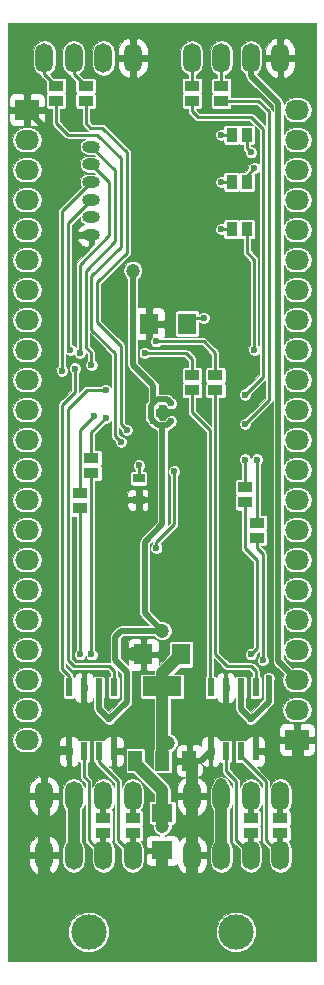
<source format=gbr>
G04 #@! TF.FileFunction,Copper,L2,Bot,Signal*
%FSLAX46Y46*%
G04 Gerber Fmt 4.6, Leading zero omitted, Abs format (unit mm)*
G04 Created by KiCad (PCBNEW 4.0.6) date 08/16/17 10:50:43*
%MOMM*%
%LPD*%
G01*
G04 APERTURE LIST*
%ADD10C,0.100000*%
%ADD11O,1.524000X1.000000*%
%ADD12R,0.600000X1.550000*%
%ADD13R,2.032000X1.727200*%
%ADD14O,2.032000X1.727200*%
%ADD15O,1.500000X2.500000*%
%ADD16C,3.000000*%
%ADD17R,1.600000X1.800000*%
%ADD18R,1.800000X1.600000*%
%ADD19R,1.000000X0.800000*%
%ADD20R,1.200000X1.700000*%
%ADD21R,3.300000X1.700000*%
%ADD22R,1.270000X0.965200*%
%ADD23R,0.965200X1.270000*%
%ADD24C,1.200000*%
%ADD25C,0.600000*%
%ADD26C,0.500000*%
%ADD27C,0.250000*%
%ADD28C,1.000000*%
%ADD29C,0.026000*%
G04 APERTURE END LIST*
D10*
D11*
X8000000Y-19500000D03*
X8000000Y-18000000D03*
X8000000Y-16500000D03*
X8000000Y-15000000D03*
X8000000Y-13500000D03*
X8000000Y-12000000D03*
D12*
X6095000Y-57800000D03*
X7365000Y-57800000D03*
X8635000Y-57800000D03*
X9905000Y-57800000D03*
X9905000Y-63200000D03*
X8635000Y-63200000D03*
X7365000Y-63200000D03*
X6095000Y-63200000D03*
D13*
X2540000Y-8890000D03*
D14*
X2540000Y-11430000D03*
X2540000Y-13970000D03*
X2540000Y-16510000D03*
X2540000Y-19050000D03*
X2540000Y-21590000D03*
X2540000Y-24130000D03*
X2540000Y-26670000D03*
X2540000Y-29210000D03*
X2540000Y-31750000D03*
X2540000Y-34290000D03*
X2540000Y-36830000D03*
X2540000Y-39370000D03*
X2540000Y-41910000D03*
X2540000Y-44450000D03*
X2540000Y-46990000D03*
X2540000Y-49530000D03*
X2540000Y-52070000D03*
X2540000Y-54610000D03*
X2540000Y-57150000D03*
X2540000Y-59690000D03*
X2540000Y-62230000D03*
D13*
X25400000Y-62230000D03*
D14*
X25400000Y-59690000D03*
X25400000Y-57150000D03*
X25400000Y-54610000D03*
X25400000Y-52070000D03*
X25400000Y-49530000D03*
X25400000Y-46990000D03*
X25400000Y-44450000D03*
X25400000Y-41910000D03*
X25400000Y-39370000D03*
X25400000Y-36830000D03*
X25400000Y-34290000D03*
X25400000Y-31750000D03*
X25400000Y-29210000D03*
X25400000Y-26670000D03*
X25400000Y-24130000D03*
X25400000Y-21590000D03*
X25400000Y-19050000D03*
X25400000Y-16510000D03*
X25400000Y-13970000D03*
X25400000Y-11430000D03*
X25400000Y-8890000D03*
D15*
X4000000Y-4500000D03*
X6500000Y-4500000D03*
X9000000Y-4500000D03*
X11500000Y-4500000D03*
X16500000Y-4500000D03*
X19000000Y-4500000D03*
X21500000Y-4500000D03*
X24000000Y-4500000D03*
X16500000Y-72000000D03*
X19000000Y-72000000D03*
X21500000Y-72000000D03*
X24000000Y-72000000D03*
D16*
X20250000Y-78500000D03*
D15*
X4000000Y-72000000D03*
X6500000Y-72000000D03*
X9000000Y-72000000D03*
X11500000Y-72000000D03*
D16*
X7750000Y-78500000D03*
D15*
X24000000Y-67000000D03*
X21500000Y-67000000D03*
X19000000Y-67000000D03*
X16500000Y-67000000D03*
X11500000Y-67000000D03*
X9000000Y-67000000D03*
X6500000Y-67000000D03*
X4000000Y-67000000D03*
D12*
X18095000Y-57800000D03*
X19365000Y-57800000D03*
X20635000Y-57800000D03*
X21905000Y-57800000D03*
X21905000Y-63200000D03*
X20635000Y-63200000D03*
X19365000Y-63200000D03*
X18095000Y-63200000D03*
D17*
X15600000Y-55000000D03*
X12400000Y-55000000D03*
D18*
X14000000Y-68400000D03*
X14000000Y-71600000D03*
D19*
X12000000Y-41900000D03*
X12000000Y-40100000D03*
D20*
X16300000Y-64000000D03*
X14000000Y-64000000D03*
X11700000Y-64000000D03*
D21*
X14000000Y-57700000D03*
D22*
X9000000Y-70135000D03*
X9000000Y-68865000D03*
X11500000Y-70135000D03*
X11500000Y-68865000D03*
X21500000Y-70135000D03*
X21500000Y-68865000D03*
X24000000Y-70135000D03*
X24000000Y-68865000D03*
D17*
X12900000Y-27000000D03*
X16100000Y-27000000D03*
D22*
X21000000Y-40865000D03*
X21000000Y-42135000D03*
X22000000Y-43865000D03*
X22000000Y-45135000D03*
X5000000Y-8135000D03*
X5000000Y-6865000D03*
X7000000Y-41365000D03*
X7000000Y-42635000D03*
X8000000Y-38365000D03*
X8000000Y-39635000D03*
X7500000Y-8135000D03*
X7500000Y-6865000D03*
X19000000Y-8135000D03*
X19000000Y-6865000D03*
X16500000Y-8135000D03*
X16500000Y-6865000D03*
X18500000Y-31365000D03*
X18500000Y-32635000D03*
X16500000Y-31365000D03*
X16500000Y-32635000D03*
D23*
X21135000Y-11000000D03*
X19865000Y-11000000D03*
X21135000Y-15000000D03*
X19865000Y-15000000D03*
X21135000Y-19000000D03*
X19865000Y-19000000D03*
D24*
X11500000Y-22500000D03*
X14000000Y-53000000D03*
D25*
X23000000Y-57000000D03*
X21500000Y-60500000D03*
X9500000Y-60500000D03*
X14750000Y-35250000D03*
X14750000Y-33750000D03*
X13250000Y-33750000D03*
X13250000Y-35250000D03*
X21000000Y-38500000D03*
X22000000Y-38500000D03*
X21000000Y-35500000D03*
X21000000Y-33000000D03*
X21800000Y-29210000D03*
X21800000Y-13800000D03*
X21500000Y-12500000D03*
X8200000Y-34800000D03*
X9200000Y-35000000D03*
X11000000Y-36000000D03*
X10500000Y-37000000D03*
X13500000Y-9500000D03*
X12500000Y-24500000D03*
X12000000Y-33500000D03*
D24*
X11000000Y-51500000D03*
D25*
X12000000Y-34500000D03*
D24*
X11500000Y-55000000D03*
D25*
X6500000Y-61500000D03*
X18500000Y-61500000D03*
X19500000Y-48500000D03*
X19500000Y-52000000D03*
X15400000Y-36000000D03*
X15400000Y-34500000D03*
X14000000Y-34500000D03*
X6200000Y-29200000D03*
X7000000Y-29500000D03*
X8000000Y-30500000D03*
X9200000Y-32600000D03*
X6600000Y-30800000D03*
X5500000Y-31000000D03*
D24*
X14500000Y-62500000D03*
X14000000Y-69500000D03*
D25*
X12000000Y-39000000D03*
X13500000Y-46000000D03*
X15000000Y-39500000D03*
X17500000Y-26500000D03*
X22500000Y-55500000D03*
X21500000Y-55000000D03*
X8000000Y-55000000D03*
X7000000Y-55000000D03*
X13500000Y-28500000D03*
X12500000Y-29500000D03*
X19000000Y-11000000D03*
X19000000Y-15000000D03*
X19000000Y-19000000D03*
D26*
X11500000Y-22500000D02*
X11500000Y-30500000D01*
X11500000Y-30500000D02*
X13000000Y-32000000D01*
X13250000Y-33750000D02*
X13250000Y-32250000D01*
X13250000Y-32250000D02*
X13000000Y-32000000D01*
X13000000Y-32000000D02*
X11500000Y-30500000D01*
X14000000Y-53000000D02*
X12500000Y-51500000D01*
X14000000Y-53000000D02*
X10500000Y-53000000D01*
X10500000Y-53000000D02*
X10000000Y-53500000D01*
X9500000Y-60500000D02*
X11000000Y-59000000D01*
X11000000Y-59000000D02*
X11000000Y-56500000D01*
X11000000Y-56500000D02*
X10000000Y-55500000D01*
X10000000Y-55500000D02*
X10000000Y-53500000D01*
X14000000Y-44000000D02*
X12500000Y-45500000D01*
X12500000Y-45500000D02*
X12500000Y-51500000D01*
X14000000Y-35600000D02*
X14000000Y-44000000D01*
X23000000Y-59000000D02*
X21500000Y-60500000D01*
X23000000Y-57000000D02*
X23000000Y-59000000D01*
X20635000Y-59635000D02*
X20635000Y-57800000D01*
X21500000Y-60500000D02*
X20635000Y-59635000D01*
X8635000Y-59635000D02*
X8635000Y-57800000D01*
X9500000Y-60500000D02*
X8635000Y-59635000D01*
X13250000Y-35250000D02*
X13600000Y-35600000D01*
X13600000Y-35600000D02*
X14000000Y-35600000D01*
X14000000Y-35600000D02*
X14400000Y-35600000D01*
X14400000Y-35600000D02*
X14750000Y-35250000D01*
X13250000Y-33750000D02*
X13600000Y-33400000D01*
X14400000Y-33400000D02*
X14750000Y-33750000D01*
X13600000Y-33400000D02*
X14400000Y-33400000D01*
X13250000Y-33750000D02*
X13000000Y-34000000D01*
X13000000Y-35000000D02*
X13250000Y-35250000D01*
X13000000Y-34000000D02*
X13000000Y-35000000D01*
D27*
X21000000Y-40865000D02*
X21000000Y-38500000D01*
X22000000Y-43865000D02*
X22000000Y-38500000D01*
X19000000Y-8135000D02*
X22135000Y-8135000D01*
X23000000Y-33500000D02*
X21000000Y-35500000D01*
X23000000Y-9000000D02*
X23000000Y-33500000D01*
X22135000Y-8135000D02*
X23000000Y-9000000D01*
X21000000Y-33000000D02*
X22500000Y-31500000D01*
X21500000Y-9500000D02*
X17000000Y-9500000D01*
X22500000Y-10500000D02*
X21500000Y-9500000D01*
X22500000Y-31500000D02*
X22500000Y-10500000D01*
X16500000Y-8135000D02*
X16500000Y-9000000D01*
X16500000Y-9000000D02*
X17000000Y-9500000D01*
X21135000Y-19000000D02*
X21135000Y-20935000D01*
X21800000Y-21600000D02*
X21135000Y-20935000D01*
X21800000Y-21600000D02*
X21800000Y-29210000D01*
X21800000Y-13800000D02*
X21135000Y-14465000D01*
X21135000Y-14465000D02*
X21135000Y-15000000D01*
X21135000Y-12135000D02*
X21135000Y-11000000D01*
X21500000Y-12500000D02*
X21135000Y-12135000D01*
X7000000Y-41365000D02*
X7000000Y-36000000D01*
X7000000Y-36000000D02*
X8200000Y-34800000D01*
X8000000Y-38365000D02*
X8000000Y-36200000D01*
X8000000Y-36200000D02*
X9200000Y-35000000D01*
X8500000Y-26900000D02*
X8500000Y-23500000D01*
X11000000Y-12500000D02*
X8900000Y-10400000D01*
X11000000Y-21000000D02*
X11000000Y-12500000D01*
X8500000Y-23500000D02*
X11000000Y-21000000D01*
X10500000Y-34000000D02*
X10500000Y-35500000D01*
X10500000Y-35500000D02*
X11000000Y-36000000D01*
X8500000Y-26900000D02*
X10500000Y-28900000D01*
X10500000Y-28900000D02*
X10500000Y-34000000D01*
X7500000Y-10000000D02*
X7900000Y-10400000D01*
X7500000Y-8135000D02*
X7500000Y-10000000D01*
X7900000Y-10400000D02*
X8900000Y-10400000D01*
X10500000Y-32300000D02*
X10500000Y-34000000D01*
X8500000Y-11000000D02*
X10500000Y-13000000D01*
X8000000Y-23000000D02*
X8000000Y-27500000D01*
X10500000Y-20500000D02*
X8000000Y-23000000D01*
X10500000Y-13000000D02*
X10500000Y-20500000D01*
X8000000Y-27500000D02*
X10000000Y-29500000D01*
X10000000Y-29500000D02*
X10000000Y-36500000D01*
X10000000Y-36500000D02*
X10500000Y-37000000D01*
X5000000Y-8135000D02*
X5000000Y-10000000D01*
X6000000Y-11000000D02*
X8500000Y-11000000D01*
X5000000Y-10000000D02*
X6000000Y-11000000D01*
X11500000Y-4500000D02*
X13000000Y-4500000D01*
X13500000Y-5000000D02*
X13500000Y-9500000D01*
X13000000Y-4500000D02*
X13500000Y-5000000D01*
D26*
X11500000Y-4500000D02*
X11500000Y-2500000D01*
X3500000Y-2500000D02*
X11500000Y-2500000D01*
X2540000Y-3460000D02*
X3500000Y-2500000D01*
X2540000Y-8890000D02*
X2540000Y-3460000D01*
X11500000Y-2500000D02*
X24000000Y-2500000D01*
X24000000Y-2500000D02*
X24000000Y-4500000D01*
D27*
X12900000Y-27000000D02*
X12900000Y-24900000D01*
X12900000Y-24900000D02*
X12500000Y-24500000D01*
D26*
X12000000Y-34500000D02*
X12000000Y-33500000D01*
X13000000Y-42000000D02*
X12900000Y-41900000D01*
X12900000Y-41900000D02*
X12000000Y-41900000D01*
X11500000Y-48500000D02*
X11500000Y-51000000D01*
X11500000Y-51000000D02*
X11000000Y-51500000D01*
X12000000Y-34500000D02*
X12000000Y-36100000D01*
X11500000Y-48500000D02*
X11500000Y-45000000D01*
X13000000Y-37100000D02*
X12000000Y-36100000D01*
X13000000Y-43500000D02*
X13000000Y-42000000D01*
X13000000Y-42000000D02*
X13000000Y-37100000D01*
X11500000Y-45000000D02*
X13000000Y-43500000D01*
X16300000Y-64000000D02*
X17295000Y-64000000D01*
X17295000Y-64000000D02*
X18095000Y-63200000D01*
D28*
X12400000Y-55000000D02*
X11500000Y-55000000D01*
D26*
X4500000Y-63000000D02*
X5895000Y-63000000D01*
X5895000Y-63000000D02*
X6095000Y-63200000D01*
X6500000Y-61500000D02*
X6500000Y-60500000D01*
X7365000Y-59635000D02*
X7365000Y-57800000D01*
X6500000Y-60500000D02*
X7365000Y-59635000D01*
X6095000Y-63200000D02*
X6095000Y-61905000D01*
X9905000Y-61905000D02*
X9905000Y-63200000D01*
X9500000Y-61500000D02*
X9905000Y-61905000D01*
X6500000Y-61500000D02*
X9500000Y-61500000D01*
X6095000Y-61905000D02*
X6500000Y-61500000D01*
X18500000Y-61500000D02*
X18500000Y-60500000D01*
X19365000Y-59635000D02*
X19365000Y-57800000D01*
X18500000Y-60500000D02*
X19365000Y-59635000D01*
X18500000Y-61500000D02*
X18095000Y-61905000D01*
X18095000Y-61905000D02*
X18095000Y-63200000D01*
X21905000Y-63200000D02*
X21905000Y-61905000D01*
X21500000Y-61500000D02*
X18500000Y-61500000D01*
X21905000Y-61905000D02*
X21500000Y-61500000D01*
D28*
X16300000Y-64000000D02*
X16500000Y-64200000D01*
X16500000Y-64200000D02*
X16500000Y-67000000D01*
X14000000Y-71600000D02*
X14000000Y-74000000D01*
X14000000Y-74000000D02*
X14000000Y-73500000D01*
X14000000Y-73500000D02*
X14000000Y-74000000D01*
D26*
X4000000Y-67000000D02*
X4000000Y-63500000D01*
X4000000Y-63500000D02*
X4500000Y-63000000D01*
X4500000Y-63000000D02*
X4500000Y-62500000D01*
X4500000Y-10850000D02*
X2540000Y-8890000D01*
X4500000Y-62500000D02*
X4500000Y-10850000D01*
D27*
X19500000Y-52000000D02*
X19500000Y-48500000D01*
D28*
X4000000Y-72000000D02*
X4000000Y-73500000D01*
X4500000Y-74000000D02*
X14000000Y-74000000D01*
X14000000Y-74000000D02*
X16500000Y-74000000D01*
X4000000Y-73500000D02*
X4500000Y-74000000D01*
X16500000Y-74000000D02*
X25000000Y-74000000D01*
X25000000Y-74000000D02*
X25500000Y-73500000D01*
X25400000Y-62230000D02*
X25500000Y-62330000D01*
X25500000Y-62330000D02*
X25500000Y-73500000D01*
D27*
X15400000Y-36000000D02*
X15400000Y-34500000D01*
X15400000Y-34500000D02*
X15400000Y-34400000D01*
X14000000Y-34500000D02*
X14000000Y-34400000D01*
D28*
X16500000Y-72000000D02*
X16500000Y-74000000D01*
X16500000Y-68100000D02*
X16500000Y-68500000D01*
X4000000Y-67000000D02*
X4000000Y-72000000D01*
X16500000Y-67000000D02*
X16500000Y-68500000D01*
X16500000Y-68500000D02*
X16500000Y-72000000D01*
D27*
X8000000Y-16500000D02*
X6000000Y-18500000D01*
X6000000Y-29000000D02*
X6200000Y-29200000D01*
X6000000Y-18500000D02*
X6000000Y-29000000D01*
X8000000Y-13500000D02*
X9500000Y-15000000D01*
X7000000Y-22000000D02*
X7000000Y-29500000D01*
X9500000Y-19500000D02*
X7000000Y-22000000D01*
X9500000Y-15000000D02*
X9500000Y-19500000D01*
X7500000Y-29000000D02*
X7500000Y-22500000D01*
X10000000Y-14000000D02*
X8000000Y-12000000D01*
X10000000Y-20000000D02*
X10000000Y-14000000D01*
X7500000Y-22500000D02*
X10000000Y-20000000D01*
X8000000Y-29500000D02*
X7500000Y-29000000D01*
X8000000Y-30500000D02*
X8000000Y-29500000D01*
X7600000Y-32600000D02*
X7200000Y-33000000D01*
X9200000Y-32600000D02*
X7600000Y-32600000D01*
X6000000Y-37000000D02*
X6000000Y-34200000D01*
X6000000Y-55500000D02*
X6000000Y-37000000D01*
X6000000Y-34200000D02*
X7200000Y-33000000D01*
X6000000Y-55500000D02*
X6500000Y-56000000D01*
X6000000Y-55500000D02*
X6500000Y-56000000D01*
X9905000Y-56405000D02*
X9905000Y-57800000D01*
X9500000Y-56000000D02*
X9905000Y-56405000D01*
X6500000Y-56000000D02*
X9500000Y-56000000D01*
X5500000Y-33900000D02*
X5500000Y-36500000D01*
X6600000Y-32800000D02*
X5500000Y-33900000D01*
X6600000Y-30800000D02*
X6600000Y-32800000D01*
X5500000Y-36500000D02*
X5500000Y-56205000D01*
X5500000Y-56205000D02*
X6095000Y-56800000D01*
X6095000Y-56800000D02*
X6095000Y-57800000D01*
X6095000Y-57800000D02*
X6095000Y-56800000D01*
X6095000Y-56800000D02*
X5500000Y-56205000D01*
X8000000Y-15000000D02*
X5500000Y-17500000D01*
X5500000Y-17500000D02*
X5500000Y-18000000D01*
X5500000Y-31000000D02*
X5500000Y-18000000D01*
D26*
X21500000Y-4500000D02*
X21500000Y-6000000D01*
X21500000Y-6000000D02*
X23800000Y-8300000D01*
D28*
X15600000Y-55000000D02*
X14000000Y-56600000D01*
X14000000Y-56600000D02*
X14000000Y-57700000D01*
X14500000Y-62500000D02*
X14000000Y-62500000D01*
X14000000Y-64000000D02*
X14000000Y-62500000D01*
X14000000Y-62500000D02*
X14000000Y-57700000D01*
D26*
X23800000Y-55550000D02*
X23800000Y-8300000D01*
X25400000Y-57150000D02*
X23800000Y-55550000D01*
D28*
X11700000Y-64000000D02*
X11700000Y-64200000D01*
X11700000Y-64200000D02*
X14000000Y-66500000D01*
X14000000Y-66500000D02*
X14000000Y-68400000D01*
X14000000Y-68400000D02*
X14000000Y-69500000D01*
X19000000Y-67000000D02*
X19000000Y-66000000D01*
X6500000Y-72000000D02*
X6500000Y-67000000D01*
X19000000Y-67000000D02*
X19000000Y-72000000D01*
D26*
X21500000Y-68865000D02*
X21500000Y-67000000D01*
X24000000Y-67000000D02*
X24000000Y-68865000D01*
X9000000Y-68865000D02*
X9000000Y-67000000D01*
X11500000Y-67000000D02*
X11500000Y-68865000D01*
D27*
X12000000Y-40100000D02*
X12000000Y-39000000D01*
X13500000Y-46000000D02*
X13500000Y-45500000D01*
X13500000Y-45500000D02*
X15000000Y-44000000D01*
X15000000Y-44000000D02*
X15000000Y-39500000D01*
X17500000Y-26500000D02*
X16600000Y-26500000D01*
X16600000Y-26500000D02*
X16100000Y-27000000D01*
X16500000Y-32635000D02*
X16500000Y-34500000D01*
X16500000Y-34500000D02*
X18000000Y-36000000D01*
X18000000Y-36000000D02*
X18000000Y-57705000D01*
X18000000Y-57705000D02*
X18095000Y-57800000D01*
X18000000Y-57705000D02*
X18095000Y-57800000D01*
X21905000Y-57800000D02*
X21905000Y-56405000D01*
X18500000Y-55000000D02*
X18500000Y-32635000D01*
X19500000Y-56000000D02*
X18500000Y-55000000D01*
X21500000Y-56000000D02*
X19500000Y-56000000D01*
X21905000Y-56405000D02*
X21500000Y-56000000D01*
X7365000Y-63200000D02*
X7365000Y-65365000D01*
X7750000Y-70750000D02*
X9000000Y-72000000D01*
X7750000Y-65750000D02*
X7750000Y-70750000D01*
X7365000Y-65365000D02*
X7750000Y-65750000D01*
D26*
X9000000Y-72000000D02*
X9000000Y-70135000D01*
D27*
X8635000Y-63200000D02*
X8635000Y-64135000D01*
X10250000Y-70750000D02*
X11500000Y-72000000D01*
X10250000Y-65750000D02*
X10250000Y-70750000D01*
X8635000Y-64135000D02*
X10250000Y-65750000D01*
D26*
X11500000Y-70135000D02*
X11500000Y-72000000D01*
D27*
X19365000Y-63200000D02*
X19365000Y-64865000D01*
X20250000Y-70750000D02*
X21500000Y-72000000D01*
X20250000Y-65750000D02*
X20250000Y-70750000D01*
X19365000Y-64865000D02*
X20250000Y-65750000D01*
D26*
X21500000Y-72000000D02*
X21500000Y-70135000D01*
D27*
X20635000Y-63200000D02*
X20635000Y-63635000D01*
X20635000Y-63635000D02*
X22750000Y-65750000D01*
X22750000Y-65750000D02*
X22750000Y-70750000D01*
X22750000Y-70750000D02*
X24000000Y-72000000D01*
D26*
X24000000Y-70135000D02*
X24000000Y-72000000D01*
D27*
X22500000Y-55500000D02*
X22500000Y-54500000D01*
X22000000Y-45135000D02*
X22000000Y-46000000D01*
X22500000Y-46500000D02*
X22500000Y-54500000D01*
X22000000Y-46000000D02*
X22500000Y-46500000D01*
X22000000Y-54000000D02*
X22000000Y-54500000D01*
X22000000Y-54500000D02*
X21500000Y-55000000D01*
X21000000Y-42135000D02*
X21000000Y-46000000D01*
X22000000Y-48000000D02*
X22000000Y-54000000D01*
X22000000Y-47000000D02*
X22000000Y-48000000D01*
X21000000Y-46000000D02*
X22000000Y-47000000D01*
X8000000Y-55000000D02*
X8000000Y-39635000D01*
X7000000Y-42635000D02*
X7000000Y-55000000D01*
X4000000Y-4500000D02*
X4000000Y-5865000D01*
X4000000Y-5865000D02*
X5000000Y-6865000D01*
X6500000Y-4500000D02*
X6500000Y-5865000D01*
X6500000Y-5865000D02*
X7500000Y-6865000D01*
X19000000Y-4500000D02*
X19000000Y-6865000D01*
X16500000Y-4500000D02*
X16500000Y-6865000D01*
X13500000Y-28500000D02*
X17500000Y-28500000D01*
X18500000Y-29500000D02*
X18500000Y-31365000D01*
X17500000Y-28500000D02*
X18500000Y-29500000D01*
X16500000Y-31365000D02*
X16500000Y-30000000D01*
X16000000Y-29500000D02*
X12500000Y-29500000D01*
X16500000Y-30000000D02*
X16000000Y-29500000D01*
X19865000Y-11000000D02*
X19000000Y-11000000D01*
X19865000Y-15000000D02*
X19000000Y-15000000D01*
X19865000Y-19000000D02*
X19000000Y-19000000D01*
D29*
G36*
X27017000Y-80992000D02*
X923000Y-80992000D01*
X923000Y-78839242D01*
X6036703Y-78839242D01*
X6296942Y-79469069D01*
X6778396Y-79951364D01*
X7407768Y-80212702D01*
X8089242Y-80213297D01*
X8719069Y-79953058D01*
X9201364Y-79471604D01*
X9462702Y-78842232D01*
X9462704Y-78839242D01*
X18536703Y-78839242D01*
X18796942Y-79469069D01*
X19278396Y-79951364D01*
X19907768Y-80212702D01*
X20589242Y-80213297D01*
X21219069Y-79953058D01*
X21701364Y-79471604D01*
X21962702Y-78842232D01*
X21963297Y-78160758D01*
X21703058Y-77530931D01*
X21221604Y-77048636D01*
X20592232Y-76787298D01*
X19910758Y-76786703D01*
X19280931Y-77046942D01*
X18798636Y-77528396D01*
X18537298Y-78157768D01*
X18536703Y-78839242D01*
X9462704Y-78839242D01*
X9463297Y-78160758D01*
X9203058Y-77530931D01*
X8721604Y-77048636D01*
X8092232Y-76787298D01*
X7410758Y-76786703D01*
X6780931Y-77046942D01*
X6298636Y-77528396D01*
X6037298Y-78157768D01*
X6036703Y-78839242D01*
X923000Y-78839242D01*
X923000Y-72241000D01*
X2729000Y-72241000D01*
X2729000Y-72741000D01*
X2917976Y-73209046D01*
X3271680Y-73569146D01*
X3566746Y-73694877D01*
X3759000Y-73615002D01*
X3759000Y-72241000D01*
X4241000Y-72241000D01*
X4241000Y-73615002D01*
X4433254Y-73694877D01*
X4728320Y-73569146D01*
X5082024Y-73209046D01*
X5271000Y-72741000D01*
X5271000Y-72241000D01*
X4241000Y-72241000D01*
X3759000Y-72241000D01*
X2729000Y-72241000D01*
X923000Y-72241000D01*
X923000Y-71259000D01*
X2729000Y-71259000D01*
X2729000Y-71759000D01*
X3759000Y-71759000D01*
X3759000Y-70384998D01*
X4241000Y-70384998D01*
X4241000Y-71759000D01*
X5271000Y-71759000D01*
X5271000Y-71259000D01*
X5082024Y-70790954D01*
X4728320Y-70430854D01*
X4433254Y-70305123D01*
X4241000Y-70384998D01*
X3759000Y-70384998D01*
X3566746Y-70305123D01*
X3271680Y-70430854D01*
X2917976Y-70790954D01*
X2729000Y-71259000D01*
X923000Y-71259000D01*
X923000Y-67241000D01*
X2729000Y-67241000D01*
X2729000Y-67741000D01*
X2917976Y-68209046D01*
X3271680Y-68569146D01*
X3566746Y-68694877D01*
X3759000Y-68615002D01*
X3759000Y-67241000D01*
X4241000Y-67241000D01*
X4241000Y-68615002D01*
X4433254Y-68694877D01*
X4728320Y-68569146D01*
X5082024Y-68209046D01*
X5271000Y-67741000D01*
X5271000Y-67241000D01*
X4241000Y-67241000D01*
X3759000Y-67241000D01*
X2729000Y-67241000D01*
X923000Y-67241000D01*
X923000Y-66259000D01*
X2729000Y-66259000D01*
X2729000Y-66759000D01*
X3759000Y-66759000D01*
X3759000Y-65384998D01*
X4241000Y-65384998D01*
X4241000Y-66759000D01*
X5271000Y-66759000D01*
X5271000Y-66471338D01*
X5537000Y-66471338D01*
X5537000Y-67528662D01*
X5610304Y-67897186D01*
X5787000Y-68161631D01*
X5787000Y-70838369D01*
X5610304Y-71102814D01*
X5537000Y-71471338D01*
X5537000Y-72528662D01*
X5610304Y-72897186D01*
X5819056Y-73209606D01*
X6131476Y-73418358D01*
X6500000Y-73491662D01*
X6868524Y-73418358D01*
X7180944Y-73209606D01*
X7389696Y-72897186D01*
X7463000Y-72528662D01*
X7463000Y-71471338D01*
X7389696Y-71102814D01*
X7213000Y-70838369D01*
X7213000Y-68161631D01*
X7389696Y-67897186D01*
X7412000Y-67785056D01*
X7412000Y-70750000D01*
X7437729Y-70879347D01*
X7510998Y-70989002D01*
X8037000Y-71515004D01*
X8037000Y-72528662D01*
X8110304Y-72897186D01*
X8319056Y-73209606D01*
X8631476Y-73418358D01*
X9000000Y-73491662D01*
X9368524Y-73418358D01*
X9680944Y-73209606D01*
X9889696Y-72897186D01*
X9963000Y-72528662D01*
X9963000Y-71471338D01*
X9889696Y-71102814D01*
X9702154Y-70822136D01*
X9713933Y-70819920D01*
X9786428Y-70773271D01*
X9835062Y-70702092D01*
X9852172Y-70617600D01*
X9852172Y-69652400D01*
X9837320Y-69573467D01*
X9790671Y-69500972D01*
X9788849Y-69499727D01*
X9835062Y-69432092D01*
X9852172Y-69347600D01*
X9852172Y-68382400D01*
X9837320Y-68303467D01*
X9790671Y-68230972D01*
X9719492Y-68182338D01*
X9701587Y-68178712D01*
X9889696Y-67897186D01*
X9912000Y-67785056D01*
X9912000Y-70750000D01*
X9937729Y-70879347D01*
X10010998Y-70989002D01*
X10537000Y-71515004D01*
X10537000Y-72528662D01*
X10610304Y-72897186D01*
X10819056Y-73209606D01*
X11131476Y-73418358D01*
X11500000Y-73491662D01*
X11868524Y-73418358D01*
X12180944Y-73209606D01*
X12389696Y-72897186D01*
X12463000Y-72528662D01*
X12463000Y-71971250D01*
X12579000Y-71971250D01*
X12579000Y-72503633D01*
X12658317Y-72695122D01*
X12804877Y-72841682D01*
X12996366Y-72921000D01*
X13628750Y-72921000D01*
X13759000Y-72790750D01*
X13759000Y-71841000D01*
X12709250Y-71841000D01*
X12579000Y-71971250D01*
X12463000Y-71971250D01*
X12463000Y-71471338D01*
X12389696Y-71102814D01*
X12202154Y-70822136D01*
X12213933Y-70819920D01*
X12286428Y-70773271D01*
X12335062Y-70702092D01*
X12352172Y-70617600D01*
X12352172Y-69652400D01*
X12337320Y-69573467D01*
X12290671Y-69500972D01*
X12288849Y-69499727D01*
X12335062Y-69432092D01*
X12352172Y-69347600D01*
X12352172Y-68382400D01*
X12337320Y-68303467D01*
X12290671Y-68230972D01*
X12219492Y-68182338D01*
X12201587Y-68178712D01*
X12389696Y-67897186D01*
X12463000Y-67528662D01*
X12463000Y-66471338D01*
X12389696Y-66102814D01*
X12180944Y-65790394D01*
X11868524Y-65581642D01*
X11500000Y-65508338D01*
X11131476Y-65581642D01*
X10819056Y-65790394D01*
X10610304Y-66102814D01*
X10588000Y-66214944D01*
X10588000Y-65750000D01*
X10562271Y-65620653D01*
X10489002Y-65510998D01*
X9454656Y-64476652D01*
X9501366Y-64496000D01*
X9624750Y-64496000D01*
X9755000Y-64365750D01*
X9755000Y-63441000D01*
X10055000Y-63441000D01*
X10055000Y-64365750D01*
X10185250Y-64496000D01*
X10308634Y-64496000D01*
X10500123Y-64416682D01*
X10646683Y-64270122D01*
X10726000Y-64078633D01*
X10726000Y-63571250D01*
X10595750Y-63441000D01*
X10055000Y-63441000D01*
X9755000Y-63441000D01*
X9644000Y-63441000D01*
X9644000Y-63150000D01*
X10882828Y-63150000D01*
X10882828Y-64850000D01*
X10897680Y-64928933D01*
X10944329Y-65001428D01*
X11015508Y-65050062D01*
X11100000Y-65067172D01*
X11558838Y-65067172D01*
X13287000Y-66795334D01*
X13287000Y-67382828D01*
X13100000Y-67382828D01*
X13021067Y-67397680D01*
X12948572Y-67444329D01*
X12899938Y-67515508D01*
X12882828Y-67600000D01*
X12882828Y-69200000D01*
X12897680Y-69278933D01*
X12944329Y-69351428D01*
X13015508Y-69400062D01*
X13100000Y-69417172D01*
X13187072Y-69417172D01*
X13186859Y-69661006D01*
X13310370Y-69959926D01*
X13538871Y-70188826D01*
X13758998Y-70280231D01*
X13758998Y-70409248D01*
X13628750Y-70279000D01*
X12996366Y-70279000D01*
X12804877Y-70358318D01*
X12658317Y-70504878D01*
X12579000Y-70696367D01*
X12579000Y-71228750D01*
X12709250Y-71359000D01*
X13759000Y-71359000D01*
X13759000Y-71339000D01*
X14241000Y-71339000D01*
X14241000Y-71359000D01*
X14261000Y-71359000D01*
X14261000Y-71841000D01*
X14241000Y-71841000D01*
X14241000Y-72790750D01*
X14371250Y-72921000D01*
X15003634Y-72921000D01*
X15195123Y-72841682D01*
X15248215Y-72788590D01*
X15417976Y-73209046D01*
X15771680Y-73569146D01*
X16066746Y-73694877D01*
X16259000Y-73615002D01*
X16259000Y-72241000D01*
X16741000Y-72241000D01*
X16741000Y-73615002D01*
X16933254Y-73694877D01*
X17228320Y-73569146D01*
X17582024Y-73209046D01*
X17771000Y-72741000D01*
X17771000Y-72241000D01*
X16741000Y-72241000D01*
X16259000Y-72241000D01*
X16239000Y-72241000D01*
X16239000Y-71759000D01*
X16259000Y-71759000D01*
X16259000Y-70384998D01*
X16741000Y-70384998D01*
X16741000Y-71759000D01*
X17771000Y-71759000D01*
X17771000Y-71259000D01*
X17582024Y-70790954D01*
X17228320Y-70430854D01*
X16933254Y-70305123D01*
X16741000Y-70384998D01*
X16259000Y-70384998D01*
X16066746Y-70305123D01*
X15771680Y-70430854D01*
X15421000Y-70787875D01*
X15421000Y-70696367D01*
X15341683Y-70504878D01*
X15195123Y-70358318D01*
X15003634Y-70279000D01*
X14371250Y-70279000D01*
X14241002Y-70409248D01*
X14241002Y-70280087D01*
X14459926Y-70189630D01*
X14688826Y-69961129D01*
X14812859Y-69662425D01*
X14813073Y-69417172D01*
X14900000Y-69417172D01*
X14978933Y-69402320D01*
X15051428Y-69355671D01*
X15100062Y-69284492D01*
X15117172Y-69200000D01*
X15117172Y-67600000D01*
X15102320Y-67521067D01*
X15055671Y-67448572D01*
X14984492Y-67399938D01*
X14900000Y-67382828D01*
X14713000Y-67382828D01*
X14713000Y-67241000D01*
X15229000Y-67241000D01*
X15229000Y-67741000D01*
X15417976Y-68209046D01*
X15771680Y-68569146D01*
X16066746Y-68694877D01*
X16259000Y-68615002D01*
X16259000Y-67241000D01*
X16741000Y-67241000D01*
X16741000Y-68615002D01*
X16933254Y-68694877D01*
X17228320Y-68569146D01*
X17582024Y-68209046D01*
X17771000Y-67741000D01*
X17771000Y-67241000D01*
X16741000Y-67241000D01*
X16259000Y-67241000D01*
X15229000Y-67241000D01*
X14713000Y-67241000D01*
X14713000Y-66500000D01*
X14658726Y-66227147D01*
X14658726Y-66227146D01*
X14504167Y-65995833D01*
X13575506Y-65067172D01*
X14600000Y-65067172D01*
X14678933Y-65052320D01*
X14751428Y-65005671D01*
X14800062Y-64934492D01*
X14817172Y-64850000D01*
X14817172Y-64371250D01*
X15179000Y-64371250D01*
X15179000Y-64953634D01*
X15258318Y-65145123D01*
X15404878Y-65291683D01*
X15596367Y-65371000D01*
X15912146Y-65371000D01*
X15771680Y-65430854D01*
X15417976Y-65790954D01*
X15229000Y-66259000D01*
X15229000Y-66759000D01*
X16259000Y-66759000D01*
X16259000Y-65384998D01*
X16066746Y-65305123D01*
X15941079Y-65358671D01*
X16059000Y-65240750D01*
X16059000Y-64241000D01*
X15309250Y-64241000D01*
X15179000Y-64371250D01*
X14817172Y-64371250D01*
X14817172Y-63248615D01*
X14959926Y-63189630D01*
X15103440Y-63046366D01*
X15179000Y-63046366D01*
X15179000Y-63628750D01*
X15309250Y-63759000D01*
X16059000Y-63759000D01*
X16059000Y-62759250D01*
X16541000Y-62759250D01*
X16541000Y-63759000D01*
X16561000Y-63759000D01*
X16561000Y-64241000D01*
X16541000Y-64241000D01*
X16541000Y-65240750D01*
X16671250Y-65371000D01*
X16774692Y-65371000D01*
X16741000Y-65384998D01*
X16741000Y-66759000D01*
X17771000Y-66759000D01*
X17771000Y-66471338D01*
X18037000Y-66471338D01*
X18037000Y-67528662D01*
X18110304Y-67897186D01*
X18287000Y-68161631D01*
X18287000Y-70838369D01*
X18110304Y-71102814D01*
X18037000Y-71471338D01*
X18037000Y-72528662D01*
X18110304Y-72897186D01*
X18319056Y-73209606D01*
X18631476Y-73418358D01*
X19000000Y-73491662D01*
X19368524Y-73418358D01*
X19680944Y-73209606D01*
X19889696Y-72897186D01*
X19963000Y-72528662D01*
X19963000Y-71471338D01*
X19889696Y-71102814D01*
X19713000Y-70838369D01*
X19713000Y-68161631D01*
X19889696Y-67897186D01*
X19912000Y-67785056D01*
X19912000Y-70750000D01*
X19937729Y-70879347D01*
X20010998Y-70989002D01*
X20537000Y-71515004D01*
X20537000Y-72528662D01*
X20610304Y-72897186D01*
X20819056Y-73209606D01*
X21131476Y-73418358D01*
X21500000Y-73491662D01*
X21868524Y-73418358D01*
X22180944Y-73209606D01*
X22389696Y-72897186D01*
X22463000Y-72528662D01*
X22463000Y-71471338D01*
X22389696Y-71102814D01*
X22202154Y-70822136D01*
X22213933Y-70819920D01*
X22286428Y-70773271D01*
X22335062Y-70702092D01*
X22352172Y-70617600D01*
X22352172Y-69652400D01*
X22337320Y-69573467D01*
X22290671Y-69500972D01*
X22288849Y-69499727D01*
X22335062Y-69432092D01*
X22352172Y-69347600D01*
X22352172Y-68382400D01*
X22337320Y-68303467D01*
X22290671Y-68230972D01*
X22219492Y-68182338D01*
X22201587Y-68178712D01*
X22389696Y-67897186D01*
X22412000Y-67785056D01*
X22412000Y-70750000D01*
X22437729Y-70879347D01*
X22510998Y-70989002D01*
X23037000Y-71515004D01*
X23037000Y-72528662D01*
X23110304Y-72897186D01*
X23319056Y-73209606D01*
X23631476Y-73418358D01*
X24000000Y-73491662D01*
X24368524Y-73418358D01*
X24680944Y-73209606D01*
X24889696Y-72897186D01*
X24963000Y-72528662D01*
X24963000Y-71471338D01*
X24889696Y-71102814D01*
X24702154Y-70822136D01*
X24713933Y-70819920D01*
X24786428Y-70773271D01*
X24835062Y-70702092D01*
X24852172Y-70617600D01*
X24852172Y-69652400D01*
X24837320Y-69573467D01*
X24790671Y-69500972D01*
X24788849Y-69499727D01*
X24835062Y-69432092D01*
X24852172Y-69347600D01*
X24852172Y-68382400D01*
X24837320Y-68303467D01*
X24790671Y-68230972D01*
X24719492Y-68182338D01*
X24701587Y-68178712D01*
X24889696Y-67897186D01*
X24963000Y-67528662D01*
X24963000Y-66471338D01*
X24889696Y-66102814D01*
X24680944Y-65790394D01*
X24368524Y-65581642D01*
X24000000Y-65508338D01*
X23631476Y-65581642D01*
X23319056Y-65790394D01*
X23110304Y-66102814D01*
X23088000Y-66214944D01*
X23088000Y-65750000D01*
X23062271Y-65620653D01*
X22989002Y-65510998D01*
X21974004Y-64496000D01*
X22146002Y-64496000D01*
X22146002Y-64456752D01*
X22185250Y-64496000D01*
X22308634Y-64496000D01*
X22500123Y-64416682D01*
X22646683Y-64270122D01*
X22726000Y-64078633D01*
X22726000Y-63571250D01*
X22595750Y-63441000D01*
X22055000Y-63441000D01*
X22055000Y-63461000D01*
X21755000Y-63461000D01*
X21755000Y-63441000D01*
X21644000Y-63441000D01*
X21644000Y-62959000D01*
X21755000Y-62959000D01*
X21755000Y-62034250D01*
X22055000Y-62034250D01*
X22055000Y-62959000D01*
X22595750Y-62959000D01*
X22726000Y-62828750D01*
X22726000Y-62601250D01*
X23863000Y-62601250D01*
X23863000Y-63197234D01*
X23942318Y-63388723D01*
X24088878Y-63535283D01*
X24280367Y-63614600D01*
X25028750Y-63614600D01*
X25159000Y-63484350D01*
X25159000Y-62471000D01*
X25641000Y-62471000D01*
X25641000Y-63484350D01*
X25771250Y-63614600D01*
X26519633Y-63614600D01*
X26711122Y-63535283D01*
X26857682Y-63388723D01*
X26937000Y-63197234D01*
X26937000Y-62601250D01*
X26806750Y-62471000D01*
X25641000Y-62471000D01*
X25159000Y-62471000D01*
X23993250Y-62471000D01*
X23863000Y-62601250D01*
X22726000Y-62601250D01*
X22726000Y-62321367D01*
X22646683Y-62129878D01*
X22500123Y-61983318D01*
X22308634Y-61904000D01*
X22185250Y-61904000D01*
X22055000Y-62034250D01*
X21755000Y-62034250D01*
X21624750Y-61904000D01*
X21501366Y-61904000D01*
X21309877Y-61983318D01*
X21163317Y-62129878D01*
X21098657Y-62285982D01*
X21090671Y-62273572D01*
X21019492Y-62224938D01*
X20935000Y-62207828D01*
X20335000Y-62207828D01*
X20256067Y-62222680D01*
X20183572Y-62269329D01*
X20134938Y-62340508D01*
X20117828Y-62425000D01*
X20117828Y-63975000D01*
X20132680Y-64053933D01*
X20179329Y-64126428D01*
X20250508Y-64175062D01*
X20335000Y-64192172D01*
X20714168Y-64192172D01*
X22412000Y-65890004D01*
X22412000Y-66214944D01*
X22389696Y-66102814D01*
X22180944Y-65790394D01*
X21868524Y-65581642D01*
X21500000Y-65508338D01*
X21131476Y-65581642D01*
X20819056Y-65790394D01*
X20610304Y-66102814D01*
X20588000Y-66214944D01*
X20588000Y-65750000D01*
X20562271Y-65620653D01*
X20489002Y-65510998D01*
X19703000Y-64724996D01*
X19703000Y-64185022D01*
X19743933Y-64177320D01*
X19816428Y-64130671D01*
X19865062Y-64059492D01*
X19882172Y-63975000D01*
X19882172Y-62425000D01*
X19867320Y-62346067D01*
X19820671Y-62273572D01*
X19749492Y-62224938D01*
X19665000Y-62207828D01*
X19065000Y-62207828D01*
X18986067Y-62222680D01*
X18913572Y-62269329D01*
X18901664Y-62286757D01*
X18836683Y-62129878D01*
X18690123Y-61983318D01*
X18498634Y-61904000D01*
X18375250Y-61904000D01*
X18245000Y-62034250D01*
X18245000Y-62959000D01*
X18356000Y-62959000D01*
X18356000Y-63441000D01*
X18245000Y-63441000D01*
X18245000Y-64365750D01*
X18375250Y-64496000D01*
X18498634Y-64496000D01*
X18690123Y-64416682D01*
X18836683Y-64270122D01*
X18901343Y-64114018D01*
X18909329Y-64126428D01*
X18980508Y-64175062D01*
X19027000Y-64184477D01*
X19027000Y-64865000D01*
X19052729Y-64994347D01*
X19125998Y-65104002D01*
X19912000Y-65890004D01*
X19912000Y-66214944D01*
X19889696Y-66102814D01*
X19680944Y-65790394D01*
X19669829Y-65782967D01*
X19658726Y-65727147D01*
X19504167Y-65495833D01*
X19272853Y-65341274D01*
X19000000Y-65287000D01*
X18727147Y-65341274D01*
X18495833Y-65495833D01*
X18341274Y-65727147D01*
X18330171Y-65782967D01*
X18319056Y-65790394D01*
X18110304Y-66102814D01*
X18037000Y-66471338D01*
X17771000Y-66471338D01*
X17771000Y-66259000D01*
X17582024Y-65790954D01*
X17228320Y-65430854D01*
X17046340Y-65353310D01*
X17195122Y-65291683D01*
X17341682Y-65145123D01*
X17421000Y-64953634D01*
X17421000Y-64371250D01*
X17290752Y-64241002D01*
X17341255Y-64241002D01*
X17353317Y-64270122D01*
X17499877Y-64416682D01*
X17691366Y-64496000D01*
X17814750Y-64496000D01*
X17945000Y-64365750D01*
X17945000Y-63441000D01*
X17834000Y-63441000D01*
X17834000Y-62959000D01*
X17945000Y-62959000D01*
X17945000Y-62034250D01*
X17814750Y-61904000D01*
X17691366Y-61904000D01*
X17499877Y-61983318D01*
X17353317Y-62129878D01*
X17274000Y-62321367D01*
X17274000Y-62787195D01*
X17195122Y-62708317D01*
X17003633Y-62629000D01*
X16671250Y-62629000D01*
X16541000Y-62759250D01*
X16059000Y-62759250D01*
X15928750Y-62629000D01*
X15596367Y-62629000D01*
X15404878Y-62708317D01*
X15258318Y-62854877D01*
X15179000Y-63046366D01*
X15103440Y-63046366D01*
X15188826Y-62961129D01*
X15312859Y-62662425D01*
X15313141Y-62338994D01*
X15189630Y-62040074D01*
X14961129Y-61811174D01*
X14713000Y-61708142D01*
X14713000Y-61262766D01*
X23863000Y-61262766D01*
X23863000Y-61858750D01*
X23993250Y-61989000D01*
X25159000Y-61989000D01*
X25159000Y-60975650D01*
X25641000Y-60975650D01*
X25641000Y-61989000D01*
X26806750Y-61989000D01*
X26937000Y-61858750D01*
X26937000Y-61262766D01*
X26857682Y-61071277D01*
X26711122Y-60924717D01*
X26519633Y-60845400D01*
X25771250Y-60845400D01*
X25641000Y-60975650D01*
X25159000Y-60975650D01*
X25028750Y-60845400D01*
X24280367Y-60845400D01*
X24088878Y-60924717D01*
X23942318Y-61071277D01*
X23863000Y-61262766D01*
X14713000Y-61262766D01*
X14713000Y-58767172D01*
X15650000Y-58767172D01*
X15728933Y-58752320D01*
X15801428Y-58705671D01*
X15850062Y-58634492D01*
X15867172Y-58550000D01*
X15867172Y-56850000D01*
X15852320Y-56771067D01*
X15805671Y-56698572D01*
X15734492Y-56649938D01*
X15650000Y-56632828D01*
X14975506Y-56632828D01*
X15491162Y-56117172D01*
X16400000Y-56117172D01*
X16478933Y-56102320D01*
X16551428Y-56055671D01*
X16600062Y-55984492D01*
X16617172Y-55900000D01*
X16617172Y-54100000D01*
X16602320Y-54021067D01*
X16555671Y-53948572D01*
X16484492Y-53899938D01*
X16400000Y-53882828D01*
X14800000Y-53882828D01*
X14721067Y-53897680D01*
X14648572Y-53944329D01*
X14599938Y-54015508D01*
X14582828Y-54100000D01*
X14582828Y-55008838D01*
X13721000Y-55870666D01*
X13721000Y-55371250D01*
X13590750Y-55241000D01*
X12641000Y-55241000D01*
X12641000Y-56290750D01*
X12771250Y-56421000D01*
X13303633Y-56421000D01*
X13324309Y-56412436D01*
X13287000Y-56600000D01*
X13287000Y-56632828D01*
X12350000Y-56632828D01*
X12271067Y-56647680D01*
X12198572Y-56694329D01*
X12149938Y-56765508D01*
X12132828Y-56850000D01*
X12132828Y-58550000D01*
X12147680Y-58628933D01*
X12194329Y-58701428D01*
X12265508Y-58750062D01*
X12350000Y-58767172D01*
X13287000Y-58767172D01*
X13287000Y-62969601D01*
X13248572Y-62994329D01*
X13199938Y-63065508D01*
X13182828Y-63150000D01*
X13182828Y-64674494D01*
X12517172Y-64008838D01*
X12517172Y-63150000D01*
X12502320Y-63071067D01*
X12455671Y-62998572D01*
X12384492Y-62949938D01*
X12300000Y-62932828D01*
X11100000Y-62932828D01*
X11021067Y-62947680D01*
X10948572Y-62994329D01*
X10899938Y-63065508D01*
X10882828Y-63150000D01*
X9644000Y-63150000D01*
X9644000Y-62959000D01*
X9755000Y-62959000D01*
X9755000Y-62034250D01*
X10055000Y-62034250D01*
X10055000Y-62959000D01*
X10595750Y-62959000D01*
X10726000Y-62828750D01*
X10726000Y-62321367D01*
X10646683Y-62129878D01*
X10500123Y-61983318D01*
X10308634Y-61904000D01*
X10185250Y-61904000D01*
X10055000Y-62034250D01*
X9755000Y-62034250D01*
X9624750Y-61904000D01*
X9501366Y-61904000D01*
X9309877Y-61983318D01*
X9163317Y-62129878D01*
X9098657Y-62285982D01*
X9090671Y-62273572D01*
X9019492Y-62224938D01*
X8935000Y-62207828D01*
X8335000Y-62207828D01*
X8256067Y-62222680D01*
X8183572Y-62269329D01*
X8134938Y-62340508D01*
X8117828Y-62425000D01*
X8117828Y-63975000D01*
X8132680Y-64053933D01*
X8179329Y-64126428D01*
X8250508Y-64175062D01*
X8307255Y-64186553D01*
X8322729Y-64264347D01*
X8395998Y-64374002D01*
X9912000Y-65890004D01*
X9912000Y-66214944D01*
X9889696Y-66102814D01*
X9680944Y-65790394D01*
X9368524Y-65581642D01*
X9000000Y-65508338D01*
X8631476Y-65581642D01*
X8319056Y-65790394D01*
X8110304Y-66102814D01*
X8088000Y-66214944D01*
X8088000Y-65750000D01*
X8062271Y-65620653D01*
X7989002Y-65510998D01*
X7703000Y-65224996D01*
X7703000Y-64185022D01*
X7743933Y-64177320D01*
X7816428Y-64130671D01*
X7865062Y-64059492D01*
X7882172Y-63975000D01*
X7882172Y-62425000D01*
X7867320Y-62346067D01*
X7820671Y-62273572D01*
X7749492Y-62224938D01*
X7665000Y-62207828D01*
X7065000Y-62207828D01*
X6986067Y-62222680D01*
X6913572Y-62269329D01*
X6901664Y-62286757D01*
X6836683Y-62129878D01*
X6690123Y-61983318D01*
X6498634Y-61904000D01*
X6375250Y-61904000D01*
X6245000Y-62034250D01*
X6245000Y-62959000D01*
X6356000Y-62959000D01*
X6356000Y-63441000D01*
X6245000Y-63441000D01*
X6245000Y-64365750D01*
X6375250Y-64496000D01*
X6498634Y-64496000D01*
X6690123Y-64416682D01*
X6836683Y-64270122D01*
X6901343Y-64114018D01*
X6909329Y-64126428D01*
X6980508Y-64175062D01*
X7027000Y-64184477D01*
X7027000Y-65365000D01*
X7052729Y-65494347D01*
X7125998Y-65604002D01*
X7412000Y-65890004D01*
X7412000Y-66214944D01*
X7389696Y-66102814D01*
X7180944Y-65790394D01*
X6868524Y-65581642D01*
X6500000Y-65508338D01*
X6131476Y-65581642D01*
X5819056Y-65790394D01*
X5610304Y-66102814D01*
X5537000Y-66471338D01*
X5271000Y-66471338D01*
X5271000Y-66259000D01*
X5082024Y-65790954D01*
X4728320Y-65430854D01*
X4433254Y-65305123D01*
X4241000Y-65384998D01*
X3759000Y-65384998D01*
X3566746Y-65305123D01*
X3271680Y-65430854D01*
X2917976Y-65790954D01*
X2729000Y-66259000D01*
X923000Y-66259000D01*
X923000Y-63571250D01*
X5274000Y-63571250D01*
X5274000Y-64078633D01*
X5353317Y-64270122D01*
X5499877Y-64416682D01*
X5691366Y-64496000D01*
X5814750Y-64496000D01*
X5945000Y-64365750D01*
X5945000Y-63441000D01*
X5404250Y-63441000D01*
X5274000Y-63571250D01*
X923000Y-63571250D01*
X923000Y-62230000D01*
X1286922Y-62230000D01*
X1368873Y-62641997D01*
X1602251Y-62991271D01*
X1951525Y-63224649D01*
X2363522Y-63306600D01*
X2716478Y-63306600D01*
X3128475Y-63224649D01*
X3477749Y-62991271D01*
X3711127Y-62641997D01*
X3774904Y-62321367D01*
X5274000Y-62321367D01*
X5274000Y-62828750D01*
X5404250Y-62959000D01*
X5945000Y-62959000D01*
X5945000Y-62034250D01*
X5814750Y-61904000D01*
X5691366Y-61904000D01*
X5499877Y-61983318D01*
X5353317Y-62129878D01*
X5274000Y-62321367D01*
X3774904Y-62321367D01*
X3793078Y-62230000D01*
X3711127Y-61818003D01*
X3477749Y-61468729D01*
X3128475Y-61235351D01*
X2716478Y-61153400D01*
X2363522Y-61153400D01*
X1951525Y-61235351D01*
X1602251Y-61468729D01*
X1368873Y-61818003D01*
X1286922Y-62230000D01*
X923000Y-62230000D01*
X923000Y-59690000D01*
X1286922Y-59690000D01*
X1368873Y-60101997D01*
X1602251Y-60451271D01*
X1951525Y-60684649D01*
X2363522Y-60766600D01*
X2716478Y-60766600D01*
X3128475Y-60684649D01*
X3477749Y-60451271D01*
X3711127Y-60101997D01*
X3793078Y-59690000D01*
X3711127Y-59278003D01*
X3477749Y-58928729D01*
X3128475Y-58695351D01*
X2716478Y-58613400D01*
X2363522Y-58613400D01*
X1951525Y-58695351D01*
X1602251Y-58928729D01*
X1368873Y-59278003D01*
X1286922Y-59690000D01*
X923000Y-59690000D01*
X923000Y-57150000D01*
X1286922Y-57150000D01*
X1368873Y-57561997D01*
X1602251Y-57911271D01*
X1951525Y-58144649D01*
X2363522Y-58226600D01*
X2716478Y-58226600D01*
X3128475Y-58144649D01*
X3477749Y-57911271D01*
X3711127Y-57561997D01*
X3793078Y-57150000D01*
X3711127Y-56738003D01*
X3477749Y-56388729D01*
X3128475Y-56155351D01*
X2716478Y-56073400D01*
X2363522Y-56073400D01*
X1951525Y-56155351D01*
X1602251Y-56388729D01*
X1368873Y-56738003D01*
X1286922Y-57150000D01*
X923000Y-57150000D01*
X923000Y-54610000D01*
X1286922Y-54610000D01*
X1368873Y-55021997D01*
X1602251Y-55371271D01*
X1951525Y-55604649D01*
X2363522Y-55686600D01*
X2716478Y-55686600D01*
X3128475Y-55604649D01*
X3477749Y-55371271D01*
X3711127Y-55021997D01*
X3793078Y-54610000D01*
X3711127Y-54198003D01*
X3477749Y-53848729D01*
X3128475Y-53615351D01*
X2716478Y-53533400D01*
X2363522Y-53533400D01*
X1951525Y-53615351D01*
X1602251Y-53848729D01*
X1368873Y-54198003D01*
X1286922Y-54610000D01*
X923000Y-54610000D01*
X923000Y-52070000D01*
X1286922Y-52070000D01*
X1368873Y-52481997D01*
X1602251Y-52831271D01*
X1951525Y-53064649D01*
X2363522Y-53146600D01*
X2716478Y-53146600D01*
X3128475Y-53064649D01*
X3477749Y-52831271D01*
X3711127Y-52481997D01*
X3793078Y-52070000D01*
X3711127Y-51658003D01*
X3477749Y-51308729D01*
X3128475Y-51075351D01*
X2716478Y-50993400D01*
X2363522Y-50993400D01*
X1951525Y-51075351D01*
X1602251Y-51308729D01*
X1368873Y-51658003D01*
X1286922Y-52070000D01*
X923000Y-52070000D01*
X923000Y-49530000D01*
X1286922Y-49530000D01*
X1368873Y-49941997D01*
X1602251Y-50291271D01*
X1951525Y-50524649D01*
X2363522Y-50606600D01*
X2716478Y-50606600D01*
X3128475Y-50524649D01*
X3477749Y-50291271D01*
X3711127Y-49941997D01*
X3793078Y-49530000D01*
X3711127Y-49118003D01*
X3477749Y-48768729D01*
X3128475Y-48535351D01*
X2716478Y-48453400D01*
X2363522Y-48453400D01*
X1951525Y-48535351D01*
X1602251Y-48768729D01*
X1368873Y-49118003D01*
X1286922Y-49530000D01*
X923000Y-49530000D01*
X923000Y-46990000D01*
X1286922Y-46990000D01*
X1368873Y-47401997D01*
X1602251Y-47751271D01*
X1951525Y-47984649D01*
X2363522Y-48066600D01*
X2716478Y-48066600D01*
X3128475Y-47984649D01*
X3477749Y-47751271D01*
X3711127Y-47401997D01*
X3793078Y-46990000D01*
X3711127Y-46578003D01*
X3477749Y-46228729D01*
X3128475Y-45995351D01*
X2716478Y-45913400D01*
X2363522Y-45913400D01*
X1951525Y-45995351D01*
X1602251Y-46228729D01*
X1368873Y-46578003D01*
X1286922Y-46990000D01*
X923000Y-46990000D01*
X923000Y-44450000D01*
X1286922Y-44450000D01*
X1368873Y-44861997D01*
X1602251Y-45211271D01*
X1951525Y-45444649D01*
X2363522Y-45526600D01*
X2716478Y-45526600D01*
X3128475Y-45444649D01*
X3477749Y-45211271D01*
X3711127Y-44861997D01*
X3793078Y-44450000D01*
X3711127Y-44038003D01*
X3477749Y-43688729D01*
X3128475Y-43455351D01*
X2716478Y-43373400D01*
X2363522Y-43373400D01*
X1951525Y-43455351D01*
X1602251Y-43688729D01*
X1368873Y-44038003D01*
X1286922Y-44450000D01*
X923000Y-44450000D01*
X923000Y-41910000D01*
X1286922Y-41910000D01*
X1368873Y-42321997D01*
X1602251Y-42671271D01*
X1951525Y-42904649D01*
X2363522Y-42986600D01*
X2716478Y-42986600D01*
X3128475Y-42904649D01*
X3477749Y-42671271D01*
X3711127Y-42321997D01*
X3793078Y-41910000D01*
X3711127Y-41498003D01*
X3477749Y-41148729D01*
X3128475Y-40915351D01*
X2716478Y-40833400D01*
X2363522Y-40833400D01*
X1951525Y-40915351D01*
X1602251Y-41148729D01*
X1368873Y-41498003D01*
X1286922Y-41910000D01*
X923000Y-41910000D01*
X923000Y-39370000D01*
X1286922Y-39370000D01*
X1368873Y-39781997D01*
X1602251Y-40131271D01*
X1951525Y-40364649D01*
X2363522Y-40446600D01*
X2716478Y-40446600D01*
X3128475Y-40364649D01*
X3477749Y-40131271D01*
X3711127Y-39781997D01*
X3793078Y-39370000D01*
X3711127Y-38958003D01*
X3477749Y-38608729D01*
X3128475Y-38375351D01*
X2716478Y-38293400D01*
X2363522Y-38293400D01*
X1951525Y-38375351D01*
X1602251Y-38608729D01*
X1368873Y-38958003D01*
X1286922Y-39370000D01*
X923000Y-39370000D01*
X923000Y-36830000D01*
X1286922Y-36830000D01*
X1368873Y-37241997D01*
X1602251Y-37591271D01*
X1951525Y-37824649D01*
X2363522Y-37906600D01*
X2716478Y-37906600D01*
X3128475Y-37824649D01*
X3477749Y-37591271D01*
X3711127Y-37241997D01*
X3793078Y-36830000D01*
X3711127Y-36418003D01*
X3477749Y-36068729D01*
X3128475Y-35835351D01*
X2716478Y-35753400D01*
X2363522Y-35753400D01*
X1951525Y-35835351D01*
X1602251Y-36068729D01*
X1368873Y-36418003D01*
X1286922Y-36830000D01*
X923000Y-36830000D01*
X923000Y-34290000D01*
X1286922Y-34290000D01*
X1368873Y-34701997D01*
X1602251Y-35051271D01*
X1951525Y-35284649D01*
X2363522Y-35366600D01*
X2716478Y-35366600D01*
X3128475Y-35284649D01*
X3477749Y-35051271D01*
X3711127Y-34701997D01*
X3793078Y-34290000D01*
X3711127Y-33878003D01*
X3477749Y-33528729D01*
X3128475Y-33295351D01*
X2716478Y-33213400D01*
X2363522Y-33213400D01*
X1951525Y-33295351D01*
X1602251Y-33528729D01*
X1368873Y-33878003D01*
X1286922Y-34290000D01*
X923000Y-34290000D01*
X923000Y-31750000D01*
X1286922Y-31750000D01*
X1368873Y-32161997D01*
X1602251Y-32511271D01*
X1951525Y-32744649D01*
X2363522Y-32826600D01*
X2716478Y-32826600D01*
X3128475Y-32744649D01*
X3477749Y-32511271D01*
X3711127Y-32161997D01*
X3793078Y-31750000D01*
X3711127Y-31338003D01*
X3477749Y-30988729D01*
X3128475Y-30755351D01*
X2716478Y-30673400D01*
X2363522Y-30673400D01*
X1951525Y-30755351D01*
X1602251Y-30988729D01*
X1368873Y-31338003D01*
X1286922Y-31750000D01*
X923000Y-31750000D01*
X923000Y-29210000D01*
X1286922Y-29210000D01*
X1368873Y-29621997D01*
X1602251Y-29971271D01*
X1951525Y-30204649D01*
X2363522Y-30286600D01*
X2716478Y-30286600D01*
X3128475Y-30204649D01*
X3477749Y-29971271D01*
X3711127Y-29621997D01*
X3793078Y-29210000D01*
X3711127Y-28798003D01*
X3477749Y-28448729D01*
X3128475Y-28215351D01*
X2716478Y-28133400D01*
X2363522Y-28133400D01*
X1951525Y-28215351D01*
X1602251Y-28448729D01*
X1368873Y-28798003D01*
X1286922Y-29210000D01*
X923000Y-29210000D01*
X923000Y-26670000D01*
X1286922Y-26670000D01*
X1368873Y-27081997D01*
X1602251Y-27431271D01*
X1951525Y-27664649D01*
X2363522Y-27746600D01*
X2716478Y-27746600D01*
X3128475Y-27664649D01*
X3477749Y-27431271D01*
X3711127Y-27081997D01*
X3793078Y-26670000D01*
X3711127Y-26258003D01*
X3477749Y-25908729D01*
X3128475Y-25675351D01*
X2716478Y-25593400D01*
X2363522Y-25593400D01*
X1951525Y-25675351D01*
X1602251Y-25908729D01*
X1368873Y-26258003D01*
X1286922Y-26670000D01*
X923000Y-26670000D01*
X923000Y-24130000D01*
X1286922Y-24130000D01*
X1368873Y-24541997D01*
X1602251Y-24891271D01*
X1951525Y-25124649D01*
X2363522Y-25206600D01*
X2716478Y-25206600D01*
X3128475Y-25124649D01*
X3477749Y-24891271D01*
X3711127Y-24541997D01*
X3793078Y-24130000D01*
X3711127Y-23718003D01*
X3477749Y-23368729D01*
X3128475Y-23135351D01*
X2716478Y-23053400D01*
X2363522Y-23053400D01*
X1951525Y-23135351D01*
X1602251Y-23368729D01*
X1368873Y-23718003D01*
X1286922Y-24130000D01*
X923000Y-24130000D01*
X923000Y-21590000D01*
X1286922Y-21590000D01*
X1368873Y-22001997D01*
X1602251Y-22351271D01*
X1951525Y-22584649D01*
X2363522Y-22666600D01*
X2716478Y-22666600D01*
X3128475Y-22584649D01*
X3477749Y-22351271D01*
X3711127Y-22001997D01*
X3793078Y-21590000D01*
X3711127Y-21178003D01*
X3477749Y-20828729D01*
X3128475Y-20595351D01*
X2716478Y-20513400D01*
X2363522Y-20513400D01*
X1951525Y-20595351D01*
X1602251Y-20828729D01*
X1368873Y-21178003D01*
X1286922Y-21590000D01*
X923000Y-21590000D01*
X923000Y-19050000D01*
X1286922Y-19050000D01*
X1368873Y-19461997D01*
X1602251Y-19811271D01*
X1951525Y-20044649D01*
X2363522Y-20126600D01*
X2716478Y-20126600D01*
X3128475Y-20044649D01*
X3477749Y-19811271D01*
X3711127Y-19461997D01*
X3793078Y-19050000D01*
X3711127Y-18638003D01*
X3477749Y-18288729D01*
X3128475Y-18055351D01*
X2716478Y-17973400D01*
X2363522Y-17973400D01*
X1951525Y-18055351D01*
X1602251Y-18288729D01*
X1368873Y-18638003D01*
X1286922Y-19050000D01*
X923000Y-19050000D01*
X923000Y-16510000D01*
X1286922Y-16510000D01*
X1368873Y-16921997D01*
X1602251Y-17271271D01*
X1951525Y-17504649D01*
X2363522Y-17586600D01*
X2716478Y-17586600D01*
X3128475Y-17504649D01*
X3477749Y-17271271D01*
X3711127Y-16921997D01*
X3793078Y-16510000D01*
X3711127Y-16098003D01*
X3477749Y-15748729D01*
X3128475Y-15515351D01*
X2716478Y-15433400D01*
X2363522Y-15433400D01*
X1951525Y-15515351D01*
X1602251Y-15748729D01*
X1368873Y-16098003D01*
X1286922Y-16510000D01*
X923000Y-16510000D01*
X923000Y-13970000D01*
X1286922Y-13970000D01*
X1368873Y-14381997D01*
X1602251Y-14731271D01*
X1951525Y-14964649D01*
X2363522Y-15046600D01*
X2716478Y-15046600D01*
X3128475Y-14964649D01*
X3477749Y-14731271D01*
X3711127Y-14381997D01*
X3793078Y-13970000D01*
X3711127Y-13558003D01*
X3477749Y-13208729D01*
X3128475Y-12975351D01*
X2716478Y-12893400D01*
X2363522Y-12893400D01*
X1951525Y-12975351D01*
X1602251Y-13208729D01*
X1368873Y-13558003D01*
X1286922Y-13970000D01*
X923000Y-13970000D01*
X923000Y-11430000D01*
X1286922Y-11430000D01*
X1368873Y-11841997D01*
X1602251Y-12191271D01*
X1951525Y-12424649D01*
X2363522Y-12506600D01*
X2716478Y-12506600D01*
X3128475Y-12424649D01*
X3477749Y-12191271D01*
X3711127Y-11841997D01*
X3793078Y-11430000D01*
X3711127Y-11018003D01*
X3477749Y-10668729D01*
X3128475Y-10435351D01*
X2716478Y-10353400D01*
X2363522Y-10353400D01*
X1951525Y-10435351D01*
X1602251Y-10668729D01*
X1368873Y-11018003D01*
X1286922Y-11430000D01*
X923000Y-11430000D01*
X923000Y-9261250D01*
X1003000Y-9261250D01*
X1003000Y-9857234D01*
X1082318Y-10048723D01*
X1228878Y-10195283D01*
X1420367Y-10274600D01*
X2168750Y-10274600D01*
X2299000Y-10144350D01*
X2299000Y-9131000D01*
X2781000Y-9131000D01*
X2781000Y-10144350D01*
X2911250Y-10274600D01*
X3659633Y-10274600D01*
X3851122Y-10195283D01*
X3997682Y-10048723D01*
X4077000Y-9857234D01*
X4077000Y-9261250D01*
X3946750Y-9131000D01*
X2781000Y-9131000D01*
X2299000Y-9131000D01*
X1133250Y-9131000D01*
X1003000Y-9261250D01*
X923000Y-9261250D01*
X923000Y-7922766D01*
X1003000Y-7922766D01*
X1003000Y-8518750D01*
X1133250Y-8649000D01*
X2299000Y-8649000D01*
X2299000Y-7635650D01*
X2781000Y-7635650D01*
X2781000Y-8649000D01*
X3946750Y-8649000D01*
X4077000Y-8518750D01*
X4077000Y-7922766D01*
X3997682Y-7731277D01*
X3851122Y-7584717D01*
X3659633Y-7505400D01*
X2911250Y-7505400D01*
X2781000Y-7635650D01*
X2299000Y-7635650D01*
X2168750Y-7505400D01*
X1420367Y-7505400D01*
X1228878Y-7584717D01*
X1082318Y-7731277D01*
X1003000Y-7922766D01*
X923000Y-7922766D01*
X923000Y-3971338D01*
X3037000Y-3971338D01*
X3037000Y-5028662D01*
X3110304Y-5397186D01*
X3319056Y-5709606D01*
X3631476Y-5918358D01*
X3674308Y-5926878D01*
X3687729Y-5994347D01*
X3760998Y-6104002D01*
X4147828Y-6490832D01*
X4147828Y-7347600D01*
X4162680Y-7426533D01*
X4209329Y-7499028D01*
X4211151Y-7500273D01*
X4164938Y-7567908D01*
X4147828Y-7652400D01*
X4147828Y-8617600D01*
X4162680Y-8696533D01*
X4209329Y-8769028D01*
X4280508Y-8817662D01*
X4365000Y-8834772D01*
X4662000Y-8834772D01*
X4662000Y-10000000D01*
X4687729Y-10129347D01*
X4760998Y-10239002D01*
X5760998Y-11239002D01*
X5870653Y-11312271D01*
X6000000Y-11338000D01*
X7462505Y-11338000D01*
X7446046Y-11341274D01*
X7214732Y-11495833D01*
X7060173Y-11727147D01*
X7005899Y-12000000D01*
X7060173Y-12272853D01*
X7214732Y-12504167D01*
X7446046Y-12658726D01*
X7718899Y-12713000D01*
X8234996Y-12713000D01*
X8315922Y-12793926D01*
X8281101Y-12787000D01*
X7718899Y-12787000D01*
X7446046Y-12841274D01*
X7214732Y-12995833D01*
X7060173Y-13227147D01*
X7005899Y-13500000D01*
X7060173Y-13772853D01*
X7214732Y-14004167D01*
X7446046Y-14158726D01*
X7718899Y-14213000D01*
X8234996Y-14213000D01*
X8315922Y-14293926D01*
X8281101Y-14287000D01*
X7718899Y-14287000D01*
X7446046Y-14341274D01*
X7214732Y-14495833D01*
X7060173Y-14727147D01*
X7005899Y-15000000D01*
X7060173Y-15272853D01*
X7135864Y-15386132D01*
X5260998Y-17260998D01*
X5187729Y-17370653D01*
X5162000Y-17500000D01*
X5162000Y-30612552D01*
X5065354Y-30709030D01*
X4987090Y-30897510D01*
X4986911Y-31101594D01*
X5064846Y-31290211D01*
X5209030Y-31434646D01*
X5397510Y-31512910D01*
X5601594Y-31513089D01*
X5790211Y-31435154D01*
X5934646Y-31290970D01*
X6012910Y-31102490D01*
X6013089Y-30898406D01*
X5935154Y-30709789D01*
X5838000Y-30612466D01*
X5838000Y-29563492D01*
X5909030Y-29634646D01*
X6097510Y-29712910D01*
X6301594Y-29713089D01*
X6490211Y-29635154D01*
X6497692Y-29627686D01*
X6564846Y-29790211D01*
X6709030Y-29934646D01*
X6897510Y-30012910D01*
X7101594Y-30013089D01*
X7290211Y-29935154D01*
X7434646Y-29790970D01*
X7512910Y-29602490D01*
X7513008Y-29491012D01*
X7662000Y-29640004D01*
X7662000Y-30112552D01*
X7565354Y-30209030D01*
X7487090Y-30397510D01*
X7486911Y-30601594D01*
X7564846Y-30790211D01*
X7709030Y-30934646D01*
X7897510Y-31012910D01*
X8101594Y-31013089D01*
X8290211Y-30935154D01*
X8434646Y-30790970D01*
X8512910Y-30602490D01*
X8513089Y-30398406D01*
X8435154Y-30209789D01*
X8338000Y-30112466D01*
X8338000Y-29500000D01*
X8312271Y-29370653D01*
X8239002Y-29260998D01*
X7838000Y-28859996D01*
X7838000Y-27816004D01*
X9662000Y-29640004D01*
X9662000Y-32374761D01*
X9635154Y-32309789D01*
X9490970Y-32165354D01*
X9302490Y-32087090D01*
X9098406Y-32086911D01*
X8909789Y-32164846D01*
X8812466Y-32262000D01*
X7600000Y-32262000D01*
X7470653Y-32287729D01*
X7360998Y-32360998D01*
X6938000Y-32783996D01*
X6938000Y-31187448D01*
X7034646Y-31090970D01*
X7112910Y-30902490D01*
X7113089Y-30698406D01*
X7035154Y-30509789D01*
X6890970Y-30365354D01*
X6702490Y-30287090D01*
X6498406Y-30286911D01*
X6309789Y-30364846D01*
X6165354Y-30509030D01*
X6087090Y-30697510D01*
X6086911Y-30901594D01*
X6164846Y-31090211D01*
X6262000Y-31187534D01*
X6262000Y-32659996D01*
X5260998Y-33660998D01*
X5187729Y-33770653D01*
X5162000Y-33900000D01*
X5162000Y-56205000D01*
X5187729Y-56334347D01*
X5260998Y-56444002D01*
X5669586Y-56852590D01*
X5643572Y-56869329D01*
X5594938Y-56940508D01*
X5577828Y-57025000D01*
X5577828Y-58575000D01*
X5592680Y-58653933D01*
X5639329Y-58726428D01*
X5710508Y-58775062D01*
X5795000Y-58792172D01*
X6395000Y-58792172D01*
X6473933Y-58777320D01*
X6546428Y-58730671D01*
X6558336Y-58713243D01*
X6623317Y-58870122D01*
X6769877Y-59016682D01*
X6961366Y-59096000D01*
X7084750Y-59096000D01*
X7215000Y-58965750D01*
X7215000Y-58041000D01*
X7104000Y-58041000D01*
X7104000Y-57559000D01*
X7215000Y-57559000D01*
X7215000Y-56634250D01*
X7084750Y-56504000D01*
X6961366Y-56504000D01*
X6769877Y-56583318D01*
X6623317Y-56729878D01*
X6558657Y-56885982D01*
X6550671Y-56873572D01*
X6479492Y-56824938D01*
X6433000Y-56815523D01*
X6433000Y-56800000D01*
X6407271Y-56670653D01*
X6334002Y-56560998D01*
X5838000Y-56064996D01*
X5838000Y-55816004D01*
X6260998Y-56239002D01*
X6370653Y-56312271D01*
X6500000Y-56338000D01*
X9359996Y-56338000D01*
X9567000Y-56545004D01*
X9567000Y-56814978D01*
X9526067Y-56822680D01*
X9453572Y-56869329D01*
X9404938Y-56940508D01*
X9387828Y-57025000D01*
X9387828Y-58575000D01*
X9402680Y-58653933D01*
X9449329Y-58726428D01*
X9520508Y-58775062D01*
X9605000Y-58792172D01*
X10205000Y-58792172D01*
X10283933Y-58777320D01*
X10356428Y-58730671D01*
X10405062Y-58659492D01*
X10422172Y-58575000D01*
X10422172Y-57025000D01*
X10407320Y-56946067D01*
X10360671Y-56873572D01*
X10289492Y-56824938D01*
X10243000Y-56815523D01*
X10243000Y-56405000D01*
X10241207Y-56395988D01*
X10537000Y-56691781D01*
X10537000Y-58808219D01*
X9500000Y-59845220D01*
X9098000Y-59443220D01*
X9098000Y-58713735D01*
X9135062Y-58659492D01*
X9152172Y-58575000D01*
X9152172Y-57025000D01*
X9137320Y-56946067D01*
X9090671Y-56873572D01*
X9019492Y-56824938D01*
X8935000Y-56807828D01*
X8335000Y-56807828D01*
X8256067Y-56822680D01*
X8183572Y-56869329D01*
X8171664Y-56886757D01*
X8106683Y-56729878D01*
X7960123Y-56583318D01*
X7768634Y-56504000D01*
X7645250Y-56504000D01*
X7515000Y-56634250D01*
X7515000Y-57559000D01*
X7626000Y-57559000D01*
X7626000Y-58041000D01*
X7515000Y-58041000D01*
X7515000Y-58965750D01*
X7645250Y-59096000D01*
X7768634Y-59096000D01*
X7960123Y-59016682D01*
X8106683Y-58870122D01*
X8171343Y-58714018D01*
X8172000Y-58715038D01*
X8172000Y-59635000D01*
X8201397Y-59782786D01*
X8207244Y-59812183D01*
X8307610Y-59962390D01*
X9015145Y-60669926D01*
X9064846Y-60790211D01*
X9209030Y-60934646D01*
X9397510Y-61012910D01*
X9601594Y-61013089D01*
X9790211Y-60935154D01*
X9934646Y-60790970D01*
X9984946Y-60669834D01*
X11327390Y-59327391D01*
X11427756Y-59177183D01*
X11443904Y-59096000D01*
X11463000Y-59000000D01*
X11463000Y-56500000D01*
X11442879Y-56398845D01*
X11496367Y-56421000D01*
X12028750Y-56421000D01*
X12159000Y-56290750D01*
X12159000Y-55241000D01*
X11209250Y-55241000D01*
X11079000Y-55371250D01*
X11079000Y-55924219D01*
X10463000Y-55308220D01*
X10463000Y-53996366D01*
X11079000Y-53996366D01*
X11079000Y-54628750D01*
X11209250Y-54759000D01*
X12159000Y-54759000D01*
X12159000Y-53709250D01*
X12641000Y-53709250D01*
X12641000Y-54759000D01*
X13590750Y-54759000D01*
X13721000Y-54628750D01*
X13721000Y-53996366D01*
X13641682Y-53804877D01*
X13495122Y-53658317D01*
X13303633Y-53579000D01*
X12771250Y-53579000D01*
X12641000Y-53709250D01*
X12159000Y-53709250D01*
X12028750Y-53579000D01*
X11496367Y-53579000D01*
X11304878Y-53658317D01*
X11158318Y-53804877D01*
X11079000Y-53996366D01*
X10463000Y-53996366D01*
X10463000Y-53691780D01*
X10691781Y-53463000D01*
X13313439Y-53463000D01*
X13538871Y-53688826D01*
X13837575Y-53812859D01*
X14161006Y-53813141D01*
X14459926Y-53689630D01*
X14688826Y-53461129D01*
X14812859Y-53162425D01*
X14813141Y-52838994D01*
X14689630Y-52540074D01*
X14461129Y-52311174D01*
X14162425Y-52187141D01*
X13841642Y-52186861D01*
X12963000Y-51308220D01*
X12963000Y-45691780D01*
X13163793Y-45490988D01*
X13162000Y-45500000D01*
X13162000Y-45612552D01*
X13065354Y-45709030D01*
X12987090Y-45897510D01*
X12986911Y-46101594D01*
X13064846Y-46290211D01*
X13209030Y-46434646D01*
X13397510Y-46512910D01*
X13601594Y-46513089D01*
X13790211Y-46435154D01*
X13934646Y-46290970D01*
X14012910Y-46102490D01*
X14013089Y-45898406D01*
X13935154Y-45709789D01*
X13851757Y-45626247D01*
X15239002Y-44239002D01*
X15312271Y-44129347D01*
X15338000Y-44000000D01*
X15338000Y-39887448D01*
X15434646Y-39790970D01*
X15512910Y-39602490D01*
X15513089Y-39398406D01*
X15435154Y-39209789D01*
X15290970Y-39065354D01*
X15102490Y-38987090D01*
X14898406Y-38986911D01*
X14709789Y-39064846D01*
X14565354Y-39209030D01*
X14487090Y-39397510D01*
X14486911Y-39601594D01*
X14564846Y-39790211D01*
X14662000Y-39887534D01*
X14662000Y-43859996D01*
X14448351Y-44073645D01*
X14463000Y-44000000D01*
X14463000Y-36050468D01*
X14547786Y-36033603D01*
X14577183Y-36027756D01*
X14727390Y-35927390D01*
X14919926Y-35734855D01*
X15040211Y-35685154D01*
X15184646Y-35540970D01*
X15262910Y-35352490D01*
X15263089Y-35148406D01*
X15185154Y-34959789D01*
X15040970Y-34815354D01*
X14852490Y-34737090D01*
X14648406Y-34736911D01*
X14459789Y-34814846D01*
X14315354Y-34959030D01*
X14265054Y-35080165D01*
X14208220Y-35137000D01*
X13791781Y-35137000D01*
X13734855Y-35080075D01*
X13685154Y-34959789D01*
X13540970Y-34815354D01*
X13463000Y-34782978D01*
X13463000Y-34217057D01*
X13540211Y-34185154D01*
X13684646Y-34040970D01*
X13734946Y-33919834D01*
X13791781Y-33863000D01*
X14208220Y-33863000D01*
X14265145Y-33919926D01*
X14314846Y-34040211D01*
X14459030Y-34184646D01*
X14647510Y-34262910D01*
X14851594Y-34263089D01*
X15040211Y-34185154D01*
X15184646Y-34040970D01*
X15262910Y-33852490D01*
X15263089Y-33648406D01*
X15185154Y-33459789D01*
X15040970Y-33315354D01*
X14919835Y-33265054D01*
X14727390Y-33072610D01*
X14577183Y-32972244D01*
X14547786Y-32966397D01*
X14400000Y-32937000D01*
X13713000Y-32937000D01*
X13713000Y-32250000D01*
X13677756Y-32072818D01*
X13629750Y-32000972D01*
X13577390Y-31922609D01*
X13327392Y-31672612D01*
X13327390Y-31672609D01*
X11963000Y-30308220D01*
X11963000Y-29601594D01*
X11986911Y-29601594D01*
X12064846Y-29790211D01*
X12209030Y-29934646D01*
X12397510Y-30012910D01*
X12601594Y-30013089D01*
X12790211Y-29935154D01*
X12887534Y-29838000D01*
X15859996Y-29838000D01*
X16162000Y-30140004D01*
X16162000Y-30665228D01*
X15865000Y-30665228D01*
X15786067Y-30680080D01*
X15713572Y-30726729D01*
X15664938Y-30797908D01*
X15647828Y-30882400D01*
X15647828Y-31847600D01*
X15662680Y-31926533D01*
X15709329Y-31999028D01*
X15711151Y-32000273D01*
X15664938Y-32067908D01*
X15647828Y-32152400D01*
X15647828Y-33117600D01*
X15662680Y-33196533D01*
X15709329Y-33269028D01*
X15780508Y-33317662D01*
X15865000Y-33334772D01*
X16162000Y-33334772D01*
X16162000Y-34500000D01*
X16187729Y-34629347D01*
X16260998Y-34739002D01*
X17662000Y-36140004D01*
X17662000Y-56857471D01*
X17643572Y-56869329D01*
X17594938Y-56940508D01*
X17577828Y-57025000D01*
X17577828Y-58575000D01*
X17592680Y-58653933D01*
X17639329Y-58726428D01*
X17710508Y-58775062D01*
X17795000Y-58792172D01*
X18395000Y-58792172D01*
X18473933Y-58777320D01*
X18546428Y-58730671D01*
X18558336Y-58713243D01*
X18623317Y-58870122D01*
X18769877Y-59016682D01*
X18961366Y-59096000D01*
X19084750Y-59096000D01*
X19215000Y-58965750D01*
X19215000Y-58041000D01*
X19104000Y-58041000D01*
X19104000Y-57559000D01*
X19215000Y-57559000D01*
X19215000Y-56634250D01*
X19515000Y-56634250D01*
X19515000Y-57559000D01*
X19626000Y-57559000D01*
X19626000Y-58041000D01*
X19515000Y-58041000D01*
X19515000Y-58965750D01*
X19645250Y-59096000D01*
X19768634Y-59096000D01*
X19960123Y-59016682D01*
X20106683Y-58870122D01*
X20171343Y-58714018D01*
X20172000Y-58715038D01*
X20172000Y-59635000D01*
X20201397Y-59782786D01*
X20207244Y-59812183D01*
X20307610Y-59962390D01*
X21015145Y-60669926D01*
X21064846Y-60790211D01*
X21209030Y-60934646D01*
X21397510Y-61012910D01*
X21601594Y-61013089D01*
X21790211Y-60935154D01*
X21934646Y-60790970D01*
X21984946Y-60669834D01*
X22964780Y-59690000D01*
X24146922Y-59690000D01*
X24228873Y-60101997D01*
X24462251Y-60451271D01*
X24811525Y-60684649D01*
X25223522Y-60766600D01*
X25576478Y-60766600D01*
X25988475Y-60684649D01*
X26337749Y-60451271D01*
X26571127Y-60101997D01*
X26653078Y-59690000D01*
X26571127Y-59278003D01*
X26337749Y-58928729D01*
X25988475Y-58695351D01*
X25576478Y-58613400D01*
X25223522Y-58613400D01*
X24811525Y-58695351D01*
X24462251Y-58928729D01*
X24228873Y-59278003D01*
X24146922Y-59690000D01*
X22964780Y-59690000D01*
X23327390Y-59327391D01*
X23427756Y-59177183D01*
X23443904Y-59096000D01*
X23463000Y-59000000D01*
X23463000Y-57222686D01*
X23512910Y-57102490D01*
X23513089Y-56898406D01*
X23435154Y-56709789D01*
X23290970Y-56565354D01*
X23102490Y-56487090D01*
X22898406Y-56486911D01*
X22709789Y-56564846D01*
X22565354Y-56709030D01*
X22487090Y-56897510D01*
X22486911Y-57101594D01*
X22537000Y-57222819D01*
X22537000Y-58808219D01*
X21500000Y-59845220D01*
X21098000Y-59443220D01*
X21098000Y-58713735D01*
X21135062Y-58659492D01*
X21152172Y-58575000D01*
X21152172Y-57025000D01*
X21137320Y-56946067D01*
X21090671Y-56873572D01*
X21019492Y-56824938D01*
X20935000Y-56807828D01*
X20335000Y-56807828D01*
X20256067Y-56822680D01*
X20183572Y-56869329D01*
X20171664Y-56886757D01*
X20106683Y-56729878D01*
X19960123Y-56583318D01*
X19768634Y-56504000D01*
X19645250Y-56504000D01*
X19515000Y-56634250D01*
X19215000Y-56634250D01*
X19084750Y-56504000D01*
X18961366Y-56504000D01*
X18769877Y-56583318D01*
X18623317Y-56729878D01*
X18558657Y-56885982D01*
X18550671Y-56873572D01*
X18479492Y-56824938D01*
X18395000Y-56807828D01*
X18338000Y-56807828D01*
X18338000Y-55316004D01*
X19260998Y-56239002D01*
X19370653Y-56312271D01*
X19500000Y-56338000D01*
X21359996Y-56338000D01*
X21567000Y-56545004D01*
X21567000Y-56814978D01*
X21526067Y-56822680D01*
X21453572Y-56869329D01*
X21404938Y-56940508D01*
X21387828Y-57025000D01*
X21387828Y-58575000D01*
X21402680Y-58653933D01*
X21449329Y-58726428D01*
X21520508Y-58775062D01*
X21605000Y-58792172D01*
X22205000Y-58792172D01*
X22283933Y-58777320D01*
X22356428Y-58730671D01*
X22405062Y-58659492D01*
X22422172Y-58575000D01*
X22422172Y-57025000D01*
X22407320Y-56946067D01*
X22360671Y-56873572D01*
X22289492Y-56824938D01*
X22243000Y-56815523D01*
X22243000Y-56405000D01*
X22217271Y-56275653D01*
X22144002Y-56165998D01*
X21739002Y-55760998D01*
X21629347Y-55687729D01*
X21500000Y-55662000D01*
X19640004Y-55662000D01*
X18838000Y-54859996D01*
X18838000Y-40382400D01*
X20147828Y-40382400D01*
X20147828Y-41347600D01*
X20162680Y-41426533D01*
X20209329Y-41499028D01*
X20211151Y-41500273D01*
X20164938Y-41567908D01*
X20147828Y-41652400D01*
X20147828Y-42617600D01*
X20162680Y-42696533D01*
X20209329Y-42769028D01*
X20280508Y-42817662D01*
X20365000Y-42834772D01*
X20662000Y-42834772D01*
X20662000Y-46000000D01*
X20687729Y-46129347D01*
X20760998Y-46239002D01*
X21662000Y-47140004D01*
X21662000Y-54359996D01*
X21534965Y-54487031D01*
X21398406Y-54486911D01*
X21209789Y-54564846D01*
X21065354Y-54709030D01*
X20987090Y-54897510D01*
X20986911Y-55101594D01*
X21064846Y-55290211D01*
X21209030Y-55434646D01*
X21397510Y-55512910D01*
X21601594Y-55513089D01*
X21790211Y-55435154D01*
X21934646Y-55290970D01*
X22012910Y-55102490D01*
X22013031Y-54964973D01*
X22162000Y-54816004D01*
X22162000Y-55112552D01*
X22065354Y-55209030D01*
X21987090Y-55397510D01*
X21986911Y-55601594D01*
X22064846Y-55790211D01*
X22209030Y-55934646D01*
X22397510Y-56012910D01*
X22601594Y-56013089D01*
X22790211Y-55935154D01*
X22934646Y-55790970D01*
X23012910Y-55602490D01*
X23013089Y-55398406D01*
X22935154Y-55209789D01*
X22838000Y-55112466D01*
X22838000Y-46500000D01*
X22812271Y-46370653D01*
X22739002Y-46260998D01*
X22338000Y-45859996D01*
X22338000Y-45834772D01*
X22635000Y-45834772D01*
X22713933Y-45819920D01*
X22786428Y-45773271D01*
X22835062Y-45702092D01*
X22852172Y-45617600D01*
X22852172Y-44652400D01*
X22837320Y-44573467D01*
X22790671Y-44500972D01*
X22788849Y-44499727D01*
X22835062Y-44432092D01*
X22852172Y-44347600D01*
X22852172Y-43382400D01*
X22837320Y-43303467D01*
X22790671Y-43230972D01*
X22719492Y-43182338D01*
X22635000Y-43165228D01*
X22338000Y-43165228D01*
X22338000Y-38887448D01*
X22434646Y-38790970D01*
X22512910Y-38602490D01*
X22513089Y-38398406D01*
X22435154Y-38209789D01*
X22290970Y-38065354D01*
X22102490Y-37987090D01*
X21898406Y-37986911D01*
X21709789Y-38064846D01*
X21565354Y-38209030D01*
X21499936Y-38366573D01*
X21435154Y-38209789D01*
X21290970Y-38065354D01*
X21102490Y-37987090D01*
X20898406Y-37986911D01*
X20709789Y-38064846D01*
X20565354Y-38209030D01*
X20487090Y-38397510D01*
X20486911Y-38601594D01*
X20564846Y-38790211D01*
X20662000Y-38887534D01*
X20662000Y-40165228D01*
X20365000Y-40165228D01*
X20286067Y-40180080D01*
X20213572Y-40226729D01*
X20164938Y-40297908D01*
X20147828Y-40382400D01*
X18838000Y-40382400D01*
X18838000Y-33334772D01*
X19135000Y-33334772D01*
X19213933Y-33319920D01*
X19286428Y-33273271D01*
X19335062Y-33202092D01*
X19352172Y-33117600D01*
X19352172Y-32152400D01*
X19337320Y-32073467D01*
X19290671Y-32000972D01*
X19288849Y-31999727D01*
X19335062Y-31932092D01*
X19352172Y-31847600D01*
X19352172Y-30882400D01*
X19337320Y-30803467D01*
X19290671Y-30730972D01*
X19219492Y-30682338D01*
X19135000Y-30665228D01*
X18838000Y-30665228D01*
X18838000Y-29500000D01*
X18812271Y-29370653D01*
X18739002Y-29260998D01*
X17739002Y-28260998D01*
X17629347Y-28187729D01*
X17500000Y-28162000D01*
X14155402Y-28162000D01*
X14221000Y-28003634D01*
X14221000Y-27371250D01*
X14090750Y-27241000D01*
X13141000Y-27241000D01*
X13141000Y-28133515D01*
X13065354Y-28209030D01*
X12987090Y-28397510D01*
X12986911Y-28601594D01*
X13064846Y-28790211D01*
X13209030Y-28934646D01*
X13397510Y-29012910D01*
X13601594Y-29013089D01*
X13790211Y-28935154D01*
X13887534Y-28838000D01*
X17359996Y-28838000D01*
X18162000Y-29640004D01*
X18162000Y-30665228D01*
X17865000Y-30665228D01*
X17786067Y-30680080D01*
X17713572Y-30726729D01*
X17664938Y-30797908D01*
X17647828Y-30882400D01*
X17647828Y-31847600D01*
X17662680Y-31926533D01*
X17709329Y-31999028D01*
X17711151Y-32000273D01*
X17664938Y-32067908D01*
X17647828Y-32152400D01*
X17647828Y-33117600D01*
X17662680Y-33196533D01*
X17709329Y-33269028D01*
X17780508Y-33317662D01*
X17865000Y-33334772D01*
X18162000Y-33334772D01*
X18162000Y-35683996D01*
X16838000Y-34359996D01*
X16838000Y-33334772D01*
X17135000Y-33334772D01*
X17213933Y-33319920D01*
X17286428Y-33273271D01*
X17335062Y-33202092D01*
X17352172Y-33117600D01*
X17352172Y-32152400D01*
X17337320Y-32073467D01*
X17290671Y-32000972D01*
X17288849Y-31999727D01*
X17335062Y-31932092D01*
X17352172Y-31847600D01*
X17352172Y-30882400D01*
X17337320Y-30803467D01*
X17290671Y-30730972D01*
X17219492Y-30682338D01*
X17135000Y-30665228D01*
X16838000Y-30665228D01*
X16838000Y-30000000D01*
X16812271Y-29870653D01*
X16739002Y-29760998D01*
X16239002Y-29260998D01*
X16129347Y-29187729D01*
X16000000Y-29162000D01*
X12887448Y-29162000D01*
X12790970Y-29065354D01*
X12602490Y-28987090D01*
X12398406Y-28986911D01*
X12209789Y-29064846D01*
X12065354Y-29209030D01*
X11987090Y-29397510D01*
X11986911Y-29601594D01*
X11963000Y-29601594D01*
X11963000Y-28407179D01*
X11996367Y-28421000D01*
X12528750Y-28421000D01*
X12659000Y-28290750D01*
X12659000Y-27241000D01*
X12639000Y-27241000D01*
X12639000Y-26759000D01*
X12659000Y-26759000D01*
X12659000Y-25709250D01*
X13141000Y-25709250D01*
X13141000Y-26759000D01*
X14090750Y-26759000D01*
X14221000Y-26628750D01*
X14221000Y-26100000D01*
X15082828Y-26100000D01*
X15082828Y-27900000D01*
X15097680Y-27978933D01*
X15144329Y-28051428D01*
X15215508Y-28100062D01*
X15300000Y-28117172D01*
X16900000Y-28117172D01*
X16978933Y-28102320D01*
X17051428Y-28055671D01*
X17100062Y-27984492D01*
X17117172Y-27900000D01*
X17117172Y-26842628D01*
X17209030Y-26934646D01*
X17397510Y-27012910D01*
X17601594Y-27013089D01*
X17790211Y-26935154D01*
X17934646Y-26790970D01*
X18012910Y-26602490D01*
X18013089Y-26398406D01*
X17935154Y-26209789D01*
X17790970Y-26065354D01*
X17602490Y-25987090D01*
X17398406Y-25986911D01*
X17209789Y-26064846D01*
X17117172Y-26157302D01*
X17117172Y-26100000D01*
X17102320Y-26021067D01*
X17055671Y-25948572D01*
X16984492Y-25899938D01*
X16900000Y-25882828D01*
X15300000Y-25882828D01*
X15221067Y-25897680D01*
X15148572Y-25944329D01*
X15099938Y-26015508D01*
X15082828Y-26100000D01*
X14221000Y-26100000D01*
X14221000Y-25996366D01*
X14141682Y-25804877D01*
X13995122Y-25658317D01*
X13803633Y-25579000D01*
X13271250Y-25579000D01*
X13141000Y-25709250D01*
X12659000Y-25709250D01*
X12528750Y-25579000D01*
X11996367Y-25579000D01*
X11963000Y-25592821D01*
X11963000Y-23186561D01*
X12188826Y-22961129D01*
X12312859Y-22662425D01*
X12313141Y-22338994D01*
X12189630Y-22040074D01*
X11961129Y-21811174D01*
X11662425Y-21687141D01*
X11338994Y-21686859D01*
X11040074Y-21810370D01*
X10811174Y-22038871D01*
X10687141Y-22337575D01*
X10686859Y-22661006D01*
X10810370Y-22959926D01*
X11037000Y-23186952D01*
X11037000Y-30500000D01*
X11057387Y-30602490D01*
X11072244Y-30677183D01*
X11172610Y-30827390D01*
X12672609Y-32327390D01*
X12672612Y-32327392D01*
X12787000Y-32441780D01*
X12787000Y-33527314D01*
X12765054Y-33580166D01*
X12672610Y-33672610D01*
X12572244Y-33822817D01*
X12572244Y-33822818D01*
X12537000Y-34000000D01*
X12537000Y-35000000D01*
X12557387Y-35102490D01*
X12572244Y-35177183D01*
X12672610Y-35327390D01*
X12765145Y-35419925D01*
X12814846Y-35540211D01*
X12959030Y-35684646D01*
X13080166Y-35734946D01*
X13272610Y-35927391D01*
X13422818Y-36027756D01*
X13537000Y-36050468D01*
X13537000Y-43808219D01*
X12172610Y-45172610D01*
X12072244Y-45322817D01*
X12072244Y-45322818D01*
X12037000Y-45500000D01*
X12037000Y-51500000D01*
X12066397Y-51647786D01*
X12072244Y-51677183D01*
X12172610Y-51827390D01*
X12882220Y-52537000D01*
X10500000Y-52537000D01*
X10322818Y-52572244D01*
X10172610Y-52672609D01*
X9672610Y-53172610D01*
X9572244Y-53322817D01*
X9566397Y-53352214D01*
X9537000Y-53500000D01*
X9537000Y-55500000D01*
X9557387Y-55602490D01*
X9572076Y-55676337D01*
X9500000Y-55662000D01*
X6640004Y-55662000D01*
X6338000Y-55359996D01*
X6338000Y-43329304D01*
X6365000Y-43334772D01*
X6662000Y-43334772D01*
X6662000Y-54612552D01*
X6565354Y-54709030D01*
X6487090Y-54897510D01*
X6486911Y-55101594D01*
X6564846Y-55290211D01*
X6709030Y-55434646D01*
X6897510Y-55512910D01*
X7101594Y-55513089D01*
X7290211Y-55435154D01*
X7434646Y-55290970D01*
X7500064Y-55133427D01*
X7564846Y-55290211D01*
X7709030Y-55434646D01*
X7897510Y-55512910D01*
X8101594Y-55513089D01*
X8290211Y-55435154D01*
X8434646Y-55290970D01*
X8512910Y-55102490D01*
X8513089Y-54898406D01*
X8435154Y-54709789D01*
X8338000Y-54612466D01*
X8338000Y-42230250D01*
X10979000Y-42230250D01*
X10979000Y-42403633D01*
X11058317Y-42595122D01*
X11204877Y-42741682D01*
X11396366Y-42821000D01*
X11628750Y-42821000D01*
X11759000Y-42690750D01*
X11759000Y-42100000D01*
X12241000Y-42100000D01*
X12241000Y-42690750D01*
X12371250Y-42821000D01*
X12603634Y-42821000D01*
X12795123Y-42741682D01*
X12941683Y-42595122D01*
X13021000Y-42403633D01*
X13021000Y-42230250D01*
X12890750Y-42100000D01*
X12241000Y-42100000D01*
X11759000Y-42100000D01*
X11109250Y-42100000D01*
X10979000Y-42230250D01*
X8338000Y-42230250D01*
X8338000Y-41396367D01*
X10979000Y-41396367D01*
X10979000Y-41569750D01*
X11109250Y-41700000D01*
X11759000Y-41700000D01*
X11759000Y-41109250D01*
X12241000Y-41109250D01*
X12241000Y-41700000D01*
X12890750Y-41700000D01*
X13021000Y-41569750D01*
X13021000Y-41396367D01*
X12941683Y-41204878D01*
X12795123Y-41058318D01*
X12603634Y-40979000D01*
X12371250Y-40979000D01*
X12241000Y-41109250D01*
X11759000Y-41109250D01*
X11628750Y-40979000D01*
X11396366Y-40979000D01*
X11204877Y-41058318D01*
X11058317Y-41204878D01*
X10979000Y-41396367D01*
X8338000Y-41396367D01*
X8338000Y-40334772D01*
X8635000Y-40334772D01*
X8713933Y-40319920D01*
X8786428Y-40273271D01*
X8835062Y-40202092D01*
X8852172Y-40117600D01*
X8852172Y-39700000D01*
X11282828Y-39700000D01*
X11282828Y-40500000D01*
X11297680Y-40578933D01*
X11344329Y-40651428D01*
X11415508Y-40700062D01*
X11500000Y-40717172D01*
X12500000Y-40717172D01*
X12578933Y-40702320D01*
X12651428Y-40655671D01*
X12700062Y-40584492D01*
X12717172Y-40500000D01*
X12717172Y-39700000D01*
X12702320Y-39621067D01*
X12655671Y-39548572D01*
X12584492Y-39499938D01*
X12500000Y-39482828D01*
X12338000Y-39482828D01*
X12338000Y-39387448D01*
X12434646Y-39290970D01*
X12512910Y-39102490D01*
X12513089Y-38898406D01*
X12435154Y-38709789D01*
X12290970Y-38565354D01*
X12102490Y-38487090D01*
X11898406Y-38486911D01*
X11709789Y-38564846D01*
X11565354Y-38709030D01*
X11487090Y-38897510D01*
X11486911Y-39101594D01*
X11564846Y-39290211D01*
X11662000Y-39387534D01*
X11662000Y-39482828D01*
X11500000Y-39482828D01*
X11421067Y-39497680D01*
X11348572Y-39544329D01*
X11299938Y-39615508D01*
X11282828Y-39700000D01*
X8852172Y-39700000D01*
X8852172Y-39152400D01*
X8837320Y-39073467D01*
X8790671Y-39000972D01*
X8788849Y-38999727D01*
X8835062Y-38932092D01*
X8852172Y-38847600D01*
X8852172Y-37882400D01*
X8837320Y-37803467D01*
X8790671Y-37730972D01*
X8719492Y-37682338D01*
X8635000Y-37665228D01*
X8338000Y-37665228D01*
X8338000Y-36340004D01*
X9165035Y-35512969D01*
X9301594Y-35513089D01*
X9490211Y-35435154D01*
X9634646Y-35290970D01*
X9662000Y-35225094D01*
X9662000Y-36500000D01*
X9687729Y-36629347D01*
X9760998Y-36739002D01*
X9987031Y-36965035D01*
X9986911Y-37101594D01*
X10064846Y-37290211D01*
X10209030Y-37434646D01*
X10397510Y-37512910D01*
X10601594Y-37513089D01*
X10790211Y-37435154D01*
X10934646Y-37290970D01*
X11012910Y-37102490D01*
X11013089Y-36898406D01*
X10935154Y-36709789D01*
X10790970Y-36565354D01*
X10602490Y-36487090D01*
X10464973Y-36486969D01*
X10338000Y-36359996D01*
X10338000Y-35816004D01*
X10487031Y-35965035D01*
X10486911Y-36101594D01*
X10564846Y-36290211D01*
X10709030Y-36434646D01*
X10897510Y-36512910D01*
X11101594Y-36513089D01*
X11290211Y-36435154D01*
X11434646Y-36290970D01*
X11512910Y-36102490D01*
X11513089Y-35898406D01*
X11435154Y-35709789D01*
X11290970Y-35565354D01*
X11102490Y-35487090D01*
X10964973Y-35486969D01*
X10838000Y-35359996D01*
X10838000Y-28900000D01*
X10812271Y-28770653D01*
X10739002Y-28660998D01*
X8838000Y-26759996D01*
X8838000Y-23640004D01*
X11239002Y-21239002D01*
X11312271Y-21129347D01*
X11338000Y-21000000D01*
X11338000Y-12500000D01*
X11312271Y-12370653D01*
X11239002Y-12260998D01*
X9139002Y-10160998D01*
X9029347Y-10087729D01*
X8900000Y-10062000D01*
X8040004Y-10062000D01*
X7838000Y-9859996D01*
X7838000Y-8834772D01*
X8135000Y-8834772D01*
X8213933Y-8819920D01*
X8286428Y-8773271D01*
X8335062Y-8702092D01*
X8352172Y-8617600D01*
X8352172Y-7652400D01*
X8337320Y-7573467D01*
X8290671Y-7500972D01*
X8288849Y-7499727D01*
X8335062Y-7432092D01*
X8352172Y-7347600D01*
X8352172Y-6382400D01*
X8337320Y-6303467D01*
X8290671Y-6230972D01*
X8219492Y-6182338D01*
X8135000Y-6165228D01*
X7278232Y-6165228D01*
X6966138Y-5853134D01*
X7180944Y-5709606D01*
X7389696Y-5397186D01*
X7463000Y-5028662D01*
X7463000Y-3971338D01*
X8037000Y-3971338D01*
X8037000Y-5028662D01*
X8110304Y-5397186D01*
X8319056Y-5709606D01*
X8631476Y-5918358D01*
X9000000Y-5991662D01*
X9368524Y-5918358D01*
X9680944Y-5709606D01*
X9889696Y-5397186D01*
X9963000Y-5028662D01*
X9963000Y-4741000D01*
X10229000Y-4741000D01*
X10229000Y-5241000D01*
X10417976Y-5709046D01*
X10771680Y-6069146D01*
X11066746Y-6194877D01*
X11259000Y-6115002D01*
X11259000Y-4741000D01*
X11741000Y-4741000D01*
X11741000Y-6115002D01*
X11933254Y-6194877D01*
X12228320Y-6069146D01*
X12582024Y-5709046D01*
X12771000Y-5241000D01*
X12771000Y-4741000D01*
X11741000Y-4741000D01*
X11259000Y-4741000D01*
X10229000Y-4741000D01*
X9963000Y-4741000D01*
X9963000Y-3971338D01*
X9920764Y-3759000D01*
X10229000Y-3759000D01*
X10229000Y-4259000D01*
X11259000Y-4259000D01*
X11259000Y-2884998D01*
X11741000Y-2884998D01*
X11741000Y-4259000D01*
X12771000Y-4259000D01*
X12771000Y-3971338D01*
X15537000Y-3971338D01*
X15537000Y-5028662D01*
X15610304Y-5397186D01*
X15819056Y-5709606D01*
X16131476Y-5918358D01*
X16162000Y-5924430D01*
X16162000Y-6165228D01*
X15865000Y-6165228D01*
X15786067Y-6180080D01*
X15713572Y-6226729D01*
X15664938Y-6297908D01*
X15647828Y-6382400D01*
X15647828Y-7347600D01*
X15662680Y-7426533D01*
X15709329Y-7499028D01*
X15711151Y-7500273D01*
X15664938Y-7567908D01*
X15647828Y-7652400D01*
X15647828Y-8617600D01*
X15662680Y-8696533D01*
X15709329Y-8769028D01*
X15780508Y-8817662D01*
X15865000Y-8834772D01*
X16162000Y-8834772D01*
X16162000Y-9000000D01*
X16187729Y-9129347D01*
X16260998Y-9239002D01*
X16760998Y-9739002D01*
X16870653Y-9812271D01*
X17000000Y-9838000D01*
X21359996Y-9838000D01*
X21683085Y-10161089D01*
X21617600Y-10147828D01*
X20652400Y-10147828D01*
X20573467Y-10162680D01*
X20500972Y-10209329D01*
X20499727Y-10211151D01*
X20432092Y-10164938D01*
X20347600Y-10147828D01*
X19382400Y-10147828D01*
X19303467Y-10162680D01*
X19230972Y-10209329D01*
X19182338Y-10280508D01*
X19165228Y-10365000D01*
X19165228Y-10513141D01*
X19102490Y-10487090D01*
X18898406Y-10486911D01*
X18709789Y-10564846D01*
X18565354Y-10709030D01*
X18487090Y-10897510D01*
X18486911Y-11101594D01*
X18564846Y-11290211D01*
X18709030Y-11434646D01*
X18897510Y-11512910D01*
X19101594Y-11513089D01*
X19165228Y-11486796D01*
X19165228Y-11635000D01*
X19180080Y-11713933D01*
X19226729Y-11786428D01*
X19297908Y-11835062D01*
X19382400Y-11852172D01*
X20347600Y-11852172D01*
X20426533Y-11837320D01*
X20499028Y-11790671D01*
X20500273Y-11788849D01*
X20567908Y-11835062D01*
X20652400Y-11852172D01*
X20797000Y-11852172D01*
X20797000Y-12135000D01*
X20822729Y-12264347D01*
X20895998Y-12374002D01*
X20987031Y-12465035D01*
X20986911Y-12601594D01*
X21064846Y-12790211D01*
X21209030Y-12934646D01*
X21397510Y-13012910D01*
X21601594Y-13013089D01*
X21790211Y-12935154D01*
X21934646Y-12790970D01*
X22012910Y-12602490D01*
X22013089Y-12398406D01*
X21935154Y-12209789D01*
X21790970Y-12065354D01*
X21602490Y-11987090D01*
X21473000Y-11986976D01*
X21473000Y-11852172D01*
X21617600Y-11852172D01*
X21696533Y-11837320D01*
X21769028Y-11790671D01*
X21817662Y-11719492D01*
X21834772Y-11635000D01*
X21834772Y-10365000D01*
X21822668Y-10300672D01*
X22162000Y-10640004D01*
X22162000Y-13436508D01*
X22090970Y-13365354D01*
X21902490Y-13287090D01*
X21698406Y-13286911D01*
X21509789Y-13364846D01*
X21365354Y-13509030D01*
X21287090Y-13697510D01*
X21286969Y-13835027D01*
X20974168Y-14147828D01*
X20652400Y-14147828D01*
X20573467Y-14162680D01*
X20500972Y-14209329D01*
X20499727Y-14211151D01*
X20432092Y-14164938D01*
X20347600Y-14147828D01*
X19382400Y-14147828D01*
X19303467Y-14162680D01*
X19230972Y-14209329D01*
X19182338Y-14280508D01*
X19165228Y-14365000D01*
X19165228Y-14513141D01*
X19102490Y-14487090D01*
X18898406Y-14486911D01*
X18709789Y-14564846D01*
X18565354Y-14709030D01*
X18487090Y-14897510D01*
X18486911Y-15101594D01*
X18564846Y-15290211D01*
X18709030Y-15434646D01*
X18897510Y-15512910D01*
X19101594Y-15513089D01*
X19165228Y-15486796D01*
X19165228Y-15635000D01*
X19180080Y-15713933D01*
X19226729Y-15786428D01*
X19297908Y-15835062D01*
X19382400Y-15852172D01*
X20347600Y-15852172D01*
X20426533Y-15837320D01*
X20499028Y-15790671D01*
X20500273Y-15788849D01*
X20567908Y-15835062D01*
X20652400Y-15852172D01*
X21617600Y-15852172D01*
X21696533Y-15837320D01*
X21769028Y-15790671D01*
X21817662Y-15719492D01*
X21834772Y-15635000D01*
X21834772Y-14365000D01*
X21824992Y-14313022D01*
X21901594Y-14313089D01*
X22090211Y-14235154D01*
X22162000Y-14163490D01*
X22162000Y-28846508D01*
X22138000Y-28822466D01*
X22138000Y-21600000D01*
X22112271Y-21470653D01*
X22039002Y-21360998D01*
X21473000Y-20794996D01*
X21473000Y-19852172D01*
X21617600Y-19852172D01*
X21696533Y-19837320D01*
X21769028Y-19790671D01*
X21817662Y-19719492D01*
X21834772Y-19635000D01*
X21834772Y-18365000D01*
X21819920Y-18286067D01*
X21773271Y-18213572D01*
X21702092Y-18164938D01*
X21617600Y-18147828D01*
X20652400Y-18147828D01*
X20573467Y-18162680D01*
X20500972Y-18209329D01*
X20499727Y-18211151D01*
X20432092Y-18164938D01*
X20347600Y-18147828D01*
X19382400Y-18147828D01*
X19303467Y-18162680D01*
X19230972Y-18209329D01*
X19182338Y-18280508D01*
X19165228Y-18365000D01*
X19165228Y-18513141D01*
X19102490Y-18487090D01*
X18898406Y-18486911D01*
X18709789Y-18564846D01*
X18565354Y-18709030D01*
X18487090Y-18897510D01*
X18486911Y-19101594D01*
X18564846Y-19290211D01*
X18709030Y-19434646D01*
X18897510Y-19512910D01*
X19101594Y-19513089D01*
X19165228Y-19486796D01*
X19165228Y-19635000D01*
X19180080Y-19713933D01*
X19226729Y-19786428D01*
X19297908Y-19835062D01*
X19382400Y-19852172D01*
X20347600Y-19852172D01*
X20426533Y-19837320D01*
X20499028Y-19790671D01*
X20500273Y-19788849D01*
X20567908Y-19835062D01*
X20652400Y-19852172D01*
X20797000Y-19852172D01*
X20797000Y-20935000D01*
X20822729Y-21064347D01*
X20895998Y-21174002D01*
X21462000Y-21740004D01*
X21462000Y-28822552D01*
X21365354Y-28919030D01*
X21287090Y-29107510D01*
X21286911Y-29311594D01*
X21364846Y-29500211D01*
X21509030Y-29644646D01*
X21697510Y-29722910D01*
X21901594Y-29723089D01*
X22090211Y-29645154D01*
X22162000Y-29573490D01*
X22162000Y-31359996D01*
X21034965Y-32487031D01*
X20898406Y-32486911D01*
X20709789Y-32564846D01*
X20565354Y-32709030D01*
X20487090Y-32897510D01*
X20486911Y-33101594D01*
X20564846Y-33290211D01*
X20709030Y-33434646D01*
X20897510Y-33512910D01*
X21101594Y-33513089D01*
X21290211Y-33435154D01*
X21434646Y-33290970D01*
X21512910Y-33102490D01*
X21513031Y-32964973D01*
X22662000Y-31816004D01*
X22662000Y-33359996D01*
X21034965Y-34987031D01*
X20898406Y-34986911D01*
X20709789Y-35064846D01*
X20565354Y-35209030D01*
X20487090Y-35397510D01*
X20486911Y-35601594D01*
X20564846Y-35790211D01*
X20709030Y-35934646D01*
X20897510Y-36012910D01*
X21101594Y-36013089D01*
X21290211Y-35935154D01*
X21434646Y-35790970D01*
X21512910Y-35602490D01*
X21513031Y-35464973D01*
X23239002Y-33739002D01*
X23312271Y-33629347D01*
X23337000Y-33505027D01*
X23337000Y-55550000D01*
X23364172Y-55686600D01*
X23372244Y-55727183D01*
X23472610Y-55877390D01*
X24270670Y-56675450D01*
X24228873Y-56738003D01*
X24146922Y-57150000D01*
X24228873Y-57561997D01*
X24462251Y-57911271D01*
X24811525Y-58144649D01*
X25223522Y-58226600D01*
X25576478Y-58226600D01*
X25988475Y-58144649D01*
X26337749Y-57911271D01*
X26571127Y-57561997D01*
X26653078Y-57150000D01*
X26571127Y-56738003D01*
X26337749Y-56388729D01*
X25988475Y-56155351D01*
X25576478Y-56073400D01*
X25223522Y-56073400D01*
X25018885Y-56114105D01*
X24263000Y-55358220D01*
X24263000Y-55073072D01*
X24462251Y-55371271D01*
X24811525Y-55604649D01*
X25223522Y-55686600D01*
X25576478Y-55686600D01*
X25988475Y-55604649D01*
X26337749Y-55371271D01*
X26571127Y-55021997D01*
X26653078Y-54610000D01*
X26571127Y-54198003D01*
X26337749Y-53848729D01*
X25988475Y-53615351D01*
X25576478Y-53533400D01*
X25223522Y-53533400D01*
X24811525Y-53615351D01*
X24462251Y-53848729D01*
X24263000Y-54146928D01*
X24263000Y-52533072D01*
X24462251Y-52831271D01*
X24811525Y-53064649D01*
X25223522Y-53146600D01*
X25576478Y-53146600D01*
X25988475Y-53064649D01*
X26337749Y-52831271D01*
X26571127Y-52481997D01*
X26653078Y-52070000D01*
X26571127Y-51658003D01*
X26337749Y-51308729D01*
X25988475Y-51075351D01*
X25576478Y-50993400D01*
X25223522Y-50993400D01*
X24811525Y-51075351D01*
X24462251Y-51308729D01*
X24263000Y-51606928D01*
X24263000Y-49993072D01*
X24462251Y-50291271D01*
X24811525Y-50524649D01*
X25223522Y-50606600D01*
X25576478Y-50606600D01*
X25988475Y-50524649D01*
X26337749Y-50291271D01*
X26571127Y-49941997D01*
X26653078Y-49530000D01*
X26571127Y-49118003D01*
X26337749Y-48768729D01*
X25988475Y-48535351D01*
X25576478Y-48453400D01*
X25223522Y-48453400D01*
X24811525Y-48535351D01*
X24462251Y-48768729D01*
X24263000Y-49066928D01*
X24263000Y-47453072D01*
X24462251Y-47751271D01*
X24811525Y-47984649D01*
X25223522Y-48066600D01*
X25576478Y-48066600D01*
X25988475Y-47984649D01*
X26337749Y-47751271D01*
X26571127Y-47401997D01*
X26653078Y-46990000D01*
X26571127Y-46578003D01*
X26337749Y-46228729D01*
X25988475Y-45995351D01*
X25576478Y-45913400D01*
X25223522Y-45913400D01*
X24811525Y-45995351D01*
X24462251Y-46228729D01*
X24263000Y-46526928D01*
X24263000Y-44913072D01*
X24462251Y-45211271D01*
X24811525Y-45444649D01*
X25223522Y-45526600D01*
X25576478Y-45526600D01*
X25988475Y-45444649D01*
X26337749Y-45211271D01*
X26571127Y-44861997D01*
X26653078Y-44450000D01*
X26571127Y-44038003D01*
X26337749Y-43688729D01*
X25988475Y-43455351D01*
X25576478Y-43373400D01*
X25223522Y-43373400D01*
X24811525Y-43455351D01*
X24462251Y-43688729D01*
X24263000Y-43986928D01*
X24263000Y-42373072D01*
X24462251Y-42671271D01*
X24811525Y-42904649D01*
X25223522Y-42986600D01*
X25576478Y-42986600D01*
X25988475Y-42904649D01*
X26337749Y-42671271D01*
X26571127Y-42321997D01*
X26653078Y-41910000D01*
X26571127Y-41498003D01*
X26337749Y-41148729D01*
X25988475Y-40915351D01*
X25576478Y-40833400D01*
X25223522Y-40833400D01*
X24811525Y-40915351D01*
X24462251Y-41148729D01*
X24263000Y-41446928D01*
X24263000Y-39833072D01*
X24462251Y-40131271D01*
X24811525Y-40364649D01*
X25223522Y-40446600D01*
X25576478Y-40446600D01*
X25988475Y-40364649D01*
X26337749Y-40131271D01*
X26571127Y-39781997D01*
X26653078Y-39370000D01*
X26571127Y-38958003D01*
X26337749Y-38608729D01*
X25988475Y-38375351D01*
X25576478Y-38293400D01*
X25223522Y-38293400D01*
X24811525Y-38375351D01*
X24462251Y-38608729D01*
X24263000Y-38906928D01*
X24263000Y-37293072D01*
X24462251Y-37591271D01*
X24811525Y-37824649D01*
X25223522Y-37906600D01*
X25576478Y-37906600D01*
X25988475Y-37824649D01*
X26337749Y-37591271D01*
X26571127Y-37241997D01*
X26653078Y-36830000D01*
X26571127Y-36418003D01*
X26337749Y-36068729D01*
X25988475Y-35835351D01*
X25576478Y-35753400D01*
X25223522Y-35753400D01*
X24811525Y-35835351D01*
X24462251Y-36068729D01*
X24263000Y-36366928D01*
X24263000Y-34753072D01*
X24462251Y-35051271D01*
X24811525Y-35284649D01*
X25223522Y-35366600D01*
X25576478Y-35366600D01*
X25988475Y-35284649D01*
X26337749Y-35051271D01*
X26571127Y-34701997D01*
X26653078Y-34290000D01*
X26571127Y-33878003D01*
X26337749Y-33528729D01*
X25988475Y-33295351D01*
X25576478Y-33213400D01*
X25223522Y-33213400D01*
X24811525Y-33295351D01*
X24462251Y-33528729D01*
X24263000Y-33826928D01*
X24263000Y-32213072D01*
X24462251Y-32511271D01*
X24811525Y-32744649D01*
X25223522Y-32826600D01*
X25576478Y-32826600D01*
X25988475Y-32744649D01*
X26337749Y-32511271D01*
X26571127Y-32161997D01*
X26653078Y-31750000D01*
X26571127Y-31338003D01*
X26337749Y-30988729D01*
X25988475Y-30755351D01*
X25576478Y-30673400D01*
X25223522Y-30673400D01*
X24811525Y-30755351D01*
X24462251Y-30988729D01*
X24263000Y-31286928D01*
X24263000Y-29673072D01*
X24462251Y-29971271D01*
X24811525Y-30204649D01*
X25223522Y-30286600D01*
X25576478Y-30286600D01*
X25988475Y-30204649D01*
X26337749Y-29971271D01*
X26571127Y-29621997D01*
X26653078Y-29210000D01*
X26571127Y-28798003D01*
X26337749Y-28448729D01*
X25988475Y-28215351D01*
X25576478Y-28133400D01*
X25223522Y-28133400D01*
X24811525Y-28215351D01*
X24462251Y-28448729D01*
X24263000Y-28746928D01*
X24263000Y-27133072D01*
X24462251Y-27431271D01*
X24811525Y-27664649D01*
X25223522Y-27746600D01*
X25576478Y-27746600D01*
X25988475Y-27664649D01*
X26337749Y-27431271D01*
X26571127Y-27081997D01*
X26653078Y-26670000D01*
X26571127Y-26258003D01*
X26337749Y-25908729D01*
X25988475Y-25675351D01*
X25576478Y-25593400D01*
X25223522Y-25593400D01*
X24811525Y-25675351D01*
X24462251Y-25908729D01*
X24263000Y-26206928D01*
X24263000Y-24593072D01*
X24462251Y-24891271D01*
X24811525Y-25124649D01*
X25223522Y-25206600D01*
X25576478Y-25206600D01*
X25988475Y-25124649D01*
X26337749Y-24891271D01*
X26571127Y-24541997D01*
X26653078Y-24130000D01*
X26571127Y-23718003D01*
X26337749Y-23368729D01*
X25988475Y-23135351D01*
X25576478Y-23053400D01*
X25223522Y-23053400D01*
X24811525Y-23135351D01*
X24462251Y-23368729D01*
X24263000Y-23666928D01*
X24263000Y-22053072D01*
X24462251Y-22351271D01*
X24811525Y-22584649D01*
X25223522Y-22666600D01*
X25576478Y-22666600D01*
X25988475Y-22584649D01*
X26337749Y-22351271D01*
X26571127Y-22001997D01*
X26653078Y-21590000D01*
X26571127Y-21178003D01*
X26337749Y-20828729D01*
X25988475Y-20595351D01*
X25576478Y-20513400D01*
X25223522Y-20513400D01*
X24811525Y-20595351D01*
X24462251Y-20828729D01*
X24263000Y-21126928D01*
X24263000Y-19513072D01*
X24462251Y-19811271D01*
X24811525Y-20044649D01*
X25223522Y-20126600D01*
X25576478Y-20126600D01*
X25988475Y-20044649D01*
X26337749Y-19811271D01*
X26571127Y-19461997D01*
X26653078Y-19050000D01*
X26571127Y-18638003D01*
X26337749Y-18288729D01*
X25988475Y-18055351D01*
X25576478Y-17973400D01*
X25223522Y-17973400D01*
X24811525Y-18055351D01*
X24462251Y-18288729D01*
X24263000Y-18586928D01*
X24263000Y-16973072D01*
X24462251Y-17271271D01*
X24811525Y-17504649D01*
X25223522Y-17586600D01*
X25576478Y-17586600D01*
X25988475Y-17504649D01*
X26337749Y-17271271D01*
X26571127Y-16921997D01*
X26653078Y-16510000D01*
X26571127Y-16098003D01*
X26337749Y-15748729D01*
X25988475Y-15515351D01*
X25576478Y-15433400D01*
X25223522Y-15433400D01*
X24811525Y-15515351D01*
X24462251Y-15748729D01*
X24263000Y-16046928D01*
X24263000Y-14433072D01*
X24462251Y-14731271D01*
X24811525Y-14964649D01*
X25223522Y-15046600D01*
X25576478Y-15046600D01*
X25988475Y-14964649D01*
X26337749Y-14731271D01*
X26571127Y-14381997D01*
X26653078Y-13970000D01*
X26571127Y-13558003D01*
X26337749Y-13208729D01*
X25988475Y-12975351D01*
X25576478Y-12893400D01*
X25223522Y-12893400D01*
X24811525Y-12975351D01*
X24462251Y-13208729D01*
X24263000Y-13506928D01*
X24263000Y-11893072D01*
X24462251Y-12191271D01*
X24811525Y-12424649D01*
X25223522Y-12506600D01*
X25576478Y-12506600D01*
X25988475Y-12424649D01*
X26337749Y-12191271D01*
X26571127Y-11841997D01*
X26653078Y-11430000D01*
X26571127Y-11018003D01*
X26337749Y-10668729D01*
X25988475Y-10435351D01*
X25576478Y-10353400D01*
X25223522Y-10353400D01*
X24811525Y-10435351D01*
X24462251Y-10668729D01*
X24263000Y-10966928D01*
X24263000Y-9353072D01*
X24462251Y-9651271D01*
X24811525Y-9884649D01*
X25223522Y-9966600D01*
X25576478Y-9966600D01*
X25988475Y-9884649D01*
X26337749Y-9651271D01*
X26571127Y-9301997D01*
X26653078Y-8890000D01*
X26571127Y-8478003D01*
X26337749Y-8128729D01*
X25988475Y-7895351D01*
X25576478Y-7813400D01*
X25223522Y-7813400D01*
X24811525Y-7895351D01*
X24462251Y-8128729D01*
X24263000Y-8426928D01*
X24263000Y-8300000D01*
X24227756Y-8122818D01*
X24227756Y-8122817D01*
X24127390Y-7972609D01*
X21991181Y-5836401D01*
X22180944Y-5709606D01*
X22389696Y-5397186D01*
X22463000Y-5028662D01*
X22463000Y-4741000D01*
X22729000Y-4741000D01*
X22729000Y-5241000D01*
X22917976Y-5709046D01*
X23271680Y-6069146D01*
X23566746Y-6194877D01*
X23759000Y-6115002D01*
X23759000Y-4741000D01*
X24241000Y-4741000D01*
X24241000Y-6115002D01*
X24433254Y-6194877D01*
X24728320Y-6069146D01*
X25082024Y-5709046D01*
X25271000Y-5241000D01*
X25271000Y-4741000D01*
X24241000Y-4741000D01*
X23759000Y-4741000D01*
X22729000Y-4741000D01*
X22463000Y-4741000D01*
X22463000Y-3971338D01*
X22420764Y-3759000D01*
X22729000Y-3759000D01*
X22729000Y-4259000D01*
X23759000Y-4259000D01*
X23759000Y-2884998D01*
X24241000Y-2884998D01*
X24241000Y-4259000D01*
X25271000Y-4259000D01*
X25271000Y-3759000D01*
X25082024Y-3290954D01*
X24728320Y-2930854D01*
X24433254Y-2805123D01*
X24241000Y-2884998D01*
X23759000Y-2884998D01*
X23566746Y-2805123D01*
X23271680Y-2930854D01*
X22917976Y-3290954D01*
X22729000Y-3759000D01*
X22420764Y-3759000D01*
X22389696Y-3602814D01*
X22180944Y-3290394D01*
X21868524Y-3081642D01*
X21500000Y-3008338D01*
X21131476Y-3081642D01*
X20819056Y-3290394D01*
X20610304Y-3602814D01*
X20537000Y-3971338D01*
X20537000Y-5028662D01*
X20610304Y-5397186D01*
X20819056Y-5709606D01*
X21037000Y-5855231D01*
X21037000Y-6000000D01*
X21059876Y-6115002D01*
X21072244Y-6177183D01*
X21172610Y-6327390D01*
X23337000Y-8491781D01*
X23337000Y-8994973D01*
X23312271Y-8870653D01*
X23239002Y-8760998D01*
X22374002Y-7895998D01*
X22264347Y-7822729D01*
X22135000Y-7797000D01*
X19852172Y-7797000D01*
X19852172Y-7652400D01*
X19837320Y-7573467D01*
X19790671Y-7500972D01*
X19788849Y-7499727D01*
X19835062Y-7432092D01*
X19852172Y-7347600D01*
X19852172Y-6382400D01*
X19837320Y-6303467D01*
X19790671Y-6230972D01*
X19719492Y-6182338D01*
X19635000Y-6165228D01*
X19338000Y-6165228D01*
X19338000Y-5924430D01*
X19368524Y-5918358D01*
X19680944Y-5709606D01*
X19889696Y-5397186D01*
X19963000Y-5028662D01*
X19963000Y-3971338D01*
X19889696Y-3602814D01*
X19680944Y-3290394D01*
X19368524Y-3081642D01*
X19000000Y-3008338D01*
X18631476Y-3081642D01*
X18319056Y-3290394D01*
X18110304Y-3602814D01*
X18037000Y-3971338D01*
X18037000Y-5028662D01*
X18110304Y-5397186D01*
X18319056Y-5709606D01*
X18631476Y-5918358D01*
X18662000Y-5924430D01*
X18662000Y-6165228D01*
X18365000Y-6165228D01*
X18286067Y-6180080D01*
X18213572Y-6226729D01*
X18164938Y-6297908D01*
X18147828Y-6382400D01*
X18147828Y-7347600D01*
X18162680Y-7426533D01*
X18209329Y-7499028D01*
X18211151Y-7500273D01*
X18164938Y-7567908D01*
X18147828Y-7652400D01*
X18147828Y-8617600D01*
X18162680Y-8696533D01*
X18209329Y-8769028D01*
X18280508Y-8817662D01*
X18365000Y-8834772D01*
X19635000Y-8834772D01*
X19713933Y-8819920D01*
X19786428Y-8773271D01*
X19835062Y-8702092D01*
X19852172Y-8617600D01*
X19852172Y-8473000D01*
X21994996Y-8473000D01*
X22662000Y-9140004D01*
X22662000Y-10183996D01*
X21739002Y-9260998D01*
X21629347Y-9187729D01*
X21500000Y-9162000D01*
X17140004Y-9162000D01*
X16838000Y-8859996D01*
X16838000Y-8834772D01*
X17135000Y-8834772D01*
X17213933Y-8819920D01*
X17286428Y-8773271D01*
X17335062Y-8702092D01*
X17352172Y-8617600D01*
X17352172Y-7652400D01*
X17337320Y-7573467D01*
X17290671Y-7500972D01*
X17288849Y-7499727D01*
X17335062Y-7432092D01*
X17352172Y-7347600D01*
X17352172Y-6382400D01*
X17337320Y-6303467D01*
X17290671Y-6230972D01*
X17219492Y-6182338D01*
X17135000Y-6165228D01*
X16838000Y-6165228D01*
X16838000Y-5924430D01*
X16868524Y-5918358D01*
X17180944Y-5709606D01*
X17389696Y-5397186D01*
X17463000Y-5028662D01*
X17463000Y-3971338D01*
X17389696Y-3602814D01*
X17180944Y-3290394D01*
X16868524Y-3081642D01*
X16500000Y-3008338D01*
X16131476Y-3081642D01*
X15819056Y-3290394D01*
X15610304Y-3602814D01*
X15537000Y-3971338D01*
X12771000Y-3971338D01*
X12771000Y-3759000D01*
X12582024Y-3290954D01*
X12228320Y-2930854D01*
X11933254Y-2805123D01*
X11741000Y-2884998D01*
X11259000Y-2884998D01*
X11066746Y-2805123D01*
X10771680Y-2930854D01*
X10417976Y-3290954D01*
X10229000Y-3759000D01*
X9920764Y-3759000D01*
X9889696Y-3602814D01*
X9680944Y-3290394D01*
X9368524Y-3081642D01*
X9000000Y-3008338D01*
X8631476Y-3081642D01*
X8319056Y-3290394D01*
X8110304Y-3602814D01*
X8037000Y-3971338D01*
X7463000Y-3971338D01*
X7389696Y-3602814D01*
X7180944Y-3290394D01*
X6868524Y-3081642D01*
X6500000Y-3008338D01*
X6131476Y-3081642D01*
X5819056Y-3290394D01*
X5610304Y-3602814D01*
X5537000Y-3971338D01*
X5537000Y-5028662D01*
X5610304Y-5397186D01*
X5819056Y-5709606D01*
X6131476Y-5918358D01*
X6174308Y-5926878D01*
X6187729Y-5994347D01*
X6260998Y-6104002D01*
X6647828Y-6490832D01*
X6647828Y-7347600D01*
X6662680Y-7426533D01*
X6709329Y-7499028D01*
X6711151Y-7500273D01*
X6664938Y-7567908D01*
X6647828Y-7652400D01*
X6647828Y-8617600D01*
X6662680Y-8696533D01*
X6709329Y-8769028D01*
X6780508Y-8817662D01*
X6865000Y-8834772D01*
X7162000Y-8834772D01*
X7162000Y-10000000D01*
X7187729Y-10129347D01*
X7260998Y-10239002D01*
X7660998Y-10639002D01*
X7695417Y-10662000D01*
X6140004Y-10662000D01*
X5338000Y-9859996D01*
X5338000Y-8834772D01*
X5635000Y-8834772D01*
X5713933Y-8819920D01*
X5786428Y-8773271D01*
X5835062Y-8702092D01*
X5852172Y-8617600D01*
X5852172Y-7652400D01*
X5837320Y-7573467D01*
X5790671Y-7500972D01*
X5788849Y-7499727D01*
X5835062Y-7432092D01*
X5852172Y-7347600D01*
X5852172Y-6382400D01*
X5837320Y-6303467D01*
X5790671Y-6230972D01*
X5719492Y-6182338D01*
X5635000Y-6165228D01*
X4778232Y-6165228D01*
X4466138Y-5853134D01*
X4680944Y-5709606D01*
X4889696Y-5397186D01*
X4963000Y-5028662D01*
X4963000Y-3971338D01*
X4889696Y-3602814D01*
X4680944Y-3290394D01*
X4368524Y-3081642D01*
X4000000Y-3008338D01*
X3631476Y-3081642D01*
X3319056Y-3290394D01*
X3110304Y-3602814D01*
X3037000Y-3971338D01*
X923000Y-3971338D01*
X923000Y-1558000D01*
X27017000Y-1558000D01*
X27017000Y-80992000D01*
X27017000Y-80992000D01*
G37*
X27017000Y-80992000D02*
X923000Y-80992000D01*
X923000Y-78839242D01*
X6036703Y-78839242D01*
X6296942Y-79469069D01*
X6778396Y-79951364D01*
X7407768Y-80212702D01*
X8089242Y-80213297D01*
X8719069Y-79953058D01*
X9201364Y-79471604D01*
X9462702Y-78842232D01*
X9462704Y-78839242D01*
X18536703Y-78839242D01*
X18796942Y-79469069D01*
X19278396Y-79951364D01*
X19907768Y-80212702D01*
X20589242Y-80213297D01*
X21219069Y-79953058D01*
X21701364Y-79471604D01*
X21962702Y-78842232D01*
X21963297Y-78160758D01*
X21703058Y-77530931D01*
X21221604Y-77048636D01*
X20592232Y-76787298D01*
X19910758Y-76786703D01*
X19280931Y-77046942D01*
X18798636Y-77528396D01*
X18537298Y-78157768D01*
X18536703Y-78839242D01*
X9462704Y-78839242D01*
X9463297Y-78160758D01*
X9203058Y-77530931D01*
X8721604Y-77048636D01*
X8092232Y-76787298D01*
X7410758Y-76786703D01*
X6780931Y-77046942D01*
X6298636Y-77528396D01*
X6037298Y-78157768D01*
X6036703Y-78839242D01*
X923000Y-78839242D01*
X923000Y-72241000D01*
X2729000Y-72241000D01*
X2729000Y-72741000D01*
X2917976Y-73209046D01*
X3271680Y-73569146D01*
X3566746Y-73694877D01*
X3759000Y-73615002D01*
X3759000Y-72241000D01*
X4241000Y-72241000D01*
X4241000Y-73615002D01*
X4433254Y-73694877D01*
X4728320Y-73569146D01*
X5082024Y-73209046D01*
X5271000Y-72741000D01*
X5271000Y-72241000D01*
X4241000Y-72241000D01*
X3759000Y-72241000D01*
X2729000Y-72241000D01*
X923000Y-72241000D01*
X923000Y-71259000D01*
X2729000Y-71259000D01*
X2729000Y-71759000D01*
X3759000Y-71759000D01*
X3759000Y-70384998D01*
X4241000Y-70384998D01*
X4241000Y-71759000D01*
X5271000Y-71759000D01*
X5271000Y-71259000D01*
X5082024Y-70790954D01*
X4728320Y-70430854D01*
X4433254Y-70305123D01*
X4241000Y-70384998D01*
X3759000Y-70384998D01*
X3566746Y-70305123D01*
X3271680Y-70430854D01*
X2917976Y-70790954D01*
X2729000Y-71259000D01*
X923000Y-71259000D01*
X923000Y-67241000D01*
X2729000Y-67241000D01*
X2729000Y-67741000D01*
X2917976Y-68209046D01*
X3271680Y-68569146D01*
X3566746Y-68694877D01*
X3759000Y-68615002D01*
X3759000Y-67241000D01*
X4241000Y-67241000D01*
X4241000Y-68615002D01*
X4433254Y-68694877D01*
X4728320Y-68569146D01*
X5082024Y-68209046D01*
X5271000Y-67741000D01*
X5271000Y-67241000D01*
X4241000Y-67241000D01*
X3759000Y-67241000D01*
X2729000Y-67241000D01*
X923000Y-67241000D01*
X923000Y-66259000D01*
X2729000Y-66259000D01*
X2729000Y-66759000D01*
X3759000Y-66759000D01*
X3759000Y-65384998D01*
X4241000Y-65384998D01*
X4241000Y-66759000D01*
X5271000Y-66759000D01*
X5271000Y-66471338D01*
X5537000Y-66471338D01*
X5537000Y-67528662D01*
X5610304Y-67897186D01*
X5787000Y-68161631D01*
X5787000Y-70838369D01*
X5610304Y-71102814D01*
X5537000Y-71471338D01*
X5537000Y-72528662D01*
X5610304Y-72897186D01*
X5819056Y-73209606D01*
X6131476Y-73418358D01*
X6500000Y-73491662D01*
X6868524Y-73418358D01*
X7180944Y-73209606D01*
X7389696Y-72897186D01*
X7463000Y-72528662D01*
X7463000Y-71471338D01*
X7389696Y-71102814D01*
X7213000Y-70838369D01*
X7213000Y-68161631D01*
X7389696Y-67897186D01*
X7412000Y-67785056D01*
X7412000Y-70750000D01*
X7437729Y-70879347D01*
X7510998Y-70989002D01*
X8037000Y-71515004D01*
X8037000Y-72528662D01*
X8110304Y-72897186D01*
X8319056Y-73209606D01*
X8631476Y-73418358D01*
X9000000Y-73491662D01*
X9368524Y-73418358D01*
X9680944Y-73209606D01*
X9889696Y-72897186D01*
X9963000Y-72528662D01*
X9963000Y-71471338D01*
X9889696Y-71102814D01*
X9702154Y-70822136D01*
X9713933Y-70819920D01*
X9786428Y-70773271D01*
X9835062Y-70702092D01*
X9852172Y-70617600D01*
X9852172Y-69652400D01*
X9837320Y-69573467D01*
X9790671Y-69500972D01*
X9788849Y-69499727D01*
X9835062Y-69432092D01*
X9852172Y-69347600D01*
X9852172Y-68382400D01*
X9837320Y-68303467D01*
X9790671Y-68230972D01*
X9719492Y-68182338D01*
X9701587Y-68178712D01*
X9889696Y-67897186D01*
X9912000Y-67785056D01*
X9912000Y-70750000D01*
X9937729Y-70879347D01*
X10010998Y-70989002D01*
X10537000Y-71515004D01*
X10537000Y-72528662D01*
X10610304Y-72897186D01*
X10819056Y-73209606D01*
X11131476Y-73418358D01*
X11500000Y-73491662D01*
X11868524Y-73418358D01*
X12180944Y-73209606D01*
X12389696Y-72897186D01*
X12463000Y-72528662D01*
X12463000Y-71971250D01*
X12579000Y-71971250D01*
X12579000Y-72503633D01*
X12658317Y-72695122D01*
X12804877Y-72841682D01*
X12996366Y-72921000D01*
X13628750Y-72921000D01*
X13759000Y-72790750D01*
X13759000Y-71841000D01*
X12709250Y-71841000D01*
X12579000Y-71971250D01*
X12463000Y-71971250D01*
X12463000Y-71471338D01*
X12389696Y-71102814D01*
X12202154Y-70822136D01*
X12213933Y-70819920D01*
X12286428Y-70773271D01*
X12335062Y-70702092D01*
X12352172Y-70617600D01*
X12352172Y-69652400D01*
X12337320Y-69573467D01*
X12290671Y-69500972D01*
X12288849Y-69499727D01*
X12335062Y-69432092D01*
X12352172Y-69347600D01*
X12352172Y-68382400D01*
X12337320Y-68303467D01*
X12290671Y-68230972D01*
X12219492Y-68182338D01*
X12201587Y-68178712D01*
X12389696Y-67897186D01*
X12463000Y-67528662D01*
X12463000Y-66471338D01*
X12389696Y-66102814D01*
X12180944Y-65790394D01*
X11868524Y-65581642D01*
X11500000Y-65508338D01*
X11131476Y-65581642D01*
X10819056Y-65790394D01*
X10610304Y-66102814D01*
X10588000Y-66214944D01*
X10588000Y-65750000D01*
X10562271Y-65620653D01*
X10489002Y-65510998D01*
X9454656Y-64476652D01*
X9501366Y-64496000D01*
X9624750Y-64496000D01*
X9755000Y-64365750D01*
X9755000Y-63441000D01*
X10055000Y-63441000D01*
X10055000Y-64365750D01*
X10185250Y-64496000D01*
X10308634Y-64496000D01*
X10500123Y-64416682D01*
X10646683Y-64270122D01*
X10726000Y-64078633D01*
X10726000Y-63571250D01*
X10595750Y-63441000D01*
X10055000Y-63441000D01*
X9755000Y-63441000D01*
X9644000Y-63441000D01*
X9644000Y-63150000D01*
X10882828Y-63150000D01*
X10882828Y-64850000D01*
X10897680Y-64928933D01*
X10944329Y-65001428D01*
X11015508Y-65050062D01*
X11100000Y-65067172D01*
X11558838Y-65067172D01*
X13287000Y-66795334D01*
X13287000Y-67382828D01*
X13100000Y-67382828D01*
X13021067Y-67397680D01*
X12948572Y-67444329D01*
X12899938Y-67515508D01*
X12882828Y-67600000D01*
X12882828Y-69200000D01*
X12897680Y-69278933D01*
X12944329Y-69351428D01*
X13015508Y-69400062D01*
X13100000Y-69417172D01*
X13187072Y-69417172D01*
X13186859Y-69661006D01*
X13310370Y-69959926D01*
X13538871Y-70188826D01*
X13758998Y-70280231D01*
X13758998Y-70409248D01*
X13628750Y-70279000D01*
X12996366Y-70279000D01*
X12804877Y-70358318D01*
X12658317Y-70504878D01*
X12579000Y-70696367D01*
X12579000Y-71228750D01*
X12709250Y-71359000D01*
X13759000Y-71359000D01*
X13759000Y-71339000D01*
X14241000Y-71339000D01*
X14241000Y-71359000D01*
X14261000Y-71359000D01*
X14261000Y-71841000D01*
X14241000Y-71841000D01*
X14241000Y-72790750D01*
X14371250Y-72921000D01*
X15003634Y-72921000D01*
X15195123Y-72841682D01*
X15248215Y-72788590D01*
X15417976Y-73209046D01*
X15771680Y-73569146D01*
X16066746Y-73694877D01*
X16259000Y-73615002D01*
X16259000Y-72241000D01*
X16741000Y-72241000D01*
X16741000Y-73615002D01*
X16933254Y-73694877D01*
X17228320Y-73569146D01*
X17582024Y-73209046D01*
X17771000Y-72741000D01*
X17771000Y-72241000D01*
X16741000Y-72241000D01*
X16259000Y-72241000D01*
X16239000Y-72241000D01*
X16239000Y-71759000D01*
X16259000Y-71759000D01*
X16259000Y-70384998D01*
X16741000Y-70384998D01*
X16741000Y-71759000D01*
X17771000Y-71759000D01*
X17771000Y-71259000D01*
X17582024Y-70790954D01*
X17228320Y-70430854D01*
X16933254Y-70305123D01*
X16741000Y-70384998D01*
X16259000Y-70384998D01*
X16066746Y-70305123D01*
X15771680Y-70430854D01*
X15421000Y-70787875D01*
X15421000Y-70696367D01*
X15341683Y-70504878D01*
X15195123Y-70358318D01*
X15003634Y-70279000D01*
X14371250Y-70279000D01*
X14241002Y-70409248D01*
X14241002Y-70280087D01*
X14459926Y-70189630D01*
X14688826Y-69961129D01*
X14812859Y-69662425D01*
X14813073Y-69417172D01*
X14900000Y-69417172D01*
X14978933Y-69402320D01*
X15051428Y-69355671D01*
X15100062Y-69284492D01*
X15117172Y-69200000D01*
X15117172Y-67600000D01*
X15102320Y-67521067D01*
X15055671Y-67448572D01*
X14984492Y-67399938D01*
X14900000Y-67382828D01*
X14713000Y-67382828D01*
X14713000Y-67241000D01*
X15229000Y-67241000D01*
X15229000Y-67741000D01*
X15417976Y-68209046D01*
X15771680Y-68569146D01*
X16066746Y-68694877D01*
X16259000Y-68615002D01*
X16259000Y-67241000D01*
X16741000Y-67241000D01*
X16741000Y-68615002D01*
X16933254Y-68694877D01*
X17228320Y-68569146D01*
X17582024Y-68209046D01*
X17771000Y-67741000D01*
X17771000Y-67241000D01*
X16741000Y-67241000D01*
X16259000Y-67241000D01*
X15229000Y-67241000D01*
X14713000Y-67241000D01*
X14713000Y-66500000D01*
X14658726Y-66227147D01*
X14658726Y-66227146D01*
X14504167Y-65995833D01*
X13575506Y-65067172D01*
X14600000Y-65067172D01*
X14678933Y-65052320D01*
X14751428Y-65005671D01*
X14800062Y-64934492D01*
X14817172Y-64850000D01*
X14817172Y-64371250D01*
X15179000Y-64371250D01*
X15179000Y-64953634D01*
X15258318Y-65145123D01*
X15404878Y-65291683D01*
X15596367Y-65371000D01*
X15912146Y-65371000D01*
X15771680Y-65430854D01*
X15417976Y-65790954D01*
X15229000Y-66259000D01*
X15229000Y-66759000D01*
X16259000Y-66759000D01*
X16259000Y-65384998D01*
X16066746Y-65305123D01*
X15941079Y-65358671D01*
X16059000Y-65240750D01*
X16059000Y-64241000D01*
X15309250Y-64241000D01*
X15179000Y-64371250D01*
X14817172Y-64371250D01*
X14817172Y-63248615D01*
X14959926Y-63189630D01*
X15103440Y-63046366D01*
X15179000Y-63046366D01*
X15179000Y-63628750D01*
X15309250Y-63759000D01*
X16059000Y-63759000D01*
X16059000Y-62759250D01*
X16541000Y-62759250D01*
X16541000Y-63759000D01*
X16561000Y-63759000D01*
X16561000Y-64241000D01*
X16541000Y-64241000D01*
X16541000Y-65240750D01*
X16671250Y-65371000D01*
X16774692Y-65371000D01*
X16741000Y-65384998D01*
X16741000Y-66759000D01*
X17771000Y-66759000D01*
X17771000Y-66471338D01*
X18037000Y-66471338D01*
X18037000Y-67528662D01*
X18110304Y-67897186D01*
X18287000Y-68161631D01*
X18287000Y-70838369D01*
X18110304Y-71102814D01*
X18037000Y-71471338D01*
X18037000Y-72528662D01*
X18110304Y-72897186D01*
X18319056Y-73209606D01*
X18631476Y-73418358D01*
X19000000Y-73491662D01*
X19368524Y-73418358D01*
X19680944Y-73209606D01*
X19889696Y-72897186D01*
X19963000Y-72528662D01*
X19963000Y-71471338D01*
X19889696Y-71102814D01*
X19713000Y-70838369D01*
X19713000Y-68161631D01*
X19889696Y-67897186D01*
X19912000Y-67785056D01*
X19912000Y-70750000D01*
X19937729Y-70879347D01*
X20010998Y-70989002D01*
X20537000Y-71515004D01*
X20537000Y-72528662D01*
X20610304Y-72897186D01*
X20819056Y-73209606D01*
X21131476Y-73418358D01*
X21500000Y-73491662D01*
X21868524Y-73418358D01*
X22180944Y-73209606D01*
X22389696Y-72897186D01*
X22463000Y-72528662D01*
X22463000Y-71471338D01*
X22389696Y-71102814D01*
X22202154Y-70822136D01*
X22213933Y-70819920D01*
X22286428Y-70773271D01*
X22335062Y-70702092D01*
X22352172Y-70617600D01*
X22352172Y-69652400D01*
X22337320Y-69573467D01*
X22290671Y-69500972D01*
X22288849Y-69499727D01*
X22335062Y-69432092D01*
X22352172Y-69347600D01*
X22352172Y-68382400D01*
X22337320Y-68303467D01*
X22290671Y-68230972D01*
X22219492Y-68182338D01*
X22201587Y-68178712D01*
X22389696Y-67897186D01*
X22412000Y-67785056D01*
X22412000Y-70750000D01*
X22437729Y-70879347D01*
X22510998Y-70989002D01*
X23037000Y-71515004D01*
X23037000Y-72528662D01*
X23110304Y-72897186D01*
X23319056Y-73209606D01*
X23631476Y-73418358D01*
X24000000Y-73491662D01*
X24368524Y-73418358D01*
X24680944Y-73209606D01*
X24889696Y-72897186D01*
X24963000Y-72528662D01*
X24963000Y-71471338D01*
X24889696Y-71102814D01*
X24702154Y-70822136D01*
X24713933Y-70819920D01*
X24786428Y-70773271D01*
X24835062Y-70702092D01*
X24852172Y-70617600D01*
X24852172Y-69652400D01*
X24837320Y-69573467D01*
X24790671Y-69500972D01*
X24788849Y-69499727D01*
X24835062Y-69432092D01*
X24852172Y-69347600D01*
X24852172Y-68382400D01*
X24837320Y-68303467D01*
X24790671Y-68230972D01*
X24719492Y-68182338D01*
X24701587Y-68178712D01*
X24889696Y-67897186D01*
X24963000Y-67528662D01*
X24963000Y-66471338D01*
X24889696Y-66102814D01*
X24680944Y-65790394D01*
X24368524Y-65581642D01*
X24000000Y-65508338D01*
X23631476Y-65581642D01*
X23319056Y-65790394D01*
X23110304Y-66102814D01*
X23088000Y-66214944D01*
X23088000Y-65750000D01*
X23062271Y-65620653D01*
X22989002Y-65510998D01*
X21974004Y-64496000D01*
X22146002Y-64496000D01*
X22146002Y-64456752D01*
X22185250Y-64496000D01*
X22308634Y-64496000D01*
X22500123Y-64416682D01*
X22646683Y-64270122D01*
X22726000Y-64078633D01*
X22726000Y-63571250D01*
X22595750Y-63441000D01*
X22055000Y-63441000D01*
X22055000Y-63461000D01*
X21755000Y-63461000D01*
X21755000Y-63441000D01*
X21644000Y-63441000D01*
X21644000Y-62959000D01*
X21755000Y-62959000D01*
X21755000Y-62034250D01*
X22055000Y-62034250D01*
X22055000Y-62959000D01*
X22595750Y-62959000D01*
X22726000Y-62828750D01*
X22726000Y-62601250D01*
X23863000Y-62601250D01*
X23863000Y-63197234D01*
X23942318Y-63388723D01*
X24088878Y-63535283D01*
X24280367Y-63614600D01*
X25028750Y-63614600D01*
X25159000Y-63484350D01*
X25159000Y-62471000D01*
X25641000Y-62471000D01*
X25641000Y-63484350D01*
X25771250Y-63614600D01*
X26519633Y-63614600D01*
X26711122Y-63535283D01*
X26857682Y-63388723D01*
X26937000Y-63197234D01*
X26937000Y-62601250D01*
X26806750Y-62471000D01*
X25641000Y-62471000D01*
X25159000Y-62471000D01*
X23993250Y-62471000D01*
X23863000Y-62601250D01*
X22726000Y-62601250D01*
X22726000Y-62321367D01*
X22646683Y-62129878D01*
X22500123Y-61983318D01*
X22308634Y-61904000D01*
X22185250Y-61904000D01*
X22055000Y-62034250D01*
X21755000Y-62034250D01*
X21624750Y-61904000D01*
X21501366Y-61904000D01*
X21309877Y-61983318D01*
X21163317Y-62129878D01*
X21098657Y-62285982D01*
X21090671Y-62273572D01*
X21019492Y-62224938D01*
X20935000Y-62207828D01*
X20335000Y-62207828D01*
X20256067Y-62222680D01*
X20183572Y-62269329D01*
X20134938Y-62340508D01*
X20117828Y-62425000D01*
X20117828Y-63975000D01*
X20132680Y-64053933D01*
X20179329Y-64126428D01*
X20250508Y-64175062D01*
X20335000Y-64192172D01*
X20714168Y-64192172D01*
X22412000Y-65890004D01*
X22412000Y-66214944D01*
X22389696Y-66102814D01*
X22180944Y-65790394D01*
X21868524Y-65581642D01*
X21500000Y-65508338D01*
X21131476Y-65581642D01*
X20819056Y-65790394D01*
X20610304Y-66102814D01*
X20588000Y-66214944D01*
X20588000Y-65750000D01*
X20562271Y-65620653D01*
X20489002Y-65510998D01*
X19703000Y-64724996D01*
X19703000Y-64185022D01*
X19743933Y-64177320D01*
X19816428Y-64130671D01*
X19865062Y-64059492D01*
X19882172Y-63975000D01*
X19882172Y-62425000D01*
X19867320Y-62346067D01*
X19820671Y-62273572D01*
X19749492Y-62224938D01*
X19665000Y-62207828D01*
X19065000Y-62207828D01*
X18986067Y-62222680D01*
X18913572Y-62269329D01*
X18901664Y-62286757D01*
X18836683Y-62129878D01*
X18690123Y-61983318D01*
X18498634Y-61904000D01*
X18375250Y-61904000D01*
X18245000Y-62034250D01*
X18245000Y-62959000D01*
X18356000Y-62959000D01*
X18356000Y-63441000D01*
X18245000Y-63441000D01*
X18245000Y-64365750D01*
X18375250Y-64496000D01*
X18498634Y-64496000D01*
X18690123Y-64416682D01*
X18836683Y-64270122D01*
X18901343Y-64114018D01*
X18909329Y-64126428D01*
X18980508Y-64175062D01*
X19027000Y-64184477D01*
X19027000Y-64865000D01*
X19052729Y-64994347D01*
X19125998Y-65104002D01*
X19912000Y-65890004D01*
X19912000Y-66214944D01*
X19889696Y-66102814D01*
X19680944Y-65790394D01*
X19669829Y-65782967D01*
X19658726Y-65727147D01*
X19504167Y-65495833D01*
X19272853Y-65341274D01*
X19000000Y-65287000D01*
X18727147Y-65341274D01*
X18495833Y-65495833D01*
X18341274Y-65727147D01*
X18330171Y-65782967D01*
X18319056Y-65790394D01*
X18110304Y-66102814D01*
X18037000Y-66471338D01*
X17771000Y-66471338D01*
X17771000Y-66259000D01*
X17582024Y-65790954D01*
X17228320Y-65430854D01*
X17046340Y-65353310D01*
X17195122Y-65291683D01*
X17341682Y-65145123D01*
X17421000Y-64953634D01*
X17421000Y-64371250D01*
X17290752Y-64241002D01*
X17341255Y-64241002D01*
X17353317Y-64270122D01*
X17499877Y-64416682D01*
X17691366Y-64496000D01*
X17814750Y-64496000D01*
X17945000Y-64365750D01*
X17945000Y-63441000D01*
X17834000Y-63441000D01*
X17834000Y-62959000D01*
X17945000Y-62959000D01*
X17945000Y-62034250D01*
X17814750Y-61904000D01*
X17691366Y-61904000D01*
X17499877Y-61983318D01*
X17353317Y-62129878D01*
X17274000Y-62321367D01*
X17274000Y-62787195D01*
X17195122Y-62708317D01*
X17003633Y-62629000D01*
X16671250Y-62629000D01*
X16541000Y-62759250D01*
X16059000Y-62759250D01*
X15928750Y-62629000D01*
X15596367Y-62629000D01*
X15404878Y-62708317D01*
X15258318Y-62854877D01*
X15179000Y-63046366D01*
X15103440Y-63046366D01*
X15188826Y-62961129D01*
X15312859Y-62662425D01*
X15313141Y-62338994D01*
X15189630Y-62040074D01*
X14961129Y-61811174D01*
X14713000Y-61708142D01*
X14713000Y-61262766D01*
X23863000Y-61262766D01*
X23863000Y-61858750D01*
X23993250Y-61989000D01*
X25159000Y-61989000D01*
X25159000Y-60975650D01*
X25641000Y-60975650D01*
X25641000Y-61989000D01*
X26806750Y-61989000D01*
X26937000Y-61858750D01*
X26937000Y-61262766D01*
X26857682Y-61071277D01*
X26711122Y-60924717D01*
X26519633Y-60845400D01*
X25771250Y-60845400D01*
X25641000Y-60975650D01*
X25159000Y-60975650D01*
X25028750Y-60845400D01*
X24280367Y-60845400D01*
X24088878Y-60924717D01*
X23942318Y-61071277D01*
X23863000Y-61262766D01*
X14713000Y-61262766D01*
X14713000Y-58767172D01*
X15650000Y-58767172D01*
X15728933Y-58752320D01*
X15801428Y-58705671D01*
X15850062Y-58634492D01*
X15867172Y-58550000D01*
X15867172Y-56850000D01*
X15852320Y-56771067D01*
X15805671Y-56698572D01*
X15734492Y-56649938D01*
X15650000Y-56632828D01*
X14975506Y-56632828D01*
X15491162Y-56117172D01*
X16400000Y-56117172D01*
X16478933Y-56102320D01*
X16551428Y-56055671D01*
X16600062Y-55984492D01*
X16617172Y-55900000D01*
X16617172Y-54100000D01*
X16602320Y-54021067D01*
X16555671Y-53948572D01*
X16484492Y-53899938D01*
X16400000Y-53882828D01*
X14800000Y-53882828D01*
X14721067Y-53897680D01*
X14648572Y-53944329D01*
X14599938Y-54015508D01*
X14582828Y-54100000D01*
X14582828Y-55008838D01*
X13721000Y-55870666D01*
X13721000Y-55371250D01*
X13590750Y-55241000D01*
X12641000Y-55241000D01*
X12641000Y-56290750D01*
X12771250Y-56421000D01*
X13303633Y-56421000D01*
X13324309Y-56412436D01*
X13287000Y-56600000D01*
X13287000Y-56632828D01*
X12350000Y-56632828D01*
X12271067Y-56647680D01*
X12198572Y-56694329D01*
X12149938Y-56765508D01*
X12132828Y-56850000D01*
X12132828Y-58550000D01*
X12147680Y-58628933D01*
X12194329Y-58701428D01*
X12265508Y-58750062D01*
X12350000Y-58767172D01*
X13287000Y-58767172D01*
X13287000Y-62969601D01*
X13248572Y-62994329D01*
X13199938Y-63065508D01*
X13182828Y-63150000D01*
X13182828Y-64674494D01*
X12517172Y-64008838D01*
X12517172Y-63150000D01*
X12502320Y-63071067D01*
X12455671Y-62998572D01*
X12384492Y-62949938D01*
X12300000Y-62932828D01*
X11100000Y-62932828D01*
X11021067Y-62947680D01*
X10948572Y-62994329D01*
X10899938Y-63065508D01*
X10882828Y-63150000D01*
X9644000Y-63150000D01*
X9644000Y-62959000D01*
X9755000Y-62959000D01*
X9755000Y-62034250D01*
X10055000Y-62034250D01*
X10055000Y-62959000D01*
X10595750Y-62959000D01*
X10726000Y-62828750D01*
X10726000Y-62321367D01*
X10646683Y-62129878D01*
X10500123Y-61983318D01*
X10308634Y-61904000D01*
X10185250Y-61904000D01*
X10055000Y-62034250D01*
X9755000Y-62034250D01*
X9624750Y-61904000D01*
X9501366Y-61904000D01*
X9309877Y-61983318D01*
X9163317Y-62129878D01*
X9098657Y-62285982D01*
X9090671Y-62273572D01*
X9019492Y-62224938D01*
X8935000Y-62207828D01*
X8335000Y-62207828D01*
X8256067Y-62222680D01*
X8183572Y-62269329D01*
X8134938Y-62340508D01*
X8117828Y-62425000D01*
X8117828Y-63975000D01*
X8132680Y-64053933D01*
X8179329Y-64126428D01*
X8250508Y-64175062D01*
X8307255Y-64186553D01*
X8322729Y-64264347D01*
X8395998Y-64374002D01*
X9912000Y-65890004D01*
X9912000Y-66214944D01*
X9889696Y-66102814D01*
X9680944Y-65790394D01*
X9368524Y-65581642D01*
X9000000Y-65508338D01*
X8631476Y-65581642D01*
X8319056Y-65790394D01*
X8110304Y-66102814D01*
X8088000Y-66214944D01*
X8088000Y-65750000D01*
X8062271Y-65620653D01*
X7989002Y-65510998D01*
X7703000Y-65224996D01*
X7703000Y-64185022D01*
X7743933Y-64177320D01*
X7816428Y-64130671D01*
X7865062Y-64059492D01*
X7882172Y-63975000D01*
X7882172Y-62425000D01*
X7867320Y-62346067D01*
X7820671Y-62273572D01*
X7749492Y-62224938D01*
X7665000Y-62207828D01*
X7065000Y-62207828D01*
X6986067Y-62222680D01*
X6913572Y-62269329D01*
X6901664Y-62286757D01*
X6836683Y-62129878D01*
X6690123Y-61983318D01*
X6498634Y-61904000D01*
X6375250Y-61904000D01*
X6245000Y-62034250D01*
X6245000Y-62959000D01*
X6356000Y-62959000D01*
X6356000Y-63441000D01*
X6245000Y-63441000D01*
X6245000Y-64365750D01*
X6375250Y-64496000D01*
X6498634Y-64496000D01*
X6690123Y-64416682D01*
X6836683Y-64270122D01*
X6901343Y-64114018D01*
X6909329Y-64126428D01*
X6980508Y-64175062D01*
X7027000Y-64184477D01*
X7027000Y-65365000D01*
X7052729Y-65494347D01*
X7125998Y-65604002D01*
X7412000Y-65890004D01*
X7412000Y-66214944D01*
X7389696Y-66102814D01*
X7180944Y-65790394D01*
X6868524Y-65581642D01*
X6500000Y-65508338D01*
X6131476Y-65581642D01*
X5819056Y-65790394D01*
X5610304Y-66102814D01*
X5537000Y-66471338D01*
X5271000Y-66471338D01*
X5271000Y-66259000D01*
X5082024Y-65790954D01*
X4728320Y-65430854D01*
X4433254Y-65305123D01*
X4241000Y-65384998D01*
X3759000Y-65384998D01*
X3566746Y-65305123D01*
X3271680Y-65430854D01*
X2917976Y-65790954D01*
X2729000Y-66259000D01*
X923000Y-66259000D01*
X923000Y-63571250D01*
X5274000Y-63571250D01*
X5274000Y-64078633D01*
X5353317Y-64270122D01*
X5499877Y-64416682D01*
X5691366Y-64496000D01*
X5814750Y-64496000D01*
X5945000Y-64365750D01*
X5945000Y-63441000D01*
X5404250Y-63441000D01*
X5274000Y-63571250D01*
X923000Y-63571250D01*
X923000Y-62230000D01*
X1286922Y-62230000D01*
X1368873Y-62641997D01*
X1602251Y-62991271D01*
X1951525Y-63224649D01*
X2363522Y-63306600D01*
X2716478Y-63306600D01*
X3128475Y-63224649D01*
X3477749Y-62991271D01*
X3711127Y-62641997D01*
X3774904Y-62321367D01*
X5274000Y-62321367D01*
X5274000Y-62828750D01*
X5404250Y-62959000D01*
X5945000Y-62959000D01*
X5945000Y-62034250D01*
X5814750Y-61904000D01*
X5691366Y-61904000D01*
X5499877Y-61983318D01*
X5353317Y-62129878D01*
X5274000Y-62321367D01*
X3774904Y-62321367D01*
X3793078Y-62230000D01*
X3711127Y-61818003D01*
X3477749Y-61468729D01*
X3128475Y-61235351D01*
X2716478Y-61153400D01*
X2363522Y-61153400D01*
X1951525Y-61235351D01*
X1602251Y-61468729D01*
X1368873Y-61818003D01*
X1286922Y-62230000D01*
X923000Y-62230000D01*
X923000Y-59690000D01*
X1286922Y-59690000D01*
X1368873Y-60101997D01*
X1602251Y-60451271D01*
X1951525Y-60684649D01*
X2363522Y-60766600D01*
X2716478Y-60766600D01*
X3128475Y-60684649D01*
X3477749Y-60451271D01*
X3711127Y-60101997D01*
X3793078Y-59690000D01*
X3711127Y-59278003D01*
X3477749Y-58928729D01*
X3128475Y-58695351D01*
X2716478Y-58613400D01*
X2363522Y-58613400D01*
X1951525Y-58695351D01*
X1602251Y-58928729D01*
X1368873Y-59278003D01*
X1286922Y-59690000D01*
X923000Y-59690000D01*
X923000Y-57150000D01*
X1286922Y-57150000D01*
X1368873Y-57561997D01*
X1602251Y-57911271D01*
X1951525Y-58144649D01*
X2363522Y-58226600D01*
X2716478Y-58226600D01*
X3128475Y-58144649D01*
X3477749Y-57911271D01*
X3711127Y-57561997D01*
X3793078Y-57150000D01*
X3711127Y-56738003D01*
X3477749Y-56388729D01*
X3128475Y-56155351D01*
X2716478Y-56073400D01*
X2363522Y-56073400D01*
X1951525Y-56155351D01*
X1602251Y-56388729D01*
X1368873Y-56738003D01*
X1286922Y-57150000D01*
X923000Y-57150000D01*
X923000Y-54610000D01*
X1286922Y-54610000D01*
X1368873Y-55021997D01*
X1602251Y-55371271D01*
X1951525Y-55604649D01*
X2363522Y-55686600D01*
X2716478Y-55686600D01*
X3128475Y-55604649D01*
X3477749Y-55371271D01*
X3711127Y-55021997D01*
X3793078Y-54610000D01*
X3711127Y-54198003D01*
X3477749Y-53848729D01*
X3128475Y-53615351D01*
X2716478Y-53533400D01*
X2363522Y-53533400D01*
X1951525Y-53615351D01*
X1602251Y-53848729D01*
X1368873Y-54198003D01*
X1286922Y-54610000D01*
X923000Y-54610000D01*
X923000Y-52070000D01*
X1286922Y-52070000D01*
X1368873Y-52481997D01*
X1602251Y-52831271D01*
X1951525Y-53064649D01*
X2363522Y-53146600D01*
X2716478Y-53146600D01*
X3128475Y-53064649D01*
X3477749Y-52831271D01*
X3711127Y-52481997D01*
X3793078Y-52070000D01*
X3711127Y-51658003D01*
X3477749Y-51308729D01*
X3128475Y-51075351D01*
X2716478Y-50993400D01*
X2363522Y-50993400D01*
X1951525Y-51075351D01*
X1602251Y-51308729D01*
X1368873Y-51658003D01*
X1286922Y-52070000D01*
X923000Y-52070000D01*
X923000Y-49530000D01*
X1286922Y-49530000D01*
X1368873Y-49941997D01*
X1602251Y-50291271D01*
X1951525Y-50524649D01*
X2363522Y-50606600D01*
X2716478Y-50606600D01*
X3128475Y-50524649D01*
X3477749Y-50291271D01*
X3711127Y-49941997D01*
X3793078Y-49530000D01*
X3711127Y-49118003D01*
X3477749Y-48768729D01*
X3128475Y-48535351D01*
X2716478Y-48453400D01*
X2363522Y-48453400D01*
X1951525Y-48535351D01*
X1602251Y-48768729D01*
X1368873Y-49118003D01*
X1286922Y-49530000D01*
X923000Y-49530000D01*
X923000Y-46990000D01*
X1286922Y-46990000D01*
X1368873Y-47401997D01*
X1602251Y-47751271D01*
X1951525Y-47984649D01*
X2363522Y-48066600D01*
X2716478Y-48066600D01*
X3128475Y-47984649D01*
X3477749Y-47751271D01*
X3711127Y-47401997D01*
X3793078Y-46990000D01*
X3711127Y-46578003D01*
X3477749Y-46228729D01*
X3128475Y-45995351D01*
X2716478Y-45913400D01*
X2363522Y-45913400D01*
X1951525Y-45995351D01*
X1602251Y-46228729D01*
X1368873Y-46578003D01*
X1286922Y-46990000D01*
X923000Y-46990000D01*
X923000Y-44450000D01*
X1286922Y-44450000D01*
X1368873Y-44861997D01*
X1602251Y-45211271D01*
X1951525Y-45444649D01*
X2363522Y-45526600D01*
X2716478Y-45526600D01*
X3128475Y-45444649D01*
X3477749Y-45211271D01*
X3711127Y-44861997D01*
X3793078Y-44450000D01*
X3711127Y-44038003D01*
X3477749Y-43688729D01*
X3128475Y-43455351D01*
X2716478Y-43373400D01*
X2363522Y-43373400D01*
X1951525Y-43455351D01*
X1602251Y-43688729D01*
X1368873Y-44038003D01*
X1286922Y-44450000D01*
X923000Y-44450000D01*
X923000Y-41910000D01*
X1286922Y-41910000D01*
X1368873Y-42321997D01*
X1602251Y-42671271D01*
X1951525Y-42904649D01*
X2363522Y-42986600D01*
X2716478Y-42986600D01*
X3128475Y-42904649D01*
X3477749Y-42671271D01*
X3711127Y-42321997D01*
X3793078Y-41910000D01*
X3711127Y-41498003D01*
X3477749Y-41148729D01*
X3128475Y-40915351D01*
X2716478Y-40833400D01*
X2363522Y-40833400D01*
X1951525Y-40915351D01*
X1602251Y-41148729D01*
X1368873Y-41498003D01*
X1286922Y-41910000D01*
X923000Y-41910000D01*
X923000Y-39370000D01*
X1286922Y-39370000D01*
X1368873Y-39781997D01*
X1602251Y-40131271D01*
X1951525Y-40364649D01*
X2363522Y-40446600D01*
X2716478Y-40446600D01*
X3128475Y-40364649D01*
X3477749Y-40131271D01*
X3711127Y-39781997D01*
X3793078Y-39370000D01*
X3711127Y-38958003D01*
X3477749Y-38608729D01*
X3128475Y-38375351D01*
X2716478Y-38293400D01*
X2363522Y-38293400D01*
X1951525Y-38375351D01*
X1602251Y-38608729D01*
X1368873Y-38958003D01*
X1286922Y-39370000D01*
X923000Y-39370000D01*
X923000Y-36830000D01*
X1286922Y-36830000D01*
X1368873Y-37241997D01*
X1602251Y-37591271D01*
X1951525Y-37824649D01*
X2363522Y-37906600D01*
X2716478Y-37906600D01*
X3128475Y-37824649D01*
X3477749Y-37591271D01*
X3711127Y-37241997D01*
X3793078Y-36830000D01*
X3711127Y-36418003D01*
X3477749Y-36068729D01*
X3128475Y-35835351D01*
X2716478Y-35753400D01*
X2363522Y-35753400D01*
X1951525Y-35835351D01*
X1602251Y-36068729D01*
X1368873Y-36418003D01*
X1286922Y-36830000D01*
X923000Y-36830000D01*
X923000Y-34290000D01*
X1286922Y-34290000D01*
X1368873Y-34701997D01*
X1602251Y-35051271D01*
X1951525Y-35284649D01*
X2363522Y-35366600D01*
X2716478Y-35366600D01*
X3128475Y-35284649D01*
X3477749Y-35051271D01*
X3711127Y-34701997D01*
X3793078Y-34290000D01*
X3711127Y-33878003D01*
X3477749Y-33528729D01*
X3128475Y-33295351D01*
X2716478Y-33213400D01*
X2363522Y-33213400D01*
X1951525Y-33295351D01*
X1602251Y-33528729D01*
X1368873Y-33878003D01*
X1286922Y-34290000D01*
X923000Y-34290000D01*
X923000Y-31750000D01*
X1286922Y-31750000D01*
X1368873Y-32161997D01*
X1602251Y-32511271D01*
X1951525Y-32744649D01*
X2363522Y-32826600D01*
X2716478Y-32826600D01*
X3128475Y-32744649D01*
X3477749Y-32511271D01*
X3711127Y-32161997D01*
X3793078Y-31750000D01*
X3711127Y-31338003D01*
X3477749Y-30988729D01*
X3128475Y-30755351D01*
X2716478Y-30673400D01*
X2363522Y-30673400D01*
X1951525Y-30755351D01*
X1602251Y-30988729D01*
X1368873Y-31338003D01*
X1286922Y-31750000D01*
X923000Y-31750000D01*
X923000Y-29210000D01*
X1286922Y-29210000D01*
X1368873Y-29621997D01*
X1602251Y-29971271D01*
X1951525Y-30204649D01*
X2363522Y-30286600D01*
X2716478Y-30286600D01*
X3128475Y-30204649D01*
X3477749Y-29971271D01*
X3711127Y-29621997D01*
X3793078Y-29210000D01*
X3711127Y-28798003D01*
X3477749Y-28448729D01*
X3128475Y-28215351D01*
X2716478Y-28133400D01*
X2363522Y-28133400D01*
X1951525Y-28215351D01*
X1602251Y-28448729D01*
X1368873Y-28798003D01*
X1286922Y-29210000D01*
X923000Y-29210000D01*
X923000Y-26670000D01*
X1286922Y-26670000D01*
X1368873Y-27081997D01*
X1602251Y-27431271D01*
X1951525Y-27664649D01*
X2363522Y-27746600D01*
X2716478Y-27746600D01*
X3128475Y-27664649D01*
X3477749Y-27431271D01*
X3711127Y-27081997D01*
X3793078Y-26670000D01*
X3711127Y-26258003D01*
X3477749Y-25908729D01*
X3128475Y-25675351D01*
X2716478Y-25593400D01*
X2363522Y-25593400D01*
X1951525Y-25675351D01*
X1602251Y-25908729D01*
X1368873Y-26258003D01*
X1286922Y-26670000D01*
X923000Y-26670000D01*
X923000Y-24130000D01*
X1286922Y-24130000D01*
X1368873Y-24541997D01*
X1602251Y-24891271D01*
X1951525Y-25124649D01*
X2363522Y-25206600D01*
X2716478Y-25206600D01*
X3128475Y-25124649D01*
X3477749Y-24891271D01*
X3711127Y-24541997D01*
X3793078Y-24130000D01*
X3711127Y-23718003D01*
X3477749Y-23368729D01*
X3128475Y-23135351D01*
X2716478Y-23053400D01*
X2363522Y-23053400D01*
X1951525Y-23135351D01*
X1602251Y-23368729D01*
X1368873Y-23718003D01*
X1286922Y-24130000D01*
X923000Y-24130000D01*
X923000Y-21590000D01*
X1286922Y-21590000D01*
X1368873Y-22001997D01*
X1602251Y-22351271D01*
X1951525Y-22584649D01*
X2363522Y-22666600D01*
X2716478Y-22666600D01*
X3128475Y-22584649D01*
X3477749Y-22351271D01*
X3711127Y-22001997D01*
X3793078Y-21590000D01*
X3711127Y-21178003D01*
X3477749Y-20828729D01*
X3128475Y-20595351D01*
X2716478Y-20513400D01*
X2363522Y-20513400D01*
X1951525Y-20595351D01*
X1602251Y-20828729D01*
X1368873Y-21178003D01*
X1286922Y-21590000D01*
X923000Y-21590000D01*
X923000Y-19050000D01*
X1286922Y-19050000D01*
X1368873Y-19461997D01*
X1602251Y-19811271D01*
X1951525Y-20044649D01*
X2363522Y-20126600D01*
X2716478Y-20126600D01*
X3128475Y-20044649D01*
X3477749Y-19811271D01*
X3711127Y-19461997D01*
X3793078Y-19050000D01*
X3711127Y-18638003D01*
X3477749Y-18288729D01*
X3128475Y-18055351D01*
X2716478Y-17973400D01*
X2363522Y-17973400D01*
X1951525Y-18055351D01*
X1602251Y-18288729D01*
X1368873Y-18638003D01*
X1286922Y-19050000D01*
X923000Y-19050000D01*
X923000Y-16510000D01*
X1286922Y-16510000D01*
X1368873Y-16921997D01*
X1602251Y-17271271D01*
X1951525Y-17504649D01*
X2363522Y-17586600D01*
X2716478Y-17586600D01*
X3128475Y-17504649D01*
X3477749Y-17271271D01*
X3711127Y-16921997D01*
X3793078Y-16510000D01*
X3711127Y-16098003D01*
X3477749Y-15748729D01*
X3128475Y-15515351D01*
X2716478Y-15433400D01*
X2363522Y-15433400D01*
X1951525Y-15515351D01*
X1602251Y-15748729D01*
X1368873Y-16098003D01*
X1286922Y-16510000D01*
X923000Y-16510000D01*
X923000Y-13970000D01*
X1286922Y-13970000D01*
X1368873Y-14381997D01*
X1602251Y-14731271D01*
X1951525Y-14964649D01*
X2363522Y-15046600D01*
X2716478Y-15046600D01*
X3128475Y-14964649D01*
X3477749Y-14731271D01*
X3711127Y-14381997D01*
X3793078Y-13970000D01*
X3711127Y-13558003D01*
X3477749Y-13208729D01*
X3128475Y-12975351D01*
X2716478Y-12893400D01*
X2363522Y-12893400D01*
X1951525Y-12975351D01*
X1602251Y-13208729D01*
X1368873Y-13558003D01*
X1286922Y-13970000D01*
X923000Y-13970000D01*
X923000Y-11430000D01*
X1286922Y-11430000D01*
X1368873Y-11841997D01*
X1602251Y-12191271D01*
X1951525Y-12424649D01*
X2363522Y-12506600D01*
X2716478Y-12506600D01*
X3128475Y-12424649D01*
X3477749Y-12191271D01*
X3711127Y-11841997D01*
X3793078Y-11430000D01*
X3711127Y-11018003D01*
X3477749Y-10668729D01*
X3128475Y-10435351D01*
X2716478Y-10353400D01*
X2363522Y-10353400D01*
X1951525Y-10435351D01*
X1602251Y-10668729D01*
X1368873Y-11018003D01*
X1286922Y-11430000D01*
X923000Y-11430000D01*
X923000Y-9261250D01*
X1003000Y-9261250D01*
X1003000Y-9857234D01*
X1082318Y-10048723D01*
X1228878Y-10195283D01*
X1420367Y-10274600D01*
X2168750Y-10274600D01*
X2299000Y-10144350D01*
X2299000Y-9131000D01*
X2781000Y-9131000D01*
X2781000Y-10144350D01*
X2911250Y-10274600D01*
X3659633Y-10274600D01*
X3851122Y-10195283D01*
X3997682Y-10048723D01*
X4077000Y-9857234D01*
X4077000Y-9261250D01*
X3946750Y-9131000D01*
X2781000Y-9131000D01*
X2299000Y-9131000D01*
X1133250Y-9131000D01*
X1003000Y-9261250D01*
X923000Y-9261250D01*
X923000Y-7922766D01*
X1003000Y-7922766D01*
X1003000Y-8518750D01*
X1133250Y-8649000D01*
X2299000Y-8649000D01*
X2299000Y-7635650D01*
X2781000Y-7635650D01*
X2781000Y-8649000D01*
X3946750Y-8649000D01*
X4077000Y-8518750D01*
X4077000Y-7922766D01*
X3997682Y-7731277D01*
X3851122Y-7584717D01*
X3659633Y-7505400D01*
X2911250Y-7505400D01*
X2781000Y-7635650D01*
X2299000Y-7635650D01*
X2168750Y-7505400D01*
X1420367Y-7505400D01*
X1228878Y-7584717D01*
X1082318Y-7731277D01*
X1003000Y-7922766D01*
X923000Y-7922766D01*
X923000Y-3971338D01*
X3037000Y-3971338D01*
X3037000Y-5028662D01*
X3110304Y-5397186D01*
X3319056Y-5709606D01*
X3631476Y-5918358D01*
X3674308Y-5926878D01*
X3687729Y-5994347D01*
X3760998Y-6104002D01*
X4147828Y-6490832D01*
X4147828Y-7347600D01*
X4162680Y-7426533D01*
X4209329Y-7499028D01*
X4211151Y-7500273D01*
X4164938Y-7567908D01*
X4147828Y-7652400D01*
X4147828Y-8617600D01*
X4162680Y-8696533D01*
X4209329Y-8769028D01*
X4280508Y-8817662D01*
X4365000Y-8834772D01*
X4662000Y-8834772D01*
X4662000Y-10000000D01*
X4687729Y-10129347D01*
X4760998Y-10239002D01*
X5760998Y-11239002D01*
X5870653Y-11312271D01*
X6000000Y-11338000D01*
X7462505Y-11338000D01*
X7446046Y-11341274D01*
X7214732Y-11495833D01*
X7060173Y-11727147D01*
X7005899Y-12000000D01*
X7060173Y-12272853D01*
X7214732Y-12504167D01*
X7446046Y-12658726D01*
X7718899Y-12713000D01*
X8234996Y-12713000D01*
X8315922Y-12793926D01*
X8281101Y-12787000D01*
X7718899Y-12787000D01*
X7446046Y-12841274D01*
X7214732Y-12995833D01*
X7060173Y-13227147D01*
X7005899Y-13500000D01*
X7060173Y-13772853D01*
X7214732Y-14004167D01*
X7446046Y-14158726D01*
X7718899Y-14213000D01*
X8234996Y-14213000D01*
X8315922Y-14293926D01*
X8281101Y-14287000D01*
X7718899Y-14287000D01*
X7446046Y-14341274D01*
X7214732Y-14495833D01*
X7060173Y-14727147D01*
X7005899Y-15000000D01*
X7060173Y-15272853D01*
X7135864Y-15386132D01*
X5260998Y-17260998D01*
X5187729Y-17370653D01*
X5162000Y-17500000D01*
X5162000Y-30612552D01*
X5065354Y-30709030D01*
X4987090Y-30897510D01*
X4986911Y-31101594D01*
X5064846Y-31290211D01*
X5209030Y-31434646D01*
X5397510Y-31512910D01*
X5601594Y-31513089D01*
X5790211Y-31435154D01*
X5934646Y-31290970D01*
X6012910Y-31102490D01*
X6013089Y-30898406D01*
X5935154Y-30709789D01*
X5838000Y-30612466D01*
X5838000Y-29563492D01*
X5909030Y-29634646D01*
X6097510Y-29712910D01*
X6301594Y-29713089D01*
X6490211Y-29635154D01*
X6497692Y-29627686D01*
X6564846Y-29790211D01*
X6709030Y-29934646D01*
X6897510Y-30012910D01*
X7101594Y-30013089D01*
X7290211Y-29935154D01*
X7434646Y-29790970D01*
X7512910Y-29602490D01*
X7513008Y-29491012D01*
X7662000Y-29640004D01*
X7662000Y-30112552D01*
X7565354Y-30209030D01*
X7487090Y-30397510D01*
X7486911Y-30601594D01*
X7564846Y-30790211D01*
X7709030Y-30934646D01*
X7897510Y-31012910D01*
X8101594Y-31013089D01*
X8290211Y-30935154D01*
X8434646Y-30790970D01*
X8512910Y-30602490D01*
X8513089Y-30398406D01*
X8435154Y-30209789D01*
X8338000Y-30112466D01*
X8338000Y-29500000D01*
X8312271Y-29370653D01*
X8239002Y-29260998D01*
X7838000Y-28859996D01*
X7838000Y-27816004D01*
X9662000Y-29640004D01*
X9662000Y-32374761D01*
X9635154Y-32309789D01*
X9490970Y-32165354D01*
X9302490Y-32087090D01*
X9098406Y-32086911D01*
X8909789Y-32164846D01*
X8812466Y-32262000D01*
X7600000Y-32262000D01*
X7470653Y-32287729D01*
X7360998Y-32360998D01*
X6938000Y-32783996D01*
X6938000Y-31187448D01*
X7034646Y-31090970D01*
X7112910Y-30902490D01*
X7113089Y-30698406D01*
X7035154Y-30509789D01*
X6890970Y-30365354D01*
X6702490Y-30287090D01*
X6498406Y-30286911D01*
X6309789Y-30364846D01*
X6165354Y-30509030D01*
X6087090Y-30697510D01*
X6086911Y-30901594D01*
X6164846Y-31090211D01*
X6262000Y-31187534D01*
X6262000Y-32659996D01*
X5260998Y-33660998D01*
X5187729Y-33770653D01*
X5162000Y-33900000D01*
X5162000Y-56205000D01*
X5187729Y-56334347D01*
X5260998Y-56444002D01*
X5669586Y-56852590D01*
X5643572Y-56869329D01*
X5594938Y-56940508D01*
X5577828Y-57025000D01*
X5577828Y-58575000D01*
X5592680Y-58653933D01*
X5639329Y-58726428D01*
X5710508Y-58775062D01*
X5795000Y-58792172D01*
X6395000Y-58792172D01*
X6473933Y-58777320D01*
X6546428Y-58730671D01*
X6558336Y-58713243D01*
X6623317Y-58870122D01*
X6769877Y-59016682D01*
X6961366Y-59096000D01*
X7084750Y-59096000D01*
X7215000Y-58965750D01*
X7215000Y-58041000D01*
X7104000Y-58041000D01*
X7104000Y-57559000D01*
X7215000Y-57559000D01*
X7215000Y-56634250D01*
X7084750Y-56504000D01*
X6961366Y-56504000D01*
X6769877Y-56583318D01*
X6623317Y-56729878D01*
X6558657Y-56885982D01*
X6550671Y-56873572D01*
X6479492Y-56824938D01*
X6433000Y-56815523D01*
X6433000Y-56800000D01*
X6407271Y-56670653D01*
X6334002Y-56560998D01*
X5838000Y-56064996D01*
X5838000Y-55816004D01*
X6260998Y-56239002D01*
X6370653Y-56312271D01*
X6500000Y-56338000D01*
X9359996Y-56338000D01*
X9567000Y-56545004D01*
X9567000Y-56814978D01*
X9526067Y-56822680D01*
X9453572Y-56869329D01*
X9404938Y-56940508D01*
X9387828Y-57025000D01*
X9387828Y-58575000D01*
X9402680Y-58653933D01*
X9449329Y-58726428D01*
X9520508Y-58775062D01*
X9605000Y-58792172D01*
X10205000Y-58792172D01*
X10283933Y-58777320D01*
X10356428Y-58730671D01*
X10405062Y-58659492D01*
X10422172Y-58575000D01*
X10422172Y-57025000D01*
X10407320Y-56946067D01*
X10360671Y-56873572D01*
X10289492Y-56824938D01*
X10243000Y-56815523D01*
X10243000Y-56405000D01*
X10241207Y-56395988D01*
X10537000Y-56691781D01*
X10537000Y-58808219D01*
X9500000Y-59845220D01*
X9098000Y-59443220D01*
X9098000Y-58713735D01*
X9135062Y-58659492D01*
X9152172Y-58575000D01*
X9152172Y-57025000D01*
X9137320Y-56946067D01*
X9090671Y-56873572D01*
X9019492Y-56824938D01*
X8935000Y-56807828D01*
X8335000Y-56807828D01*
X8256067Y-56822680D01*
X8183572Y-56869329D01*
X8171664Y-56886757D01*
X8106683Y-56729878D01*
X7960123Y-56583318D01*
X7768634Y-56504000D01*
X7645250Y-56504000D01*
X7515000Y-56634250D01*
X7515000Y-57559000D01*
X7626000Y-57559000D01*
X7626000Y-58041000D01*
X7515000Y-58041000D01*
X7515000Y-58965750D01*
X7645250Y-59096000D01*
X7768634Y-59096000D01*
X7960123Y-59016682D01*
X8106683Y-58870122D01*
X8171343Y-58714018D01*
X8172000Y-58715038D01*
X8172000Y-59635000D01*
X8201397Y-59782786D01*
X8207244Y-59812183D01*
X8307610Y-59962390D01*
X9015145Y-60669926D01*
X9064846Y-60790211D01*
X9209030Y-60934646D01*
X9397510Y-61012910D01*
X9601594Y-61013089D01*
X9790211Y-60935154D01*
X9934646Y-60790970D01*
X9984946Y-60669834D01*
X11327390Y-59327391D01*
X11427756Y-59177183D01*
X11443904Y-59096000D01*
X11463000Y-59000000D01*
X11463000Y-56500000D01*
X11442879Y-56398845D01*
X11496367Y-56421000D01*
X12028750Y-56421000D01*
X12159000Y-56290750D01*
X12159000Y-55241000D01*
X11209250Y-55241000D01*
X11079000Y-55371250D01*
X11079000Y-55924219D01*
X10463000Y-55308220D01*
X10463000Y-53996366D01*
X11079000Y-53996366D01*
X11079000Y-54628750D01*
X11209250Y-54759000D01*
X12159000Y-54759000D01*
X12159000Y-53709250D01*
X12641000Y-53709250D01*
X12641000Y-54759000D01*
X13590750Y-54759000D01*
X13721000Y-54628750D01*
X13721000Y-53996366D01*
X13641682Y-53804877D01*
X13495122Y-53658317D01*
X13303633Y-53579000D01*
X12771250Y-53579000D01*
X12641000Y-53709250D01*
X12159000Y-53709250D01*
X12028750Y-53579000D01*
X11496367Y-53579000D01*
X11304878Y-53658317D01*
X11158318Y-53804877D01*
X11079000Y-53996366D01*
X10463000Y-53996366D01*
X10463000Y-53691780D01*
X10691781Y-53463000D01*
X13313439Y-53463000D01*
X13538871Y-53688826D01*
X13837575Y-53812859D01*
X14161006Y-53813141D01*
X14459926Y-53689630D01*
X14688826Y-53461129D01*
X14812859Y-53162425D01*
X14813141Y-52838994D01*
X14689630Y-52540074D01*
X14461129Y-52311174D01*
X14162425Y-52187141D01*
X13841642Y-52186861D01*
X12963000Y-51308220D01*
X12963000Y-45691780D01*
X13163793Y-45490988D01*
X13162000Y-45500000D01*
X13162000Y-45612552D01*
X13065354Y-45709030D01*
X12987090Y-45897510D01*
X12986911Y-46101594D01*
X13064846Y-46290211D01*
X13209030Y-46434646D01*
X13397510Y-46512910D01*
X13601594Y-46513089D01*
X13790211Y-46435154D01*
X13934646Y-46290970D01*
X14012910Y-46102490D01*
X14013089Y-45898406D01*
X13935154Y-45709789D01*
X13851757Y-45626247D01*
X15239002Y-44239002D01*
X15312271Y-44129347D01*
X15338000Y-44000000D01*
X15338000Y-39887448D01*
X15434646Y-39790970D01*
X15512910Y-39602490D01*
X15513089Y-39398406D01*
X15435154Y-39209789D01*
X15290970Y-39065354D01*
X15102490Y-38987090D01*
X14898406Y-38986911D01*
X14709789Y-39064846D01*
X14565354Y-39209030D01*
X14487090Y-39397510D01*
X14486911Y-39601594D01*
X14564846Y-39790211D01*
X14662000Y-39887534D01*
X14662000Y-43859996D01*
X14448351Y-44073645D01*
X14463000Y-44000000D01*
X14463000Y-36050468D01*
X14547786Y-36033603D01*
X14577183Y-36027756D01*
X14727390Y-35927390D01*
X14919926Y-35734855D01*
X15040211Y-35685154D01*
X15184646Y-35540970D01*
X15262910Y-35352490D01*
X15263089Y-35148406D01*
X15185154Y-34959789D01*
X15040970Y-34815354D01*
X14852490Y-34737090D01*
X14648406Y-34736911D01*
X14459789Y-34814846D01*
X14315354Y-34959030D01*
X14265054Y-35080165D01*
X14208220Y-35137000D01*
X13791781Y-35137000D01*
X13734855Y-35080075D01*
X13685154Y-34959789D01*
X13540970Y-34815354D01*
X13463000Y-34782978D01*
X13463000Y-34217057D01*
X13540211Y-34185154D01*
X13684646Y-34040970D01*
X13734946Y-33919834D01*
X13791781Y-33863000D01*
X14208220Y-33863000D01*
X14265145Y-33919926D01*
X14314846Y-34040211D01*
X14459030Y-34184646D01*
X14647510Y-34262910D01*
X14851594Y-34263089D01*
X15040211Y-34185154D01*
X15184646Y-34040970D01*
X15262910Y-33852490D01*
X15263089Y-33648406D01*
X15185154Y-33459789D01*
X15040970Y-33315354D01*
X14919835Y-33265054D01*
X14727390Y-33072610D01*
X14577183Y-32972244D01*
X14547786Y-32966397D01*
X14400000Y-32937000D01*
X13713000Y-32937000D01*
X13713000Y-32250000D01*
X13677756Y-32072818D01*
X13629750Y-32000972D01*
X13577390Y-31922609D01*
X13327392Y-31672612D01*
X13327390Y-31672609D01*
X11963000Y-30308220D01*
X11963000Y-29601594D01*
X11986911Y-29601594D01*
X12064846Y-29790211D01*
X12209030Y-29934646D01*
X12397510Y-30012910D01*
X12601594Y-30013089D01*
X12790211Y-29935154D01*
X12887534Y-29838000D01*
X15859996Y-29838000D01*
X16162000Y-30140004D01*
X16162000Y-30665228D01*
X15865000Y-30665228D01*
X15786067Y-30680080D01*
X15713572Y-30726729D01*
X15664938Y-30797908D01*
X15647828Y-30882400D01*
X15647828Y-31847600D01*
X15662680Y-31926533D01*
X15709329Y-31999028D01*
X15711151Y-32000273D01*
X15664938Y-32067908D01*
X15647828Y-32152400D01*
X15647828Y-33117600D01*
X15662680Y-33196533D01*
X15709329Y-33269028D01*
X15780508Y-33317662D01*
X15865000Y-33334772D01*
X16162000Y-33334772D01*
X16162000Y-34500000D01*
X16187729Y-34629347D01*
X16260998Y-34739002D01*
X17662000Y-36140004D01*
X17662000Y-56857471D01*
X17643572Y-56869329D01*
X17594938Y-56940508D01*
X17577828Y-57025000D01*
X17577828Y-58575000D01*
X17592680Y-58653933D01*
X17639329Y-58726428D01*
X17710508Y-58775062D01*
X17795000Y-58792172D01*
X18395000Y-58792172D01*
X18473933Y-58777320D01*
X18546428Y-58730671D01*
X18558336Y-58713243D01*
X18623317Y-58870122D01*
X18769877Y-59016682D01*
X18961366Y-59096000D01*
X19084750Y-59096000D01*
X19215000Y-58965750D01*
X19215000Y-58041000D01*
X19104000Y-58041000D01*
X19104000Y-57559000D01*
X19215000Y-57559000D01*
X19215000Y-56634250D01*
X19515000Y-56634250D01*
X19515000Y-57559000D01*
X19626000Y-57559000D01*
X19626000Y-58041000D01*
X19515000Y-58041000D01*
X19515000Y-58965750D01*
X19645250Y-59096000D01*
X19768634Y-59096000D01*
X19960123Y-59016682D01*
X20106683Y-58870122D01*
X20171343Y-58714018D01*
X20172000Y-58715038D01*
X20172000Y-59635000D01*
X20201397Y-59782786D01*
X20207244Y-59812183D01*
X20307610Y-59962390D01*
X21015145Y-60669926D01*
X21064846Y-60790211D01*
X21209030Y-60934646D01*
X21397510Y-61012910D01*
X21601594Y-61013089D01*
X21790211Y-60935154D01*
X21934646Y-60790970D01*
X21984946Y-60669834D01*
X22964780Y-59690000D01*
X24146922Y-59690000D01*
X24228873Y-60101997D01*
X24462251Y-60451271D01*
X24811525Y-60684649D01*
X25223522Y-60766600D01*
X25576478Y-60766600D01*
X25988475Y-60684649D01*
X26337749Y-60451271D01*
X26571127Y-60101997D01*
X26653078Y-59690000D01*
X26571127Y-59278003D01*
X26337749Y-58928729D01*
X25988475Y-58695351D01*
X25576478Y-58613400D01*
X25223522Y-58613400D01*
X24811525Y-58695351D01*
X24462251Y-58928729D01*
X24228873Y-59278003D01*
X24146922Y-59690000D01*
X22964780Y-59690000D01*
X23327390Y-59327391D01*
X23427756Y-59177183D01*
X23443904Y-59096000D01*
X23463000Y-59000000D01*
X23463000Y-57222686D01*
X23512910Y-57102490D01*
X23513089Y-56898406D01*
X23435154Y-56709789D01*
X23290970Y-56565354D01*
X23102490Y-56487090D01*
X22898406Y-56486911D01*
X22709789Y-56564846D01*
X22565354Y-56709030D01*
X22487090Y-56897510D01*
X22486911Y-57101594D01*
X22537000Y-57222819D01*
X22537000Y-58808219D01*
X21500000Y-59845220D01*
X21098000Y-59443220D01*
X21098000Y-58713735D01*
X21135062Y-58659492D01*
X21152172Y-58575000D01*
X21152172Y-57025000D01*
X21137320Y-56946067D01*
X21090671Y-56873572D01*
X21019492Y-56824938D01*
X20935000Y-56807828D01*
X20335000Y-56807828D01*
X20256067Y-56822680D01*
X20183572Y-56869329D01*
X20171664Y-56886757D01*
X20106683Y-56729878D01*
X19960123Y-56583318D01*
X19768634Y-56504000D01*
X19645250Y-56504000D01*
X19515000Y-56634250D01*
X19215000Y-56634250D01*
X19084750Y-56504000D01*
X18961366Y-56504000D01*
X18769877Y-56583318D01*
X18623317Y-56729878D01*
X18558657Y-56885982D01*
X18550671Y-56873572D01*
X18479492Y-56824938D01*
X18395000Y-56807828D01*
X18338000Y-56807828D01*
X18338000Y-55316004D01*
X19260998Y-56239002D01*
X19370653Y-56312271D01*
X19500000Y-56338000D01*
X21359996Y-56338000D01*
X21567000Y-56545004D01*
X21567000Y-56814978D01*
X21526067Y-56822680D01*
X21453572Y-56869329D01*
X21404938Y-56940508D01*
X21387828Y-57025000D01*
X21387828Y-58575000D01*
X21402680Y-58653933D01*
X21449329Y-58726428D01*
X21520508Y-58775062D01*
X21605000Y-58792172D01*
X22205000Y-58792172D01*
X22283933Y-58777320D01*
X22356428Y-58730671D01*
X22405062Y-58659492D01*
X22422172Y-58575000D01*
X22422172Y-57025000D01*
X22407320Y-56946067D01*
X22360671Y-56873572D01*
X22289492Y-56824938D01*
X22243000Y-56815523D01*
X22243000Y-56405000D01*
X22217271Y-56275653D01*
X22144002Y-56165998D01*
X21739002Y-55760998D01*
X21629347Y-55687729D01*
X21500000Y-55662000D01*
X19640004Y-55662000D01*
X18838000Y-54859996D01*
X18838000Y-40382400D01*
X20147828Y-40382400D01*
X20147828Y-41347600D01*
X20162680Y-41426533D01*
X20209329Y-41499028D01*
X20211151Y-41500273D01*
X20164938Y-41567908D01*
X20147828Y-41652400D01*
X20147828Y-42617600D01*
X20162680Y-42696533D01*
X20209329Y-42769028D01*
X20280508Y-42817662D01*
X20365000Y-42834772D01*
X20662000Y-42834772D01*
X20662000Y-46000000D01*
X20687729Y-46129347D01*
X20760998Y-46239002D01*
X21662000Y-47140004D01*
X21662000Y-54359996D01*
X21534965Y-54487031D01*
X21398406Y-54486911D01*
X21209789Y-54564846D01*
X21065354Y-54709030D01*
X20987090Y-54897510D01*
X20986911Y-55101594D01*
X21064846Y-55290211D01*
X21209030Y-55434646D01*
X21397510Y-55512910D01*
X21601594Y-55513089D01*
X21790211Y-55435154D01*
X21934646Y-55290970D01*
X22012910Y-55102490D01*
X22013031Y-54964973D01*
X22162000Y-54816004D01*
X22162000Y-55112552D01*
X22065354Y-55209030D01*
X21987090Y-55397510D01*
X21986911Y-55601594D01*
X22064846Y-55790211D01*
X22209030Y-55934646D01*
X22397510Y-56012910D01*
X22601594Y-56013089D01*
X22790211Y-55935154D01*
X22934646Y-55790970D01*
X23012910Y-55602490D01*
X23013089Y-55398406D01*
X22935154Y-55209789D01*
X22838000Y-55112466D01*
X22838000Y-46500000D01*
X22812271Y-46370653D01*
X22739002Y-46260998D01*
X22338000Y-45859996D01*
X22338000Y-45834772D01*
X22635000Y-45834772D01*
X22713933Y-45819920D01*
X22786428Y-45773271D01*
X22835062Y-45702092D01*
X22852172Y-45617600D01*
X22852172Y-44652400D01*
X22837320Y-44573467D01*
X22790671Y-44500972D01*
X22788849Y-44499727D01*
X22835062Y-44432092D01*
X22852172Y-44347600D01*
X22852172Y-43382400D01*
X22837320Y-43303467D01*
X22790671Y-43230972D01*
X22719492Y-43182338D01*
X22635000Y-43165228D01*
X22338000Y-43165228D01*
X22338000Y-38887448D01*
X22434646Y-38790970D01*
X22512910Y-38602490D01*
X22513089Y-38398406D01*
X22435154Y-38209789D01*
X22290970Y-38065354D01*
X22102490Y-37987090D01*
X21898406Y-37986911D01*
X21709789Y-38064846D01*
X21565354Y-38209030D01*
X21499936Y-38366573D01*
X21435154Y-38209789D01*
X21290970Y-38065354D01*
X21102490Y-37987090D01*
X20898406Y-37986911D01*
X20709789Y-38064846D01*
X20565354Y-38209030D01*
X20487090Y-38397510D01*
X20486911Y-38601594D01*
X20564846Y-38790211D01*
X20662000Y-38887534D01*
X20662000Y-40165228D01*
X20365000Y-40165228D01*
X20286067Y-40180080D01*
X20213572Y-40226729D01*
X20164938Y-40297908D01*
X20147828Y-40382400D01*
X18838000Y-40382400D01*
X18838000Y-33334772D01*
X19135000Y-33334772D01*
X19213933Y-33319920D01*
X19286428Y-33273271D01*
X19335062Y-33202092D01*
X19352172Y-33117600D01*
X19352172Y-32152400D01*
X19337320Y-32073467D01*
X19290671Y-32000972D01*
X19288849Y-31999727D01*
X19335062Y-31932092D01*
X19352172Y-31847600D01*
X19352172Y-30882400D01*
X19337320Y-30803467D01*
X19290671Y-30730972D01*
X19219492Y-30682338D01*
X19135000Y-30665228D01*
X18838000Y-30665228D01*
X18838000Y-29500000D01*
X18812271Y-29370653D01*
X18739002Y-29260998D01*
X17739002Y-28260998D01*
X17629347Y-28187729D01*
X17500000Y-28162000D01*
X14155402Y-28162000D01*
X14221000Y-28003634D01*
X14221000Y-27371250D01*
X14090750Y-27241000D01*
X13141000Y-27241000D01*
X13141000Y-28133515D01*
X13065354Y-28209030D01*
X12987090Y-28397510D01*
X12986911Y-28601594D01*
X13064846Y-28790211D01*
X13209030Y-28934646D01*
X13397510Y-29012910D01*
X13601594Y-29013089D01*
X13790211Y-28935154D01*
X13887534Y-28838000D01*
X17359996Y-28838000D01*
X18162000Y-29640004D01*
X18162000Y-30665228D01*
X17865000Y-30665228D01*
X17786067Y-30680080D01*
X17713572Y-30726729D01*
X17664938Y-30797908D01*
X17647828Y-30882400D01*
X17647828Y-31847600D01*
X17662680Y-31926533D01*
X17709329Y-31999028D01*
X17711151Y-32000273D01*
X17664938Y-32067908D01*
X17647828Y-32152400D01*
X17647828Y-33117600D01*
X17662680Y-33196533D01*
X17709329Y-33269028D01*
X17780508Y-33317662D01*
X17865000Y-33334772D01*
X18162000Y-33334772D01*
X18162000Y-35683996D01*
X16838000Y-34359996D01*
X16838000Y-33334772D01*
X17135000Y-33334772D01*
X17213933Y-33319920D01*
X17286428Y-33273271D01*
X17335062Y-33202092D01*
X17352172Y-33117600D01*
X17352172Y-32152400D01*
X17337320Y-32073467D01*
X17290671Y-32000972D01*
X17288849Y-31999727D01*
X17335062Y-31932092D01*
X17352172Y-31847600D01*
X17352172Y-30882400D01*
X17337320Y-30803467D01*
X17290671Y-30730972D01*
X17219492Y-30682338D01*
X17135000Y-30665228D01*
X16838000Y-30665228D01*
X16838000Y-30000000D01*
X16812271Y-29870653D01*
X16739002Y-29760998D01*
X16239002Y-29260998D01*
X16129347Y-29187729D01*
X16000000Y-29162000D01*
X12887448Y-29162000D01*
X12790970Y-29065354D01*
X12602490Y-28987090D01*
X12398406Y-28986911D01*
X12209789Y-29064846D01*
X12065354Y-29209030D01*
X11987090Y-29397510D01*
X11986911Y-29601594D01*
X11963000Y-29601594D01*
X11963000Y-28407179D01*
X11996367Y-28421000D01*
X12528750Y-28421000D01*
X12659000Y-28290750D01*
X12659000Y-27241000D01*
X12639000Y-27241000D01*
X12639000Y-26759000D01*
X12659000Y-26759000D01*
X12659000Y-25709250D01*
X13141000Y-25709250D01*
X13141000Y-26759000D01*
X14090750Y-26759000D01*
X14221000Y-26628750D01*
X14221000Y-26100000D01*
X15082828Y-26100000D01*
X15082828Y-27900000D01*
X15097680Y-27978933D01*
X15144329Y-28051428D01*
X15215508Y-28100062D01*
X15300000Y-28117172D01*
X16900000Y-28117172D01*
X16978933Y-28102320D01*
X17051428Y-28055671D01*
X17100062Y-27984492D01*
X17117172Y-27900000D01*
X17117172Y-26842628D01*
X17209030Y-26934646D01*
X17397510Y-27012910D01*
X17601594Y-27013089D01*
X17790211Y-26935154D01*
X17934646Y-26790970D01*
X18012910Y-26602490D01*
X18013089Y-26398406D01*
X17935154Y-26209789D01*
X17790970Y-26065354D01*
X17602490Y-25987090D01*
X17398406Y-25986911D01*
X17209789Y-26064846D01*
X17117172Y-26157302D01*
X17117172Y-26100000D01*
X17102320Y-26021067D01*
X17055671Y-25948572D01*
X16984492Y-25899938D01*
X16900000Y-25882828D01*
X15300000Y-25882828D01*
X15221067Y-25897680D01*
X15148572Y-25944329D01*
X15099938Y-26015508D01*
X15082828Y-26100000D01*
X14221000Y-26100000D01*
X14221000Y-25996366D01*
X14141682Y-25804877D01*
X13995122Y-25658317D01*
X13803633Y-25579000D01*
X13271250Y-25579000D01*
X13141000Y-25709250D01*
X12659000Y-25709250D01*
X12528750Y-25579000D01*
X11996367Y-25579000D01*
X11963000Y-25592821D01*
X11963000Y-23186561D01*
X12188826Y-22961129D01*
X12312859Y-22662425D01*
X12313141Y-22338994D01*
X12189630Y-22040074D01*
X11961129Y-21811174D01*
X11662425Y-21687141D01*
X11338994Y-21686859D01*
X11040074Y-21810370D01*
X10811174Y-22038871D01*
X10687141Y-22337575D01*
X10686859Y-22661006D01*
X10810370Y-22959926D01*
X11037000Y-23186952D01*
X11037000Y-30500000D01*
X11057387Y-30602490D01*
X11072244Y-30677183D01*
X11172610Y-30827390D01*
X12672609Y-32327390D01*
X12672612Y-32327392D01*
X12787000Y-32441780D01*
X12787000Y-33527314D01*
X12765054Y-33580166D01*
X12672610Y-33672610D01*
X12572244Y-33822817D01*
X12572244Y-33822818D01*
X12537000Y-34000000D01*
X12537000Y-35000000D01*
X12557387Y-35102490D01*
X12572244Y-35177183D01*
X12672610Y-35327390D01*
X12765145Y-35419925D01*
X12814846Y-35540211D01*
X12959030Y-35684646D01*
X13080166Y-35734946D01*
X13272610Y-35927391D01*
X13422818Y-36027756D01*
X13537000Y-36050468D01*
X13537000Y-43808219D01*
X12172610Y-45172610D01*
X12072244Y-45322817D01*
X12072244Y-45322818D01*
X12037000Y-45500000D01*
X12037000Y-51500000D01*
X12066397Y-51647786D01*
X12072244Y-51677183D01*
X12172610Y-51827390D01*
X12882220Y-52537000D01*
X10500000Y-52537000D01*
X10322818Y-52572244D01*
X10172610Y-52672609D01*
X9672610Y-53172610D01*
X9572244Y-53322817D01*
X9566397Y-53352214D01*
X9537000Y-53500000D01*
X9537000Y-55500000D01*
X9557387Y-55602490D01*
X9572076Y-55676337D01*
X9500000Y-55662000D01*
X6640004Y-55662000D01*
X6338000Y-55359996D01*
X6338000Y-43329304D01*
X6365000Y-43334772D01*
X6662000Y-43334772D01*
X6662000Y-54612552D01*
X6565354Y-54709030D01*
X6487090Y-54897510D01*
X6486911Y-55101594D01*
X6564846Y-55290211D01*
X6709030Y-55434646D01*
X6897510Y-55512910D01*
X7101594Y-55513089D01*
X7290211Y-55435154D01*
X7434646Y-55290970D01*
X7500064Y-55133427D01*
X7564846Y-55290211D01*
X7709030Y-55434646D01*
X7897510Y-55512910D01*
X8101594Y-55513089D01*
X8290211Y-55435154D01*
X8434646Y-55290970D01*
X8512910Y-55102490D01*
X8513089Y-54898406D01*
X8435154Y-54709789D01*
X8338000Y-54612466D01*
X8338000Y-42230250D01*
X10979000Y-42230250D01*
X10979000Y-42403633D01*
X11058317Y-42595122D01*
X11204877Y-42741682D01*
X11396366Y-42821000D01*
X11628750Y-42821000D01*
X11759000Y-42690750D01*
X11759000Y-42100000D01*
X12241000Y-42100000D01*
X12241000Y-42690750D01*
X12371250Y-42821000D01*
X12603634Y-42821000D01*
X12795123Y-42741682D01*
X12941683Y-42595122D01*
X13021000Y-42403633D01*
X13021000Y-42230250D01*
X12890750Y-42100000D01*
X12241000Y-42100000D01*
X11759000Y-42100000D01*
X11109250Y-42100000D01*
X10979000Y-42230250D01*
X8338000Y-42230250D01*
X8338000Y-41396367D01*
X10979000Y-41396367D01*
X10979000Y-41569750D01*
X11109250Y-41700000D01*
X11759000Y-41700000D01*
X11759000Y-41109250D01*
X12241000Y-41109250D01*
X12241000Y-41700000D01*
X12890750Y-41700000D01*
X13021000Y-41569750D01*
X13021000Y-41396367D01*
X12941683Y-41204878D01*
X12795123Y-41058318D01*
X12603634Y-40979000D01*
X12371250Y-40979000D01*
X12241000Y-41109250D01*
X11759000Y-41109250D01*
X11628750Y-40979000D01*
X11396366Y-40979000D01*
X11204877Y-41058318D01*
X11058317Y-41204878D01*
X10979000Y-41396367D01*
X8338000Y-41396367D01*
X8338000Y-40334772D01*
X8635000Y-40334772D01*
X8713933Y-40319920D01*
X8786428Y-40273271D01*
X8835062Y-40202092D01*
X8852172Y-40117600D01*
X8852172Y-39700000D01*
X11282828Y-39700000D01*
X11282828Y-40500000D01*
X11297680Y-40578933D01*
X11344329Y-40651428D01*
X11415508Y-40700062D01*
X11500000Y-40717172D01*
X12500000Y-40717172D01*
X12578933Y-40702320D01*
X12651428Y-40655671D01*
X12700062Y-40584492D01*
X12717172Y-40500000D01*
X12717172Y-39700000D01*
X12702320Y-39621067D01*
X12655671Y-39548572D01*
X12584492Y-39499938D01*
X12500000Y-39482828D01*
X12338000Y-39482828D01*
X12338000Y-39387448D01*
X12434646Y-39290970D01*
X12512910Y-39102490D01*
X12513089Y-38898406D01*
X12435154Y-38709789D01*
X12290970Y-38565354D01*
X12102490Y-38487090D01*
X11898406Y-38486911D01*
X11709789Y-38564846D01*
X11565354Y-38709030D01*
X11487090Y-38897510D01*
X11486911Y-39101594D01*
X11564846Y-39290211D01*
X11662000Y-39387534D01*
X11662000Y-39482828D01*
X11500000Y-39482828D01*
X11421067Y-39497680D01*
X11348572Y-39544329D01*
X11299938Y-39615508D01*
X11282828Y-39700000D01*
X8852172Y-39700000D01*
X8852172Y-39152400D01*
X8837320Y-39073467D01*
X8790671Y-39000972D01*
X8788849Y-38999727D01*
X8835062Y-38932092D01*
X8852172Y-38847600D01*
X8852172Y-37882400D01*
X8837320Y-37803467D01*
X8790671Y-37730972D01*
X8719492Y-37682338D01*
X8635000Y-37665228D01*
X8338000Y-37665228D01*
X8338000Y-36340004D01*
X9165035Y-35512969D01*
X9301594Y-35513089D01*
X9490211Y-35435154D01*
X9634646Y-35290970D01*
X9662000Y-35225094D01*
X9662000Y-36500000D01*
X9687729Y-36629347D01*
X9760998Y-36739002D01*
X9987031Y-36965035D01*
X9986911Y-37101594D01*
X10064846Y-37290211D01*
X10209030Y-37434646D01*
X10397510Y-37512910D01*
X10601594Y-37513089D01*
X10790211Y-37435154D01*
X10934646Y-37290970D01*
X11012910Y-37102490D01*
X11013089Y-36898406D01*
X10935154Y-36709789D01*
X10790970Y-36565354D01*
X10602490Y-36487090D01*
X10464973Y-36486969D01*
X10338000Y-36359996D01*
X10338000Y-35816004D01*
X10487031Y-35965035D01*
X10486911Y-36101594D01*
X10564846Y-36290211D01*
X10709030Y-36434646D01*
X10897510Y-36512910D01*
X11101594Y-36513089D01*
X11290211Y-36435154D01*
X11434646Y-36290970D01*
X11512910Y-36102490D01*
X11513089Y-35898406D01*
X11435154Y-35709789D01*
X11290970Y-35565354D01*
X11102490Y-35487090D01*
X10964973Y-35486969D01*
X10838000Y-35359996D01*
X10838000Y-28900000D01*
X10812271Y-28770653D01*
X10739002Y-28660998D01*
X8838000Y-26759996D01*
X8838000Y-23640004D01*
X11239002Y-21239002D01*
X11312271Y-21129347D01*
X11338000Y-21000000D01*
X11338000Y-12500000D01*
X11312271Y-12370653D01*
X11239002Y-12260998D01*
X9139002Y-10160998D01*
X9029347Y-10087729D01*
X8900000Y-10062000D01*
X8040004Y-10062000D01*
X7838000Y-9859996D01*
X7838000Y-8834772D01*
X8135000Y-8834772D01*
X8213933Y-8819920D01*
X8286428Y-8773271D01*
X8335062Y-8702092D01*
X8352172Y-8617600D01*
X8352172Y-7652400D01*
X8337320Y-7573467D01*
X8290671Y-7500972D01*
X8288849Y-7499727D01*
X8335062Y-7432092D01*
X8352172Y-7347600D01*
X8352172Y-6382400D01*
X8337320Y-6303467D01*
X8290671Y-6230972D01*
X8219492Y-6182338D01*
X8135000Y-6165228D01*
X7278232Y-6165228D01*
X6966138Y-5853134D01*
X7180944Y-5709606D01*
X7389696Y-5397186D01*
X7463000Y-5028662D01*
X7463000Y-3971338D01*
X8037000Y-3971338D01*
X8037000Y-5028662D01*
X8110304Y-5397186D01*
X8319056Y-5709606D01*
X8631476Y-5918358D01*
X9000000Y-5991662D01*
X9368524Y-5918358D01*
X9680944Y-5709606D01*
X9889696Y-5397186D01*
X9963000Y-5028662D01*
X9963000Y-4741000D01*
X10229000Y-4741000D01*
X10229000Y-5241000D01*
X10417976Y-5709046D01*
X10771680Y-6069146D01*
X11066746Y-6194877D01*
X11259000Y-6115002D01*
X11259000Y-4741000D01*
X11741000Y-4741000D01*
X11741000Y-6115002D01*
X11933254Y-6194877D01*
X12228320Y-6069146D01*
X12582024Y-5709046D01*
X12771000Y-5241000D01*
X12771000Y-4741000D01*
X11741000Y-4741000D01*
X11259000Y-4741000D01*
X10229000Y-4741000D01*
X9963000Y-4741000D01*
X9963000Y-3971338D01*
X9920764Y-3759000D01*
X10229000Y-3759000D01*
X10229000Y-4259000D01*
X11259000Y-4259000D01*
X11259000Y-2884998D01*
X11741000Y-2884998D01*
X11741000Y-4259000D01*
X12771000Y-4259000D01*
X12771000Y-3971338D01*
X15537000Y-3971338D01*
X15537000Y-5028662D01*
X15610304Y-5397186D01*
X15819056Y-5709606D01*
X16131476Y-5918358D01*
X16162000Y-5924430D01*
X16162000Y-6165228D01*
X15865000Y-6165228D01*
X15786067Y-6180080D01*
X15713572Y-6226729D01*
X15664938Y-6297908D01*
X15647828Y-6382400D01*
X15647828Y-7347600D01*
X15662680Y-7426533D01*
X15709329Y-7499028D01*
X15711151Y-7500273D01*
X15664938Y-7567908D01*
X15647828Y-7652400D01*
X15647828Y-8617600D01*
X15662680Y-8696533D01*
X15709329Y-8769028D01*
X15780508Y-8817662D01*
X15865000Y-8834772D01*
X16162000Y-8834772D01*
X16162000Y-9000000D01*
X16187729Y-9129347D01*
X16260998Y-9239002D01*
X16760998Y-9739002D01*
X16870653Y-9812271D01*
X17000000Y-9838000D01*
X21359996Y-9838000D01*
X21683085Y-10161089D01*
X21617600Y-10147828D01*
X20652400Y-10147828D01*
X20573467Y-10162680D01*
X20500972Y-10209329D01*
X20499727Y-10211151D01*
X20432092Y-10164938D01*
X20347600Y-10147828D01*
X19382400Y-10147828D01*
X19303467Y-10162680D01*
X19230972Y-10209329D01*
X19182338Y-10280508D01*
X19165228Y-10365000D01*
X19165228Y-10513141D01*
X19102490Y-10487090D01*
X18898406Y-10486911D01*
X18709789Y-10564846D01*
X18565354Y-10709030D01*
X18487090Y-10897510D01*
X18486911Y-11101594D01*
X18564846Y-11290211D01*
X18709030Y-11434646D01*
X18897510Y-11512910D01*
X19101594Y-11513089D01*
X19165228Y-11486796D01*
X19165228Y-11635000D01*
X19180080Y-11713933D01*
X19226729Y-11786428D01*
X19297908Y-11835062D01*
X19382400Y-11852172D01*
X20347600Y-11852172D01*
X20426533Y-11837320D01*
X20499028Y-11790671D01*
X20500273Y-11788849D01*
X20567908Y-11835062D01*
X20652400Y-11852172D01*
X20797000Y-11852172D01*
X20797000Y-12135000D01*
X20822729Y-12264347D01*
X20895998Y-12374002D01*
X20987031Y-12465035D01*
X20986911Y-12601594D01*
X21064846Y-12790211D01*
X21209030Y-12934646D01*
X21397510Y-13012910D01*
X21601594Y-13013089D01*
X21790211Y-12935154D01*
X21934646Y-12790970D01*
X22012910Y-12602490D01*
X22013089Y-12398406D01*
X21935154Y-12209789D01*
X21790970Y-12065354D01*
X21602490Y-11987090D01*
X21473000Y-11986976D01*
X21473000Y-11852172D01*
X21617600Y-11852172D01*
X21696533Y-11837320D01*
X21769028Y-11790671D01*
X21817662Y-11719492D01*
X21834772Y-11635000D01*
X21834772Y-10365000D01*
X21822668Y-10300672D01*
X22162000Y-10640004D01*
X22162000Y-13436508D01*
X22090970Y-13365354D01*
X21902490Y-13287090D01*
X21698406Y-13286911D01*
X21509789Y-13364846D01*
X21365354Y-13509030D01*
X21287090Y-13697510D01*
X21286969Y-13835027D01*
X20974168Y-14147828D01*
X20652400Y-14147828D01*
X20573467Y-14162680D01*
X20500972Y-14209329D01*
X20499727Y-14211151D01*
X20432092Y-14164938D01*
X20347600Y-14147828D01*
X19382400Y-14147828D01*
X19303467Y-14162680D01*
X19230972Y-14209329D01*
X19182338Y-14280508D01*
X19165228Y-14365000D01*
X19165228Y-14513141D01*
X19102490Y-14487090D01*
X18898406Y-14486911D01*
X18709789Y-14564846D01*
X18565354Y-14709030D01*
X18487090Y-14897510D01*
X18486911Y-15101594D01*
X18564846Y-15290211D01*
X18709030Y-15434646D01*
X18897510Y-15512910D01*
X19101594Y-15513089D01*
X19165228Y-15486796D01*
X19165228Y-15635000D01*
X19180080Y-15713933D01*
X19226729Y-15786428D01*
X19297908Y-15835062D01*
X19382400Y-15852172D01*
X20347600Y-15852172D01*
X20426533Y-15837320D01*
X20499028Y-15790671D01*
X20500273Y-15788849D01*
X20567908Y-15835062D01*
X20652400Y-15852172D01*
X21617600Y-15852172D01*
X21696533Y-15837320D01*
X21769028Y-15790671D01*
X21817662Y-15719492D01*
X21834772Y-15635000D01*
X21834772Y-14365000D01*
X21824992Y-14313022D01*
X21901594Y-14313089D01*
X22090211Y-14235154D01*
X22162000Y-14163490D01*
X22162000Y-28846508D01*
X22138000Y-28822466D01*
X22138000Y-21600000D01*
X22112271Y-21470653D01*
X22039002Y-21360998D01*
X21473000Y-20794996D01*
X21473000Y-19852172D01*
X21617600Y-19852172D01*
X21696533Y-19837320D01*
X21769028Y-19790671D01*
X21817662Y-19719492D01*
X21834772Y-19635000D01*
X21834772Y-18365000D01*
X21819920Y-18286067D01*
X21773271Y-18213572D01*
X21702092Y-18164938D01*
X21617600Y-18147828D01*
X20652400Y-18147828D01*
X20573467Y-18162680D01*
X20500972Y-18209329D01*
X20499727Y-18211151D01*
X20432092Y-18164938D01*
X20347600Y-18147828D01*
X19382400Y-18147828D01*
X19303467Y-18162680D01*
X19230972Y-18209329D01*
X19182338Y-18280508D01*
X19165228Y-18365000D01*
X19165228Y-18513141D01*
X19102490Y-18487090D01*
X18898406Y-18486911D01*
X18709789Y-18564846D01*
X18565354Y-18709030D01*
X18487090Y-18897510D01*
X18486911Y-19101594D01*
X18564846Y-19290211D01*
X18709030Y-19434646D01*
X18897510Y-19512910D01*
X19101594Y-19513089D01*
X19165228Y-19486796D01*
X19165228Y-19635000D01*
X19180080Y-19713933D01*
X19226729Y-19786428D01*
X19297908Y-19835062D01*
X19382400Y-19852172D01*
X20347600Y-19852172D01*
X20426533Y-19837320D01*
X20499028Y-19790671D01*
X20500273Y-19788849D01*
X20567908Y-19835062D01*
X20652400Y-19852172D01*
X20797000Y-19852172D01*
X20797000Y-20935000D01*
X20822729Y-21064347D01*
X20895998Y-21174002D01*
X21462000Y-21740004D01*
X21462000Y-28822552D01*
X21365354Y-28919030D01*
X21287090Y-29107510D01*
X21286911Y-29311594D01*
X21364846Y-29500211D01*
X21509030Y-29644646D01*
X21697510Y-29722910D01*
X21901594Y-29723089D01*
X22090211Y-29645154D01*
X22162000Y-29573490D01*
X22162000Y-31359996D01*
X21034965Y-32487031D01*
X20898406Y-32486911D01*
X20709789Y-32564846D01*
X20565354Y-32709030D01*
X20487090Y-32897510D01*
X20486911Y-33101594D01*
X20564846Y-33290211D01*
X20709030Y-33434646D01*
X20897510Y-33512910D01*
X21101594Y-33513089D01*
X21290211Y-33435154D01*
X21434646Y-33290970D01*
X21512910Y-33102490D01*
X21513031Y-32964973D01*
X22662000Y-31816004D01*
X22662000Y-33359996D01*
X21034965Y-34987031D01*
X20898406Y-34986911D01*
X20709789Y-35064846D01*
X20565354Y-35209030D01*
X20487090Y-35397510D01*
X20486911Y-35601594D01*
X20564846Y-35790211D01*
X20709030Y-35934646D01*
X20897510Y-36012910D01*
X21101594Y-36013089D01*
X21290211Y-35935154D01*
X21434646Y-35790970D01*
X21512910Y-35602490D01*
X21513031Y-35464973D01*
X23239002Y-33739002D01*
X23312271Y-33629347D01*
X23337000Y-33505027D01*
X23337000Y-55550000D01*
X23364172Y-55686600D01*
X23372244Y-55727183D01*
X23472610Y-55877390D01*
X24270670Y-56675450D01*
X24228873Y-56738003D01*
X24146922Y-57150000D01*
X24228873Y-57561997D01*
X24462251Y-57911271D01*
X24811525Y-58144649D01*
X25223522Y-58226600D01*
X25576478Y-58226600D01*
X25988475Y-58144649D01*
X26337749Y-57911271D01*
X26571127Y-57561997D01*
X26653078Y-57150000D01*
X26571127Y-56738003D01*
X26337749Y-56388729D01*
X25988475Y-56155351D01*
X25576478Y-56073400D01*
X25223522Y-56073400D01*
X25018885Y-56114105D01*
X24263000Y-55358220D01*
X24263000Y-55073072D01*
X24462251Y-55371271D01*
X24811525Y-55604649D01*
X25223522Y-55686600D01*
X25576478Y-55686600D01*
X25988475Y-55604649D01*
X26337749Y-55371271D01*
X26571127Y-55021997D01*
X26653078Y-54610000D01*
X26571127Y-54198003D01*
X26337749Y-53848729D01*
X25988475Y-53615351D01*
X25576478Y-53533400D01*
X25223522Y-53533400D01*
X24811525Y-53615351D01*
X24462251Y-53848729D01*
X24263000Y-54146928D01*
X24263000Y-52533072D01*
X24462251Y-52831271D01*
X24811525Y-53064649D01*
X25223522Y-53146600D01*
X25576478Y-53146600D01*
X25988475Y-53064649D01*
X26337749Y-52831271D01*
X26571127Y-52481997D01*
X26653078Y-52070000D01*
X26571127Y-51658003D01*
X26337749Y-51308729D01*
X25988475Y-51075351D01*
X25576478Y-50993400D01*
X25223522Y-50993400D01*
X24811525Y-51075351D01*
X24462251Y-51308729D01*
X24263000Y-51606928D01*
X24263000Y-49993072D01*
X24462251Y-50291271D01*
X24811525Y-50524649D01*
X25223522Y-50606600D01*
X25576478Y-50606600D01*
X25988475Y-50524649D01*
X26337749Y-50291271D01*
X26571127Y-49941997D01*
X26653078Y-49530000D01*
X26571127Y-49118003D01*
X26337749Y-48768729D01*
X25988475Y-48535351D01*
X25576478Y-48453400D01*
X25223522Y-48453400D01*
X24811525Y-48535351D01*
X24462251Y-48768729D01*
X24263000Y-49066928D01*
X24263000Y-47453072D01*
X24462251Y-47751271D01*
X24811525Y-47984649D01*
X25223522Y-48066600D01*
X25576478Y-48066600D01*
X25988475Y-47984649D01*
X26337749Y-47751271D01*
X26571127Y-47401997D01*
X26653078Y-46990000D01*
X26571127Y-46578003D01*
X26337749Y-46228729D01*
X25988475Y-45995351D01*
X25576478Y-45913400D01*
X25223522Y-45913400D01*
X24811525Y-45995351D01*
X24462251Y-46228729D01*
X24263000Y-46526928D01*
X24263000Y-44913072D01*
X24462251Y-45211271D01*
X24811525Y-45444649D01*
X25223522Y-45526600D01*
X25576478Y-45526600D01*
X25988475Y-45444649D01*
X26337749Y-45211271D01*
X26571127Y-44861997D01*
X26653078Y-44450000D01*
X26571127Y-44038003D01*
X26337749Y-43688729D01*
X25988475Y-43455351D01*
X25576478Y-43373400D01*
X25223522Y-43373400D01*
X24811525Y-43455351D01*
X24462251Y-43688729D01*
X24263000Y-43986928D01*
X24263000Y-42373072D01*
X24462251Y-42671271D01*
X24811525Y-42904649D01*
X25223522Y-42986600D01*
X25576478Y-42986600D01*
X25988475Y-42904649D01*
X26337749Y-42671271D01*
X26571127Y-42321997D01*
X26653078Y-41910000D01*
X26571127Y-41498003D01*
X26337749Y-41148729D01*
X25988475Y-40915351D01*
X25576478Y-40833400D01*
X25223522Y-40833400D01*
X24811525Y-40915351D01*
X24462251Y-41148729D01*
X24263000Y-41446928D01*
X24263000Y-39833072D01*
X24462251Y-40131271D01*
X24811525Y-40364649D01*
X25223522Y-40446600D01*
X25576478Y-40446600D01*
X25988475Y-40364649D01*
X26337749Y-40131271D01*
X26571127Y-39781997D01*
X26653078Y-39370000D01*
X26571127Y-38958003D01*
X26337749Y-38608729D01*
X25988475Y-38375351D01*
X25576478Y-38293400D01*
X25223522Y-38293400D01*
X24811525Y-38375351D01*
X24462251Y-38608729D01*
X24263000Y-38906928D01*
X24263000Y-37293072D01*
X24462251Y-37591271D01*
X24811525Y-37824649D01*
X25223522Y-37906600D01*
X25576478Y-37906600D01*
X25988475Y-37824649D01*
X26337749Y-37591271D01*
X26571127Y-37241997D01*
X26653078Y-36830000D01*
X26571127Y-36418003D01*
X26337749Y-36068729D01*
X25988475Y-35835351D01*
X25576478Y-35753400D01*
X25223522Y-35753400D01*
X24811525Y-35835351D01*
X24462251Y-36068729D01*
X24263000Y-36366928D01*
X24263000Y-34753072D01*
X24462251Y-35051271D01*
X24811525Y-35284649D01*
X25223522Y-35366600D01*
X25576478Y-35366600D01*
X25988475Y-35284649D01*
X26337749Y-35051271D01*
X26571127Y-34701997D01*
X26653078Y-34290000D01*
X26571127Y-33878003D01*
X26337749Y-33528729D01*
X25988475Y-33295351D01*
X25576478Y-33213400D01*
X25223522Y-33213400D01*
X24811525Y-33295351D01*
X24462251Y-33528729D01*
X24263000Y-33826928D01*
X24263000Y-32213072D01*
X24462251Y-32511271D01*
X24811525Y-32744649D01*
X25223522Y-32826600D01*
X25576478Y-32826600D01*
X25988475Y-32744649D01*
X26337749Y-32511271D01*
X26571127Y-32161997D01*
X26653078Y-31750000D01*
X26571127Y-31338003D01*
X26337749Y-30988729D01*
X25988475Y-30755351D01*
X25576478Y-30673400D01*
X25223522Y-30673400D01*
X24811525Y-30755351D01*
X24462251Y-30988729D01*
X24263000Y-31286928D01*
X24263000Y-29673072D01*
X24462251Y-29971271D01*
X24811525Y-30204649D01*
X25223522Y-30286600D01*
X25576478Y-30286600D01*
X25988475Y-30204649D01*
X26337749Y-29971271D01*
X26571127Y-29621997D01*
X26653078Y-29210000D01*
X26571127Y-28798003D01*
X26337749Y-28448729D01*
X25988475Y-28215351D01*
X25576478Y-28133400D01*
X25223522Y-28133400D01*
X24811525Y-28215351D01*
X24462251Y-28448729D01*
X24263000Y-28746928D01*
X24263000Y-27133072D01*
X24462251Y-27431271D01*
X24811525Y-27664649D01*
X25223522Y-27746600D01*
X25576478Y-27746600D01*
X25988475Y-27664649D01*
X26337749Y-27431271D01*
X26571127Y-27081997D01*
X26653078Y-26670000D01*
X26571127Y-26258003D01*
X26337749Y-25908729D01*
X25988475Y-25675351D01*
X25576478Y-25593400D01*
X25223522Y-25593400D01*
X24811525Y-25675351D01*
X24462251Y-25908729D01*
X24263000Y-26206928D01*
X24263000Y-24593072D01*
X24462251Y-24891271D01*
X24811525Y-25124649D01*
X25223522Y-25206600D01*
X25576478Y-25206600D01*
X25988475Y-25124649D01*
X26337749Y-24891271D01*
X26571127Y-24541997D01*
X26653078Y-24130000D01*
X26571127Y-23718003D01*
X26337749Y-23368729D01*
X25988475Y-23135351D01*
X25576478Y-23053400D01*
X25223522Y-23053400D01*
X24811525Y-23135351D01*
X24462251Y-23368729D01*
X24263000Y-23666928D01*
X24263000Y-22053072D01*
X24462251Y-22351271D01*
X24811525Y-22584649D01*
X25223522Y-22666600D01*
X25576478Y-22666600D01*
X25988475Y-22584649D01*
X26337749Y-22351271D01*
X26571127Y-22001997D01*
X26653078Y-21590000D01*
X26571127Y-21178003D01*
X26337749Y-20828729D01*
X25988475Y-20595351D01*
X25576478Y-20513400D01*
X25223522Y-20513400D01*
X24811525Y-20595351D01*
X24462251Y-20828729D01*
X24263000Y-21126928D01*
X24263000Y-19513072D01*
X24462251Y-19811271D01*
X24811525Y-20044649D01*
X25223522Y-20126600D01*
X25576478Y-20126600D01*
X25988475Y-20044649D01*
X26337749Y-19811271D01*
X26571127Y-19461997D01*
X26653078Y-19050000D01*
X26571127Y-18638003D01*
X26337749Y-18288729D01*
X25988475Y-18055351D01*
X25576478Y-17973400D01*
X25223522Y-17973400D01*
X24811525Y-18055351D01*
X24462251Y-18288729D01*
X24263000Y-18586928D01*
X24263000Y-16973072D01*
X24462251Y-17271271D01*
X24811525Y-17504649D01*
X25223522Y-17586600D01*
X25576478Y-17586600D01*
X25988475Y-17504649D01*
X26337749Y-17271271D01*
X26571127Y-16921997D01*
X26653078Y-16510000D01*
X26571127Y-16098003D01*
X26337749Y-15748729D01*
X25988475Y-15515351D01*
X25576478Y-15433400D01*
X25223522Y-15433400D01*
X24811525Y-15515351D01*
X24462251Y-15748729D01*
X24263000Y-16046928D01*
X24263000Y-14433072D01*
X24462251Y-14731271D01*
X24811525Y-14964649D01*
X25223522Y-15046600D01*
X25576478Y-15046600D01*
X25988475Y-14964649D01*
X26337749Y-14731271D01*
X26571127Y-14381997D01*
X26653078Y-13970000D01*
X26571127Y-13558003D01*
X26337749Y-13208729D01*
X25988475Y-12975351D01*
X25576478Y-12893400D01*
X25223522Y-12893400D01*
X24811525Y-12975351D01*
X24462251Y-13208729D01*
X24263000Y-13506928D01*
X24263000Y-11893072D01*
X24462251Y-12191271D01*
X24811525Y-12424649D01*
X25223522Y-12506600D01*
X25576478Y-12506600D01*
X25988475Y-12424649D01*
X26337749Y-12191271D01*
X26571127Y-11841997D01*
X26653078Y-11430000D01*
X26571127Y-11018003D01*
X26337749Y-10668729D01*
X25988475Y-10435351D01*
X25576478Y-10353400D01*
X25223522Y-10353400D01*
X24811525Y-10435351D01*
X24462251Y-10668729D01*
X24263000Y-10966928D01*
X24263000Y-9353072D01*
X24462251Y-9651271D01*
X24811525Y-9884649D01*
X25223522Y-9966600D01*
X25576478Y-9966600D01*
X25988475Y-9884649D01*
X26337749Y-9651271D01*
X26571127Y-9301997D01*
X26653078Y-8890000D01*
X26571127Y-8478003D01*
X26337749Y-8128729D01*
X25988475Y-7895351D01*
X25576478Y-7813400D01*
X25223522Y-7813400D01*
X24811525Y-7895351D01*
X24462251Y-8128729D01*
X24263000Y-8426928D01*
X24263000Y-8300000D01*
X24227756Y-8122818D01*
X24227756Y-8122817D01*
X24127390Y-7972609D01*
X21991181Y-5836401D01*
X22180944Y-5709606D01*
X22389696Y-5397186D01*
X22463000Y-5028662D01*
X22463000Y-4741000D01*
X22729000Y-4741000D01*
X22729000Y-5241000D01*
X22917976Y-5709046D01*
X23271680Y-6069146D01*
X23566746Y-6194877D01*
X23759000Y-6115002D01*
X23759000Y-4741000D01*
X24241000Y-4741000D01*
X24241000Y-6115002D01*
X24433254Y-6194877D01*
X24728320Y-6069146D01*
X25082024Y-5709046D01*
X25271000Y-5241000D01*
X25271000Y-4741000D01*
X24241000Y-4741000D01*
X23759000Y-4741000D01*
X22729000Y-4741000D01*
X22463000Y-4741000D01*
X22463000Y-3971338D01*
X22420764Y-3759000D01*
X22729000Y-3759000D01*
X22729000Y-4259000D01*
X23759000Y-4259000D01*
X23759000Y-2884998D01*
X24241000Y-2884998D01*
X24241000Y-4259000D01*
X25271000Y-4259000D01*
X25271000Y-3759000D01*
X25082024Y-3290954D01*
X24728320Y-2930854D01*
X24433254Y-2805123D01*
X24241000Y-2884998D01*
X23759000Y-2884998D01*
X23566746Y-2805123D01*
X23271680Y-2930854D01*
X22917976Y-3290954D01*
X22729000Y-3759000D01*
X22420764Y-3759000D01*
X22389696Y-3602814D01*
X22180944Y-3290394D01*
X21868524Y-3081642D01*
X21500000Y-3008338D01*
X21131476Y-3081642D01*
X20819056Y-3290394D01*
X20610304Y-3602814D01*
X20537000Y-3971338D01*
X20537000Y-5028662D01*
X20610304Y-5397186D01*
X20819056Y-5709606D01*
X21037000Y-5855231D01*
X21037000Y-6000000D01*
X21059876Y-6115002D01*
X21072244Y-6177183D01*
X21172610Y-6327390D01*
X23337000Y-8491781D01*
X23337000Y-8994973D01*
X23312271Y-8870653D01*
X23239002Y-8760998D01*
X22374002Y-7895998D01*
X22264347Y-7822729D01*
X22135000Y-7797000D01*
X19852172Y-7797000D01*
X19852172Y-7652400D01*
X19837320Y-7573467D01*
X19790671Y-7500972D01*
X19788849Y-7499727D01*
X19835062Y-7432092D01*
X19852172Y-7347600D01*
X19852172Y-6382400D01*
X19837320Y-6303467D01*
X19790671Y-6230972D01*
X19719492Y-6182338D01*
X19635000Y-6165228D01*
X19338000Y-6165228D01*
X19338000Y-5924430D01*
X19368524Y-5918358D01*
X19680944Y-5709606D01*
X19889696Y-5397186D01*
X19963000Y-5028662D01*
X19963000Y-3971338D01*
X19889696Y-3602814D01*
X19680944Y-3290394D01*
X19368524Y-3081642D01*
X19000000Y-3008338D01*
X18631476Y-3081642D01*
X18319056Y-3290394D01*
X18110304Y-3602814D01*
X18037000Y-3971338D01*
X18037000Y-5028662D01*
X18110304Y-5397186D01*
X18319056Y-5709606D01*
X18631476Y-5918358D01*
X18662000Y-5924430D01*
X18662000Y-6165228D01*
X18365000Y-6165228D01*
X18286067Y-6180080D01*
X18213572Y-6226729D01*
X18164938Y-6297908D01*
X18147828Y-6382400D01*
X18147828Y-7347600D01*
X18162680Y-7426533D01*
X18209329Y-7499028D01*
X18211151Y-7500273D01*
X18164938Y-7567908D01*
X18147828Y-7652400D01*
X18147828Y-8617600D01*
X18162680Y-8696533D01*
X18209329Y-8769028D01*
X18280508Y-8817662D01*
X18365000Y-8834772D01*
X19635000Y-8834772D01*
X19713933Y-8819920D01*
X19786428Y-8773271D01*
X19835062Y-8702092D01*
X19852172Y-8617600D01*
X19852172Y-8473000D01*
X21994996Y-8473000D01*
X22662000Y-9140004D01*
X22662000Y-10183996D01*
X21739002Y-9260998D01*
X21629347Y-9187729D01*
X21500000Y-9162000D01*
X17140004Y-9162000D01*
X16838000Y-8859996D01*
X16838000Y-8834772D01*
X17135000Y-8834772D01*
X17213933Y-8819920D01*
X17286428Y-8773271D01*
X17335062Y-8702092D01*
X17352172Y-8617600D01*
X17352172Y-7652400D01*
X17337320Y-7573467D01*
X17290671Y-7500972D01*
X17288849Y-7499727D01*
X17335062Y-7432092D01*
X17352172Y-7347600D01*
X17352172Y-6382400D01*
X17337320Y-6303467D01*
X17290671Y-6230972D01*
X17219492Y-6182338D01*
X17135000Y-6165228D01*
X16838000Y-6165228D01*
X16838000Y-5924430D01*
X16868524Y-5918358D01*
X17180944Y-5709606D01*
X17389696Y-5397186D01*
X17463000Y-5028662D01*
X17463000Y-3971338D01*
X17389696Y-3602814D01*
X17180944Y-3290394D01*
X16868524Y-3081642D01*
X16500000Y-3008338D01*
X16131476Y-3081642D01*
X15819056Y-3290394D01*
X15610304Y-3602814D01*
X15537000Y-3971338D01*
X12771000Y-3971338D01*
X12771000Y-3759000D01*
X12582024Y-3290954D01*
X12228320Y-2930854D01*
X11933254Y-2805123D01*
X11741000Y-2884998D01*
X11259000Y-2884998D01*
X11066746Y-2805123D01*
X10771680Y-2930854D01*
X10417976Y-3290954D01*
X10229000Y-3759000D01*
X9920764Y-3759000D01*
X9889696Y-3602814D01*
X9680944Y-3290394D01*
X9368524Y-3081642D01*
X9000000Y-3008338D01*
X8631476Y-3081642D01*
X8319056Y-3290394D01*
X8110304Y-3602814D01*
X8037000Y-3971338D01*
X7463000Y-3971338D01*
X7389696Y-3602814D01*
X7180944Y-3290394D01*
X6868524Y-3081642D01*
X6500000Y-3008338D01*
X6131476Y-3081642D01*
X5819056Y-3290394D01*
X5610304Y-3602814D01*
X5537000Y-3971338D01*
X5537000Y-5028662D01*
X5610304Y-5397186D01*
X5819056Y-5709606D01*
X6131476Y-5918358D01*
X6174308Y-5926878D01*
X6187729Y-5994347D01*
X6260998Y-6104002D01*
X6647828Y-6490832D01*
X6647828Y-7347600D01*
X6662680Y-7426533D01*
X6709329Y-7499028D01*
X6711151Y-7500273D01*
X6664938Y-7567908D01*
X6647828Y-7652400D01*
X6647828Y-8617600D01*
X6662680Y-8696533D01*
X6709329Y-8769028D01*
X6780508Y-8817662D01*
X6865000Y-8834772D01*
X7162000Y-8834772D01*
X7162000Y-10000000D01*
X7187729Y-10129347D01*
X7260998Y-10239002D01*
X7660998Y-10639002D01*
X7695417Y-10662000D01*
X6140004Y-10662000D01*
X5338000Y-9859996D01*
X5338000Y-8834772D01*
X5635000Y-8834772D01*
X5713933Y-8819920D01*
X5786428Y-8773271D01*
X5835062Y-8702092D01*
X5852172Y-8617600D01*
X5852172Y-7652400D01*
X5837320Y-7573467D01*
X5790671Y-7500972D01*
X5788849Y-7499727D01*
X5835062Y-7432092D01*
X5852172Y-7347600D01*
X5852172Y-6382400D01*
X5837320Y-6303467D01*
X5790671Y-6230972D01*
X5719492Y-6182338D01*
X5635000Y-6165228D01*
X4778232Y-6165228D01*
X4466138Y-5853134D01*
X4680944Y-5709606D01*
X4889696Y-5397186D01*
X4963000Y-5028662D01*
X4963000Y-3971338D01*
X4889696Y-3602814D01*
X4680944Y-3290394D01*
X4368524Y-3081642D01*
X4000000Y-3008338D01*
X3631476Y-3081642D01*
X3319056Y-3290394D01*
X3110304Y-3602814D01*
X3037000Y-3971338D01*
X923000Y-3971338D01*
X923000Y-1558000D01*
X27017000Y-1558000D01*
X27017000Y-80992000D01*
G36*
X7005899Y-18000000D02*
X7060173Y-18272853D01*
X7214732Y-18504167D01*
X7327580Y-18579569D01*
X7221142Y-18616374D01*
X6922336Y-18881429D01*
X6795767Y-19106761D01*
X6880472Y-19259000D01*
X7759000Y-19259000D01*
X7759000Y-19239000D01*
X8241000Y-19239000D01*
X8241000Y-19259000D01*
X8261000Y-19259000D01*
X8261000Y-19741000D01*
X8241000Y-19741000D01*
X8241000Y-20280996D01*
X6760998Y-21760998D01*
X6687729Y-21870653D01*
X6662000Y-22000000D01*
X6662000Y-28974761D01*
X6635154Y-28909789D01*
X6490970Y-28765354D01*
X6338000Y-28701835D01*
X6338000Y-19893239D01*
X6795767Y-19893239D01*
X6922336Y-20118571D01*
X7221142Y-20383626D01*
X7598635Y-20514157D01*
X7759000Y-20393223D01*
X7759000Y-19741000D01*
X6880472Y-19741000D01*
X6795767Y-19893239D01*
X6338000Y-19893239D01*
X6338000Y-18640004D01*
X7012825Y-17965179D01*
X7005899Y-18000000D01*
X7005899Y-18000000D01*
G37*
X7005899Y-18000000D02*
X7060173Y-18272853D01*
X7214732Y-18504167D01*
X7327580Y-18579569D01*
X7221142Y-18616374D01*
X6922336Y-18881429D01*
X6795767Y-19106761D01*
X6880472Y-19259000D01*
X7759000Y-19259000D01*
X7759000Y-19239000D01*
X8241000Y-19239000D01*
X8241000Y-19259000D01*
X8261000Y-19259000D01*
X8261000Y-19741000D01*
X8241000Y-19741000D01*
X8241000Y-20280996D01*
X6760998Y-21760998D01*
X6687729Y-21870653D01*
X6662000Y-22000000D01*
X6662000Y-28974761D01*
X6635154Y-28909789D01*
X6490970Y-28765354D01*
X6338000Y-28701835D01*
X6338000Y-19893239D01*
X6795767Y-19893239D01*
X6922336Y-20118571D01*
X7221142Y-20383626D01*
X7598635Y-20514157D01*
X7759000Y-20393223D01*
X7759000Y-19741000D01*
X6880472Y-19741000D01*
X6795767Y-19893239D01*
X6338000Y-19893239D01*
X6338000Y-18640004D01*
X7012825Y-17965179D01*
X7005899Y-18000000D01*
M02*

</source>
